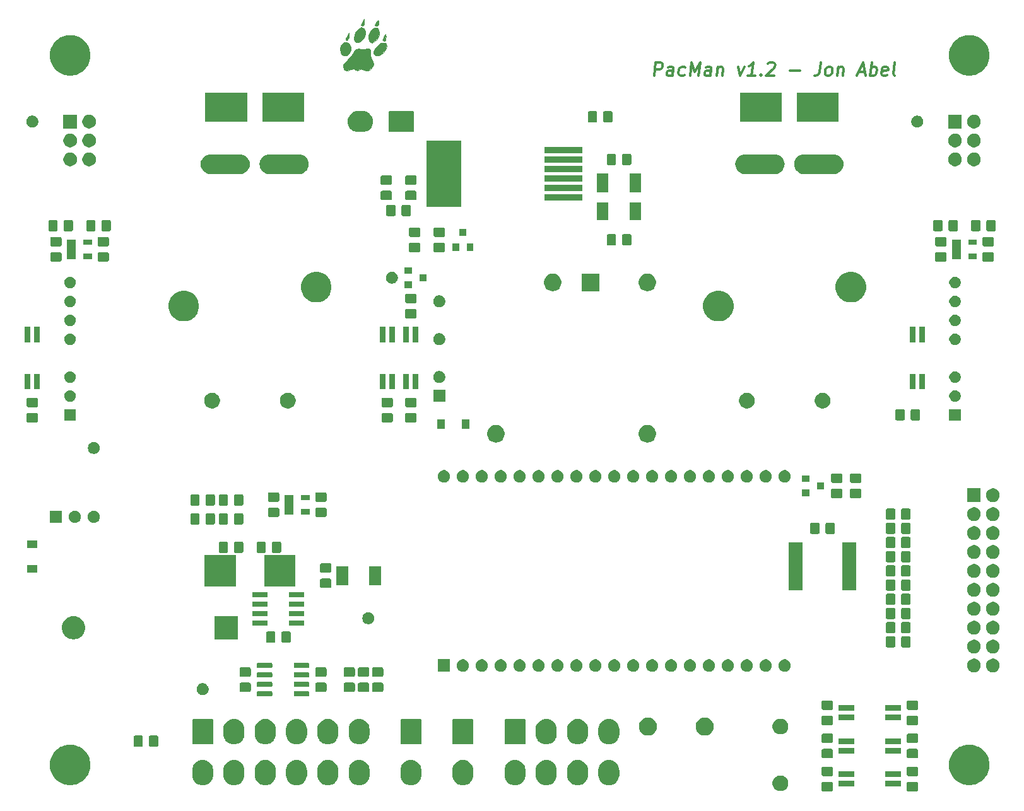
<source format=gbr>
G04 #@! TF.GenerationSoftware,KiCad,Pcbnew,(5.1.5)-3*
G04 #@! TF.CreationDate,2020-01-22T12:55:52-05:00*
G04 #@! TF.ProjectId,PacMan,5061634d-616e-42e6-9b69-6361645f7063,1.2*
G04 #@! TF.SameCoordinates,Original*
G04 #@! TF.FileFunction,Soldermask,Top*
G04 #@! TF.FilePolarity,Negative*
%FSLAX46Y46*%
G04 Gerber Fmt 4.6, Leading zero omitted, Abs format (unit mm)*
G04 Created by KiCad (PCBNEW (5.1.5)-3) date 2020-01-22 12:55:52*
%MOMM*%
%LPD*%
G04 APERTURE LIST*
%ADD10C,0.300000*%
%ADD11C,0.010000*%
%ADD12C,0.100000*%
G04 APERTURE END LIST*
D10*
X161538645Y-54131666D02*
X161757395Y-52381666D01*
X162424062Y-52381666D01*
X162580312Y-52465000D01*
X162653229Y-52548333D01*
X162715729Y-52715000D01*
X162684479Y-52965000D01*
X162580312Y-53131666D01*
X162486562Y-53215000D01*
X162309479Y-53298333D01*
X161642812Y-53298333D01*
X164038645Y-54131666D02*
X164153229Y-53215000D01*
X164090729Y-53048333D01*
X163934479Y-52965000D01*
X163601145Y-52965000D01*
X163424062Y-53048333D01*
X164049062Y-54048333D02*
X163871979Y-54131666D01*
X163455312Y-54131666D01*
X163299062Y-54048333D01*
X163236562Y-53881666D01*
X163257395Y-53715000D01*
X163361562Y-53548333D01*
X163538645Y-53465000D01*
X163955312Y-53465000D01*
X164132395Y-53381666D01*
X165632395Y-54048333D02*
X165455312Y-54131666D01*
X165121979Y-54131666D01*
X164965729Y-54048333D01*
X164892812Y-53965000D01*
X164830312Y-53798333D01*
X164892812Y-53298333D01*
X164996979Y-53131666D01*
X165090729Y-53048333D01*
X165267812Y-52965000D01*
X165601145Y-52965000D01*
X165757395Y-53048333D01*
X166371979Y-54131666D02*
X166590729Y-52381666D01*
X167017812Y-53631666D01*
X167757395Y-52381666D01*
X167538645Y-54131666D01*
X169121979Y-54131666D02*
X169236562Y-53215000D01*
X169174062Y-53048333D01*
X169017812Y-52965000D01*
X168684479Y-52965000D01*
X168507395Y-53048333D01*
X169132395Y-54048333D02*
X168955312Y-54131666D01*
X168538645Y-54131666D01*
X168382395Y-54048333D01*
X168319895Y-53881666D01*
X168340729Y-53715000D01*
X168444895Y-53548333D01*
X168621979Y-53465000D01*
X169038645Y-53465000D01*
X169215729Y-53381666D01*
X170101145Y-52965000D02*
X169955312Y-54131666D01*
X170080312Y-53131666D02*
X170174062Y-53048333D01*
X170351145Y-52965000D01*
X170601145Y-52965000D01*
X170757395Y-53048333D01*
X170819895Y-53215000D01*
X170705312Y-54131666D01*
X172851145Y-52965000D02*
X173121979Y-54131666D01*
X173684479Y-52965000D01*
X175121979Y-54131666D02*
X174121979Y-54131666D01*
X174621979Y-54131666D02*
X174840729Y-52381666D01*
X174642812Y-52631666D01*
X174455312Y-52798333D01*
X174278229Y-52881666D01*
X175892812Y-53965000D02*
X175965729Y-54048333D01*
X175871979Y-54131666D01*
X175799062Y-54048333D01*
X175892812Y-53965000D01*
X175871979Y-54131666D01*
X176819895Y-52548333D02*
X176913645Y-52465000D01*
X177090729Y-52381666D01*
X177507395Y-52381666D01*
X177663645Y-52465000D01*
X177736562Y-52548333D01*
X177799062Y-52715000D01*
X177778229Y-52881666D01*
X177663645Y-53131666D01*
X176538645Y-54131666D01*
X177621979Y-54131666D01*
X179788645Y-53465000D02*
X181121979Y-53465000D01*
X183924062Y-52381666D02*
X183767812Y-53631666D01*
X183653229Y-53881666D01*
X183465729Y-54048333D01*
X183205312Y-54131666D01*
X183038645Y-54131666D01*
X184788645Y-54131666D02*
X184632395Y-54048333D01*
X184559479Y-53965000D01*
X184496979Y-53798333D01*
X184559479Y-53298333D01*
X184663645Y-53131666D01*
X184757395Y-53048333D01*
X184934479Y-52965000D01*
X185184479Y-52965000D01*
X185340729Y-53048333D01*
X185413645Y-53131666D01*
X185476145Y-53298333D01*
X185413645Y-53798333D01*
X185309479Y-53965000D01*
X185215729Y-54048333D01*
X185038645Y-54131666D01*
X184788645Y-54131666D01*
X186267812Y-52965000D02*
X186121979Y-54131666D01*
X186246979Y-53131666D02*
X186340729Y-53048333D01*
X186517812Y-52965000D01*
X186767812Y-52965000D01*
X186924062Y-53048333D01*
X186986562Y-53215000D01*
X186871979Y-54131666D01*
X189017812Y-53631666D02*
X189851145Y-53631666D01*
X188788645Y-54131666D02*
X189590729Y-52381666D01*
X189955312Y-54131666D01*
X190538645Y-54131666D02*
X190757395Y-52381666D01*
X190674062Y-53048333D02*
X190851145Y-52965000D01*
X191184479Y-52965000D01*
X191340729Y-53048333D01*
X191413645Y-53131666D01*
X191476145Y-53298333D01*
X191413645Y-53798333D01*
X191309479Y-53965000D01*
X191215729Y-54048333D01*
X191038645Y-54131666D01*
X190705312Y-54131666D01*
X190549062Y-54048333D01*
X192799062Y-54048333D02*
X192621979Y-54131666D01*
X192288645Y-54131666D01*
X192132395Y-54048333D01*
X192069895Y-53881666D01*
X192153229Y-53215000D01*
X192257395Y-53048333D01*
X192434479Y-52965000D01*
X192767812Y-52965000D01*
X192924062Y-53048333D01*
X192986562Y-53215000D01*
X192965729Y-53381666D01*
X192111562Y-53548333D01*
X193871979Y-54131666D02*
X193715729Y-54048333D01*
X193653229Y-53881666D01*
X193840729Y-52381666D01*
D11*
G36*
X122619028Y-46990000D02*
G01*
X122595723Y-47246675D01*
X122545828Y-47379280D01*
X122448056Y-47432993D01*
X122406833Y-47440389D01*
X122253079Y-47421194D01*
X122216767Y-47355722D01*
X122259391Y-47221125D01*
X122366649Y-47009922D01*
X122428962Y-46905334D01*
X122640723Y-46566667D01*
X122619028Y-46990000D01*
G37*
X122619028Y-46990000D02*
X122595723Y-47246675D01*
X122545828Y-47379280D01*
X122448056Y-47432993D01*
X122406833Y-47440389D01*
X122253079Y-47421194D01*
X122216767Y-47355722D01*
X122259391Y-47221125D01*
X122366649Y-47009922D01*
X122428962Y-46905334D01*
X122640723Y-46566667D01*
X122619028Y-46990000D01*
G36*
X124567411Y-46762294D02*
G01*
X124578560Y-46926500D01*
X124542363Y-47251115D01*
X124457095Y-47426716D01*
X124313781Y-47468809D01*
X124269332Y-47460664D01*
X124078665Y-47413334D01*
X124257014Y-47053500D01*
X124400900Y-46804222D01*
X124506707Y-46706229D01*
X124567411Y-46762294D01*
G37*
X124567411Y-46762294D02*
X124578560Y-46926500D01*
X124542363Y-47251115D01*
X124457095Y-47426716D01*
X124313781Y-47468809D01*
X124269332Y-47460664D01*
X124078665Y-47413334D01*
X124257014Y-47053500D01*
X124400900Y-46804222D01*
X124506707Y-46706229D01*
X124567411Y-46762294D01*
G36*
X125521964Y-48690969D02*
G01*
X125528872Y-48709363D01*
X125560123Y-48912889D01*
X125547790Y-49168641D01*
X125545057Y-49186458D01*
X125491034Y-49392423D01*
X125394077Y-49476281D01*
X125289883Y-49487667D01*
X125142918Y-49463567D01*
X125124664Y-49359241D01*
X125141045Y-49297167D01*
X125216501Y-49088733D01*
X125322386Y-48839157D01*
X125331154Y-48820072D01*
X125420570Y-48642655D01*
X125474367Y-48605111D01*
X125521964Y-48690969D01*
G37*
X125521964Y-48690969D02*
X125528872Y-48709363D01*
X125560123Y-48912889D01*
X125547790Y-49168641D01*
X125545057Y-49186458D01*
X125491034Y-49392423D01*
X125394077Y-49476281D01*
X125289883Y-49487667D01*
X125142918Y-49463567D01*
X125124664Y-49359241D01*
X125141045Y-49297167D01*
X125216501Y-49088733D01*
X125322386Y-48839157D01*
X125331154Y-48820072D01*
X125420570Y-48642655D01*
X125474367Y-48605111D01*
X125521964Y-48690969D01*
G36*
X120603848Y-48727179D02*
G01*
X120564777Y-49045675D01*
X120468690Y-49286291D01*
X120333844Y-49413756D01*
X120244313Y-49421782D01*
X120143511Y-49340081D01*
X120165353Y-49160255D01*
X120311290Y-48876152D01*
X120407954Y-48727179D01*
X120607667Y-48432359D01*
X120603848Y-48727179D01*
G37*
X120603848Y-48727179D02*
X120564777Y-49045675D01*
X120468690Y-49286291D01*
X120333844Y-49413756D01*
X120244313Y-49421782D01*
X120143511Y-49340081D01*
X120165353Y-49160255D01*
X120311290Y-48876152D01*
X120407954Y-48727179D01*
X120607667Y-48432359D01*
X120603848Y-48727179D01*
G36*
X122414704Y-47700133D02*
G01*
X122594987Y-47838059D01*
X122734924Y-48055958D01*
X122770838Y-48161810D01*
X122778134Y-48473164D01*
X122681690Y-48833534D01*
X122503947Y-49179011D01*
X122344214Y-49376719D01*
X122079725Y-49571295D01*
X121803516Y-49662664D01*
X121558027Y-49645736D01*
X121385696Y-49515422D01*
X121372645Y-49493233D01*
X121283208Y-49159377D01*
X121322085Y-48782392D01*
X121470099Y-48402331D01*
X121708071Y-48059249D01*
X122016822Y-47793198D01*
X122239420Y-47683031D01*
X122414704Y-47700133D01*
G37*
X122414704Y-47700133D02*
X122594987Y-47838059D01*
X122734924Y-48055958D01*
X122770838Y-48161810D01*
X122778134Y-48473164D01*
X122681690Y-48833534D01*
X122503947Y-49179011D01*
X122344214Y-49376719D01*
X122079725Y-49571295D01*
X121803516Y-49662664D01*
X121558027Y-49645736D01*
X121385696Y-49515422D01*
X121372645Y-49493233D01*
X121283208Y-49159377D01*
X121322085Y-48782392D01*
X121470099Y-48402331D01*
X121708071Y-48059249D01*
X122016822Y-47793198D01*
X122239420Y-47683031D01*
X122414704Y-47700133D01*
G36*
X124482241Y-47828666D02*
G01*
X124612810Y-48035143D01*
X124664881Y-48325016D01*
X124624716Y-48677213D01*
X124490775Y-49045875D01*
X124317011Y-49311755D01*
X124088058Y-49543657D01*
X123851964Y-49699551D01*
X123695672Y-49741350D01*
X123566536Y-49696806D01*
X123420505Y-49609866D01*
X123270470Y-49409366D01*
X123219415Y-49118098D01*
X123259287Y-48776510D01*
X123382030Y-48425048D01*
X123579592Y-48104159D01*
X123756943Y-47920349D01*
X124040568Y-47750197D01*
X124286914Y-47726660D01*
X124482241Y-47828666D01*
G37*
X124482241Y-47828666D02*
X124612810Y-48035143D01*
X124664881Y-48325016D01*
X124624716Y-48677213D01*
X124490775Y-49045875D01*
X124317011Y-49311755D01*
X124088058Y-49543657D01*
X123851964Y-49699551D01*
X123695672Y-49741350D01*
X123566536Y-49696806D01*
X123420505Y-49609866D01*
X123270470Y-49409366D01*
X123219415Y-49118098D01*
X123259287Y-48776510D01*
X123382030Y-48425048D01*
X123579592Y-48104159D01*
X123756943Y-47920349D01*
X124040568Y-47750197D01*
X124286914Y-47726660D01*
X124482241Y-47828666D01*
G36*
X125483540Y-49798843D02*
G01*
X125625241Y-49953394D01*
X125663259Y-50179851D01*
X125604029Y-50452747D01*
X125453983Y-50746614D01*
X125219554Y-51035983D01*
X124907176Y-51295387D01*
X124826104Y-51347448D01*
X124485370Y-51496028D01*
X124206441Y-51490027D01*
X124042714Y-51386619D01*
X123937578Y-51234309D01*
X123924424Y-51050154D01*
X124005794Y-50792474D01*
X124090236Y-50607457D01*
X124315353Y-50269533D01*
X124616115Y-49989453D01*
X124946507Y-49802121D01*
X125231724Y-49741667D01*
X125483540Y-49798843D01*
G37*
X125483540Y-49798843D02*
X125625241Y-49953394D01*
X125663259Y-50179851D01*
X125604029Y-50452747D01*
X125453983Y-50746614D01*
X125219554Y-51035983D01*
X124907176Y-51295387D01*
X124826104Y-51347448D01*
X124485370Y-51496028D01*
X124206441Y-51490027D01*
X124042714Y-51386619D01*
X123937578Y-51234309D01*
X123924424Y-51050154D01*
X124005794Y-50792474D01*
X124090236Y-50607457D01*
X124315353Y-50269533D01*
X124616115Y-49989453D01*
X124946507Y-49802121D01*
X125231724Y-49741667D01*
X125483540Y-49798843D01*
G36*
X120353008Y-49707248D02*
G01*
X120589170Y-49850708D01*
X120755353Y-50088980D01*
X120839756Y-50388042D01*
X120830576Y-50713871D01*
X120716009Y-51032444D01*
X120585895Y-51212473D01*
X120308597Y-51427238D01*
X120020183Y-51473290D01*
X119875892Y-51434924D01*
X119619871Y-51245687D01*
X119465996Y-50932300D01*
X119422333Y-50574216D01*
X119487517Y-50182007D01*
X119673498Y-49889272D01*
X119965918Y-49715900D01*
X120058669Y-49692626D01*
X120353008Y-49707248D01*
G37*
X120353008Y-49707248D02*
X120589170Y-49850708D01*
X120755353Y-50088980D01*
X120839756Y-50388042D01*
X120830576Y-50713871D01*
X120716009Y-51032444D01*
X120585895Y-51212473D01*
X120308597Y-51427238D01*
X120020183Y-51473290D01*
X119875892Y-51434924D01*
X119619871Y-51245687D01*
X119465996Y-50932300D01*
X119422333Y-50574216D01*
X119487517Y-50182007D01*
X119673498Y-49889272D01*
X119965918Y-49715900D01*
X120058669Y-49692626D01*
X120353008Y-49707248D01*
G36*
X123212953Y-50521177D02*
G01*
X123386611Y-50612530D01*
X123387157Y-50613184D01*
X123435257Y-50755036D01*
X123460637Y-51000858D01*
X123461024Y-51184684D01*
X123469490Y-51510546D01*
X123536474Y-51748810D01*
X123639692Y-51921029D01*
X123836752Y-52308460D01*
X123876282Y-52681277D01*
X123760595Y-53018630D01*
X123492005Y-53299668D01*
X123486333Y-53303694D01*
X123192732Y-53468113D01*
X122933318Y-53497707D01*
X122647092Y-53397699D01*
X122610692Y-53378656D01*
X122395483Y-53274943D01*
X122245758Y-53253999D01*
X122082605Y-53310142D01*
X122028158Y-53336709D01*
X121746719Y-53447125D01*
X121538743Y-53443174D01*
X121356425Y-53328017D01*
X121247675Y-53247757D01*
X121131538Y-53234374D01*
X120946278Y-53287869D01*
X120838928Y-53328017D01*
X120442622Y-53446118D01*
X120152675Y-53450818D01*
X119948349Y-53340612D01*
X119882323Y-53258552D01*
X119797073Y-52995197D01*
X119866908Y-52696255D01*
X120094103Y-52356523D01*
X120422554Y-52022807D01*
X120709823Y-51727056D01*
X120980128Y-51388522D01*
X121158000Y-51110300D01*
X121378688Y-50764586D01*
X121605987Y-50571508D01*
X121869730Y-50515965D01*
X122199751Y-50582861D01*
X122200017Y-50582949D01*
X122469500Y-50645964D01*
X122662309Y-50618728D01*
X122706547Y-50597852D01*
X122962900Y-50515758D01*
X123212953Y-50521177D01*
G37*
X123212953Y-50521177D02*
X123386611Y-50612530D01*
X123387157Y-50613184D01*
X123435257Y-50755036D01*
X123460637Y-51000858D01*
X123461024Y-51184684D01*
X123469490Y-51510546D01*
X123536474Y-51748810D01*
X123639692Y-51921029D01*
X123836752Y-52308460D01*
X123876282Y-52681277D01*
X123760595Y-53018630D01*
X123492005Y-53299668D01*
X123486333Y-53303694D01*
X123192732Y-53468113D01*
X122933318Y-53497707D01*
X122647092Y-53397699D01*
X122610692Y-53378656D01*
X122395483Y-53274943D01*
X122245758Y-53253999D01*
X122082605Y-53310142D01*
X122028158Y-53336709D01*
X121746719Y-53447125D01*
X121538743Y-53443174D01*
X121356425Y-53328017D01*
X121247675Y-53247757D01*
X121131538Y-53234374D01*
X120946278Y-53287869D01*
X120838928Y-53328017D01*
X120442622Y-53446118D01*
X120152675Y-53450818D01*
X119948349Y-53340612D01*
X119882323Y-53258552D01*
X119797073Y-52995197D01*
X119866908Y-52696255D01*
X120094103Y-52356523D01*
X120422554Y-52022807D01*
X120709823Y-51727056D01*
X120980128Y-51388522D01*
X121158000Y-51110300D01*
X121378688Y-50764586D01*
X121605987Y-50571508D01*
X121869730Y-50515965D01*
X122199751Y-50582861D01*
X122200017Y-50582949D01*
X122469500Y-50645964D01*
X122662309Y-50618728D01*
X122706547Y-50597852D01*
X122962900Y-50515758D01*
X123212953Y-50521177D01*
D12*
G36*
X196803674Y-148993465D02*
G01*
X196841367Y-149004899D01*
X196876103Y-149023466D01*
X196906548Y-149048452D01*
X196931534Y-149078897D01*
X196950101Y-149113633D01*
X196961535Y-149151326D01*
X196966000Y-149196661D01*
X196966000Y-150033339D01*
X196961535Y-150078674D01*
X196950101Y-150116367D01*
X196931534Y-150151103D01*
X196906548Y-150181548D01*
X196876103Y-150206534D01*
X196841367Y-150225101D01*
X196803674Y-150236535D01*
X196758339Y-150241000D01*
X195671661Y-150241000D01*
X195626326Y-150236535D01*
X195588633Y-150225101D01*
X195553897Y-150206534D01*
X195523452Y-150181548D01*
X195498466Y-150151103D01*
X195479899Y-150116367D01*
X195468465Y-150078674D01*
X195464000Y-150033339D01*
X195464000Y-149196661D01*
X195468465Y-149151326D01*
X195479899Y-149113633D01*
X195498466Y-149078897D01*
X195523452Y-149048452D01*
X195553897Y-149023466D01*
X195588633Y-149004899D01*
X195626326Y-148993465D01*
X195671661Y-148989000D01*
X196758339Y-148989000D01*
X196803674Y-148993465D01*
G37*
G36*
X185373674Y-148993465D02*
G01*
X185411367Y-149004899D01*
X185446103Y-149023466D01*
X185476548Y-149048452D01*
X185501534Y-149078897D01*
X185520101Y-149113633D01*
X185531535Y-149151326D01*
X185536000Y-149196661D01*
X185536000Y-150033339D01*
X185531535Y-150078674D01*
X185520101Y-150116367D01*
X185501534Y-150151103D01*
X185476548Y-150181548D01*
X185446103Y-150206534D01*
X185411367Y-150225101D01*
X185373674Y-150236535D01*
X185328339Y-150241000D01*
X184241661Y-150241000D01*
X184196326Y-150236535D01*
X184158633Y-150225101D01*
X184123897Y-150206534D01*
X184093452Y-150181548D01*
X184068466Y-150151103D01*
X184049899Y-150116367D01*
X184038465Y-150078674D01*
X184034000Y-150033339D01*
X184034000Y-149196661D01*
X184038465Y-149151326D01*
X184049899Y-149113633D01*
X184068466Y-149078897D01*
X184093452Y-149048452D01*
X184123897Y-149023466D01*
X184158633Y-149004899D01*
X184196326Y-148993465D01*
X184241661Y-148989000D01*
X185328339Y-148989000D01*
X185373674Y-148993465D01*
G37*
G36*
X178805064Y-148150889D02*
G01*
X178996333Y-148230115D01*
X178996335Y-148230116D01*
X179122840Y-148314644D01*
X179168473Y-148345135D01*
X179314865Y-148491527D01*
X179429885Y-148663667D01*
X179509111Y-148854936D01*
X179549500Y-149057984D01*
X179549500Y-149265016D01*
X179509111Y-149468064D01*
X179456118Y-149596000D01*
X179429884Y-149659335D01*
X179314865Y-149831473D01*
X179168473Y-149977865D01*
X178996335Y-150092884D01*
X178996334Y-150092885D01*
X178996333Y-150092885D01*
X178805064Y-150172111D01*
X178602016Y-150212500D01*
X178394984Y-150212500D01*
X178191936Y-150172111D01*
X178000667Y-150092885D01*
X178000666Y-150092885D01*
X178000665Y-150092884D01*
X177828527Y-149977865D01*
X177682135Y-149831473D01*
X177567116Y-149659335D01*
X177540882Y-149596000D01*
X177487889Y-149468064D01*
X177447500Y-149265016D01*
X177447500Y-149057984D01*
X177487889Y-148854936D01*
X177567115Y-148663667D01*
X177682135Y-148491527D01*
X177828527Y-148345135D01*
X177874160Y-148314644D01*
X178000665Y-148230116D01*
X178000667Y-148230115D01*
X178191936Y-148150889D01*
X178394984Y-148110500D01*
X178602016Y-148110500D01*
X178805064Y-148150889D01*
G37*
G36*
X194701000Y-149596000D02*
G01*
X192599000Y-149596000D01*
X192599000Y-148854000D01*
X194701000Y-148854000D01*
X194701000Y-149596000D01*
G37*
G36*
X188401000Y-149596000D02*
G01*
X186299000Y-149596000D01*
X186299000Y-148854000D01*
X188401000Y-148854000D01*
X188401000Y-149596000D01*
G37*
G36*
X118039643Y-146059272D02*
G01*
X118235016Y-146118538D01*
X118303736Y-146139384D01*
X118533201Y-146262036D01*
X118547119Y-146269475D01*
X118588797Y-146303680D01*
X118760450Y-146444550D01*
X118903092Y-146618360D01*
X118935525Y-146657880D01*
X118935526Y-146657882D01*
X119065616Y-146901263D01*
X119077063Y-146939000D01*
X119145728Y-147165356D01*
X119155864Y-147268269D01*
X119166000Y-147371180D01*
X119166000Y-148108819D01*
X119157906Y-148191000D01*
X119145728Y-148314643D01*
X119136478Y-148345135D01*
X119065616Y-148578737D01*
X118949375Y-148796208D01*
X118935525Y-148822120D01*
X118908594Y-148854935D01*
X118760450Y-149035450D01*
X118619254Y-149151326D01*
X118547120Y-149210525D01*
X118547118Y-149210526D01*
X118303737Y-149340616D01*
X118235017Y-149361462D01*
X118039644Y-149420728D01*
X117765000Y-149447778D01*
X117490357Y-149420728D01*
X117294984Y-149361462D01*
X117226264Y-149340616D01*
X116982883Y-149210526D01*
X116982881Y-149210525D01*
X116941203Y-149176320D01*
X116769550Y-149035450D01*
X116620639Y-148854000D01*
X116594475Y-148822120D01*
X116580625Y-148796208D01*
X116464384Y-148578737D01*
X116415511Y-148417623D01*
X116384272Y-148314644D01*
X116370054Y-148170282D01*
X116364000Y-148108820D01*
X116364000Y-147371181D01*
X116384272Y-147165359D01*
X116384272Y-147165357D01*
X116448781Y-146952700D01*
X116464384Y-146901264D01*
X116594474Y-146657883D01*
X116594475Y-146657881D01*
X116628680Y-146616203D01*
X116769550Y-146444550D01*
X116943360Y-146301908D01*
X116982880Y-146269475D01*
X116996798Y-146262036D01*
X117226263Y-146139384D01*
X117294983Y-146118538D01*
X117490356Y-146059272D01*
X117765000Y-146032222D01*
X118039643Y-146059272D01*
G37*
G36*
X143149643Y-146059272D02*
G01*
X143345016Y-146118538D01*
X143413736Y-146139384D01*
X143643201Y-146262036D01*
X143657119Y-146269475D01*
X143698797Y-146303680D01*
X143870450Y-146444550D01*
X144013092Y-146618360D01*
X144045525Y-146657880D01*
X144045526Y-146657882D01*
X144175616Y-146901263D01*
X144187063Y-146939000D01*
X144255728Y-147165356D01*
X144265864Y-147268269D01*
X144276000Y-147371180D01*
X144276000Y-148108819D01*
X144267906Y-148191000D01*
X144255728Y-148314643D01*
X144246478Y-148345135D01*
X144175616Y-148578737D01*
X144059375Y-148796208D01*
X144045525Y-148822120D01*
X144018594Y-148854935D01*
X143870450Y-149035450D01*
X143729254Y-149151326D01*
X143657120Y-149210525D01*
X143657118Y-149210526D01*
X143413737Y-149340616D01*
X143345017Y-149361462D01*
X143149644Y-149420728D01*
X142875000Y-149447778D01*
X142600357Y-149420728D01*
X142404984Y-149361462D01*
X142336264Y-149340616D01*
X142092883Y-149210526D01*
X142092881Y-149210525D01*
X142051203Y-149176320D01*
X141879550Y-149035450D01*
X141730639Y-148854000D01*
X141704475Y-148822120D01*
X141690625Y-148796208D01*
X141574384Y-148578737D01*
X141525511Y-148417623D01*
X141494272Y-148314644D01*
X141480054Y-148170282D01*
X141474000Y-148108820D01*
X141474000Y-147371181D01*
X141494272Y-147165359D01*
X141494272Y-147165357D01*
X141558781Y-146952700D01*
X141574384Y-146901264D01*
X141704474Y-146657883D01*
X141704475Y-146657881D01*
X141738680Y-146616203D01*
X141879550Y-146444550D01*
X142053360Y-146301908D01*
X142092880Y-146269475D01*
X142106798Y-146262036D01*
X142336263Y-146139384D01*
X142404983Y-146118538D01*
X142600356Y-146059272D01*
X142875000Y-146032222D01*
X143149643Y-146059272D01*
G37*
G36*
X122239643Y-146059272D02*
G01*
X122435016Y-146118538D01*
X122503736Y-146139384D01*
X122733201Y-146262036D01*
X122747119Y-146269475D01*
X122788797Y-146303680D01*
X122960450Y-146444550D01*
X123103092Y-146618360D01*
X123135525Y-146657880D01*
X123135526Y-146657882D01*
X123265616Y-146901263D01*
X123277063Y-146939000D01*
X123345728Y-147165356D01*
X123355864Y-147268269D01*
X123366000Y-147371180D01*
X123366000Y-148108819D01*
X123357906Y-148191000D01*
X123345728Y-148314643D01*
X123336478Y-148345135D01*
X123265616Y-148578737D01*
X123149375Y-148796208D01*
X123135525Y-148822120D01*
X123108594Y-148854935D01*
X122960450Y-149035450D01*
X122819254Y-149151326D01*
X122747120Y-149210525D01*
X122747118Y-149210526D01*
X122503737Y-149340616D01*
X122435017Y-149361462D01*
X122239644Y-149420728D01*
X121965000Y-149447778D01*
X121690357Y-149420728D01*
X121494984Y-149361462D01*
X121426264Y-149340616D01*
X121182883Y-149210526D01*
X121182881Y-149210525D01*
X121141203Y-149176320D01*
X120969550Y-149035450D01*
X120820639Y-148854000D01*
X120794475Y-148822120D01*
X120780625Y-148796208D01*
X120664384Y-148578737D01*
X120615511Y-148417623D01*
X120584272Y-148314644D01*
X120570054Y-148170282D01*
X120564000Y-148108820D01*
X120564000Y-147371181D01*
X120584272Y-147165359D01*
X120584272Y-147165357D01*
X120648781Y-146952700D01*
X120664384Y-146901264D01*
X120794474Y-146657883D01*
X120794475Y-146657881D01*
X120828680Y-146616203D01*
X120969550Y-146444550D01*
X121143360Y-146301908D01*
X121182880Y-146269475D01*
X121196798Y-146262036D01*
X121426263Y-146139384D01*
X121494983Y-146118538D01*
X121690356Y-146059272D01*
X121965000Y-146032222D01*
X122239643Y-146059272D01*
G37*
G36*
X113839643Y-146059272D02*
G01*
X114035016Y-146118538D01*
X114103736Y-146139384D01*
X114333201Y-146262036D01*
X114347119Y-146269475D01*
X114388797Y-146303680D01*
X114560450Y-146444550D01*
X114703092Y-146618360D01*
X114735525Y-146657880D01*
X114735526Y-146657882D01*
X114865616Y-146901263D01*
X114877063Y-146939000D01*
X114945728Y-147165356D01*
X114955864Y-147268269D01*
X114966000Y-147371180D01*
X114966000Y-148108819D01*
X114957906Y-148191000D01*
X114945728Y-148314643D01*
X114936478Y-148345135D01*
X114865616Y-148578737D01*
X114749375Y-148796208D01*
X114735525Y-148822120D01*
X114708594Y-148854935D01*
X114560450Y-149035450D01*
X114419254Y-149151326D01*
X114347120Y-149210525D01*
X114347118Y-149210526D01*
X114103737Y-149340616D01*
X114035017Y-149361462D01*
X113839644Y-149420728D01*
X113565000Y-149447778D01*
X113290357Y-149420728D01*
X113094984Y-149361462D01*
X113026264Y-149340616D01*
X112782883Y-149210526D01*
X112782881Y-149210525D01*
X112741203Y-149176320D01*
X112569550Y-149035450D01*
X112420639Y-148854000D01*
X112394475Y-148822120D01*
X112380625Y-148796208D01*
X112264384Y-148578737D01*
X112215511Y-148417623D01*
X112184272Y-148314644D01*
X112170054Y-148170282D01*
X112164000Y-148108820D01*
X112164000Y-147371181D01*
X112184272Y-147165359D01*
X112184272Y-147165357D01*
X112248781Y-146952700D01*
X112264384Y-146901264D01*
X112394474Y-146657883D01*
X112394475Y-146657881D01*
X112428680Y-146616203D01*
X112569550Y-146444550D01*
X112743360Y-146301908D01*
X112782880Y-146269475D01*
X112796798Y-146262036D01*
X113026263Y-146139384D01*
X113094983Y-146118538D01*
X113290356Y-146059272D01*
X113565000Y-146032222D01*
X113839643Y-146059272D01*
G37*
G36*
X109639643Y-146059272D02*
G01*
X109835016Y-146118538D01*
X109903736Y-146139384D01*
X110133201Y-146262036D01*
X110147119Y-146269475D01*
X110188797Y-146303680D01*
X110360450Y-146444550D01*
X110503092Y-146618360D01*
X110535525Y-146657880D01*
X110535526Y-146657882D01*
X110665616Y-146901263D01*
X110677063Y-146939000D01*
X110745728Y-147165356D01*
X110755864Y-147268269D01*
X110766000Y-147371180D01*
X110766000Y-148108819D01*
X110757906Y-148191000D01*
X110745728Y-148314643D01*
X110736478Y-148345135D01*
X110665616Y-148578737D01*
X110549375Y-148796208D01*
X110535525Y-148822120D01*
X110508594Y-148854935D01*
X110360450Y-149035450D01*
X110219254Y-149151326D01*
X110147120Y-149210525D01*
X110147118Y-149210526D01*
X109903737Y-149340616D01*
X109835017Y-149361462D01*
X109639644Y-149420728D01*
X109365000Y-149447778D01*
X109090357Y-149420728D01*
X108894984Y-149361462D01*
X108826264Y-149340616D01*
X108582883Y-149210526D01*
X108582881Y-149210525D01*
X108541203Y-149176320D01*
X108369550Y-149035450D01*
X108220639Y-148854000D01*
X108194475Y-148822120D01*
X108180625Y-148796208D01*
X108064384Y-148578737D01*
X108015511Y-148417623D01*
X107984272Y-148314644D01*
X107970054Y-148170282D01*
X107964000Y-148108820D01*
X107964000Y-147371181D01*
X107984272Y-147165359D01*
X107984272Y-147165357D01*
X108048781Y-146952700D01*
X108064384Y-146901264D01*
X108194474Y-146657883D01*
X108194475Y-146657881D01*
X108228680Y-146616203D01*
X108369550Y-146444550D01*
X108543360Y-146301908D01*
X108582880Y-146269475D01*
X108596798Y-146262036D01*
X108826263Y-146139384D01*
X108894983Y-146118538D01*
X109090356Y-146059272D01*
X109365000Y-146032222D01*
X109639643Y-146059272D01*
G37*
G36*
X105439643Y-146059272D02*
G01*
X105635016Y-146118538D01*
X105703736Y-146139384D01*
X105933201Y-146262036D01*
X105947119Y-146269475D01*
X105988797Y-146303680D01*
X106160450Y-146444550D01*
X106303092Y-146618360D01*
X106335525Y-146657880D01*
X106335526Y-146657882D01*
X106465616Y-146901263D01*
X106477063Y-146939000D01*
X106545728Y-147165356D01*
X106555864Y-147268269D01*
X106566000Y-147371180D01*
X106566000Y-148108819D01*
X106557906Y-148191000D01*
X106545728Y-148314643D01*
X106536478Y-148345135D01*
X106465616Y-148578737D01*
X106349375Y-148796208D01*
X106335525Y-148822120D01*
X106308594Y-148854935D01*
X106160450Y-149035450D01*
X106019254Y-149151326D01*
X105947120Y-149210525D01*
X105947118Y-149210526D01*
X105703737Y-149340616D01*
X105635017Y-149361462D01*
X105439644Y-149420728D01*
X105165000Y-149447778D01*
X104890357Y-149420728D01*
X104694984Y-149361462D01*
X104626264Y-149340616D01*
X104382883Y-149210526D01*
X104382881Y-149210525D01*
X104341203Y-149176320D01*
X104169550Y-149035450D01*
X104020639Y-148854000D01*
X103994475Y-148822120D01*
X103980625Y-148796208D01*
X103864384Y-148578737D01*
X103815511Y-148417623D01*
X103784272Y-148314644D01*
X103770054Y-148170282D01*
X103764000Y-148108820D01*
X103764000Y-147371181D01*
X103784272Y-147165359D01*
X103784272Y-147165357D01*
X103848781Y-146952700D01*
X103864384Y-146901264D01*
X103994474Y-146657883D01*
X103994475Y-146657881D01*
X104028680Y-146616203D01*
X104169550Y-146444550D01*
X104343360Y-146301908D01*
X104382880Y-146269475D01*
X104396798Y-146262036D01*
X104626263Y-146139384D01*
X104694983Y-146118538D01*
X104890356Y-146059272D01*
X105165000Y-146032222D01*
X105439643Y-146059272D01*
G37*
G36*
X101239643Y-146059272D02*
G01*
X101435016Y-146118538D01*
X101503736Y-146139384D01*
X101733201Y-146262036D01*
X101747119Y-146269475D01*
X101788797Y-146303680D01*
X101960450Y-146444550D01*
X102103092Y-146618360D01*
X102135525Y-146657880D01*
X102135526Y-146657882D01*
X102265616Y-146901263D01*
X102277063Y-146939000D01*
X102345728Y-147165356D01*
X102355864Y-147268269D01*
X102366000Y-147371180D01*
X102366000Y-148108819D01*
X102357906Y-148191000D01*
X102345728Y-148314643D01*
X102336478Y-148345135D01*
X102265616Y-148578737D01*
X102149375Y-148796208D01*
X102135525Y-148822120D01*
X102108594Y-148854935D01*
X101960450Y-149035450D01*
X101819254Y-149151326D01*
X101747120Y-149210525D01*
X101747118Y-149210526D01*
X101503737Y-149340616D01*
X101435017Y-149361462D01*
X101239644Y-149420728D01*
X100965000Y-149447778D01*
X100690357Y-149420728D01*
X100494984Y-149361462D01*
X100426264Y-149340616D01*
X100182883Y-149210526D01*
X100182881Y-149210525D01*
X100141203Y-149176320D01*
X99969550Y-149035450D01*
X99820639Y-148854000D01*
X99794475Y-148822120D01*
X99780625Y-148796208D01*
X99664384Y-148578737D01*
X99615511Y-148417623D01*
X99584272Y-148314644D01*
X99570054Y-148170282D01*
X99564000Y-148108820D01*
X99564000Y-147371181D01*
X99584272Y-147165359D01*
X99584272Y-147165357D01*
X99648781Y-146952700D01*
X99664384Y-146901264D01*
X99794474Y-146657883D01*
X99794475Y-146657881D01*
X99828680Y-146616203D01*
X99969550Y-146444550D01*
X100143360Y-146301908D01*
X100182880Y-146269475D01*
X100196798Y-146262036D01*
X100426263Y-146139384D01*
X100494983Y-146118538D01*
X100690356Y-146059272D01*
X100965000Y-146032222D01*
X101239643Y-146059272D01*
G37*
G36*
X151549643Y-146059272D02*
G01*
X151745016Y-146118538D01*
X151813736Y-146139384D01*
X152043201Y-146262036D01*
X152057119Y-146269475D01*
X152098797Y-146303680D01*
X152270450Y-146444550D01*
X152413092Y-146618360D01*
X152445525Y-146657880D01*
X152445526Y-146657882D01*
X152575616Y-146901263D01*
X152587063Y-146939000D01*
X152655728Y-147165356D01*
X152665864Y-147268269D01*
X152676000Y-147371180D01*
X152676000Y-148108819D01*
X152667906Y-148191000D01*
X152655728Y-148314643D01*
X152646478Y-148345135D01*
X152575616Y-148578737D01*
X152459375Y-148796208D01*
X152445525Y-148822120D01*
X152418594Y-148854935D01*
X152270450Y-149035450D01*
X152129254Y-149151326D01*
X152057120Y-149210525D01*
X152057118Y-149210526D01*
X151813737Y-149340616D01*
X151745017Y-149361462D01*
X151549644Y-149420728D01*
X151275000Y-149447778D01*
X151000357Y-149420728D01*
X150804984Y-149361462D01*
X150736264Y-149340616D01*
X150492883Y-149210526D01*
X150492881Y-149210525D01*
X150451203Y-149176320D01*
X150279550Y-149035450D01*
X150130639Y-148854000D01*
X150104475Y-148822120D01*
X150090625Y-148796208D01*
X149974384Y-148578737D01*
X149925511Y-148417623D01*
X149894272Y-148314644D01*
X149880054Y-148170282D01*
X149874000Y-148108820D01*
X149874000Y-147371181D01*
X149894272Y-147165359D01*
X149894272Y-147165357D01*
X149958781Y-146952700D01*
X149974384Y-146901264D01*
X150104474Y-146657883D01*
X150104475Y-146657881D01*
X150138680Y-146616203D01*
X150279550Y-146444550D01*
X150453360Y-146301908D01*
X150492880Y-146269475D01*
X150506798Y-146262036D01*
X150736263Y-146139384D01*
X150804983Y-146118538D01*
X151000356Y-146059272D01*
X151275000Y-146032222D01*
X151549643Y-146059272D01*
G37*
G36*
X129179643Y-146059272D02*
G01*
X129375016Y-146118538D01*
X129443736Y-146139384D01*
X129673201Y-146262036D01*
X129687119Y-146269475D01*
X129728797Y-146303680D01*
X129900450Y-146444550D01*
X130043092Y-146618360D01*
X130075525Y-146657880D01*
X130075526Y-146657882D01*
X130205616Y-146901263D01*
X130217063Y-146939000D01*
X130285728Y-147165356D01*
X130295864Y-147268269D01*
X130306000Y-147371180D01*
X130306000Y-148108819D01*
X130297906Y-148191000D01*
X130285728Y-148314643D01*
X130276478Y-148345135D01*
X130205616Y-148578737D01*
X130089375Y-148796208D01*
X130075525Y-148822120D01*
X130048594Y-148854935D01*
X129900450Y-149035450D01*
X129759254Y-149151326D01*
X129687120Y-149210525D01*
X129687118Y-149210526D01*
X129443737Y-149340616D01*
X129375017Y-149361462D01*
X129179644Y-149420728D01*
X128905000Y-149447778D01*
X128630357Y-149420728D01*
X128434984Y-149361462D01*
X128366264Y-149340616D01*
X128122883Y-149210526D01*
X128122881Y-149210525D01*
X128081203Y-149176320D01*
X127909550Y-149035450D01*
X127760639Y-148854000D01*
X127734475Y-148822120D01*
X127720625Y-148796208D01*
X127604384Y-148578737D01*
X127555511Y-148417623D01*
X127524272Y-148314644D01*
X127510054Y-148170282D01*
X127504000Y-148108820D01*
X127504000Y-147371181D01*
X127524272Y-147165359D01*
X127524272Y-147165357D01*
X127588781Y-146952700D01*
X127604384Y-146901264D01*
X127734474Y-146657883D01*
X127734475Y-146657881D01*
X127768680Y-146616203D01*
X127909550Y-146444550D01*
X128083360Y-146301908D01*
X128122880Y-146269475D01*
X128136798Y-146262036D01*
X128366263Y-146139384D01*
X128434983Y-146118538D01*
X128630356Y-146059272D01*
X128905000Y-146032222D01*
X129179643Y-146059272D01*
G37*
G36*
X136164643Y-146059272D02*
G01*
X136360016Y-146118538D01*
X136428736Y-146139384D01*
X136658201Y-146262036D01*
X136672119Y-146269475D01*
X136713797Y-146303680D01*
X136885450Y-146444550D01*
X137028092Y-146618360D01*
X137060525Y-146657880D01*
X137060526Y-146657882D01*
X137190616Y-146901263D01*
X137202063Y-146939000D01*
X137270728Y-147165356D01*
X137280864Y-147268269D01*
X137291000Y-147371180D01*
X137291000Y-148108819D01*
X137282906Y-148191000D01*
X137270728Y-148314643D01*
X137261478Y-148345135D01*
X137190616Y-148578737D01*
X137074375Y-148796208D01*
X137060525Y-148822120D01*
X137033594Y-148854935D01*
X136885450Y-149035450D01*
X136744254Y-149151326D01*
X136672120Y-149210525D01*
X136672118Y-149210526D01*
X136428737Y-149340616D01*
X136360017Y-149361462D01*
X136164644Y-149420728D01*
X135890000Y-149447778D01*
X135615357Y-149420728D01*
X135419984Y-149361462D01*
X135351264Y-149340616D01*
X135107883Y-149210526D01*
X135107881Y-149210525D01*
X135066203Y-149176320D01*
X134894550Y-149035450D01*
X134745639Y-148854000D01*
X134719475Y-148822120D01*
X134705625Y-148796208D01*
X134589384Y-148578737D01*
X134540511Y-148417623D01*
X134509272Y-148314644D01*
X134495054Y-148170282D01*
X134489000Y-148108820D01*
X134489000Y-147371181D01*
X134509272Y-147165359D01*
X134509272Y-147165357D01*
X134573781Y-146952700D01*
X134589384Y-146901264D01*
X134719474Y-146657883D01*
X134719475Y-146657881D01*
X134753680Y-146616203D01*
X134894550Y-146444550D01*
X135068360Y-146301908D01*
X135107880Y-146269475D01*
X135121798Y-146262036D01*
X135351263Y-146139384D01*
X135419983Y-146118538D01*
X135615356Y-146059272D01*
X135890000Y-146032222D01*
X136164643Y-146059272D01*
G37*
G36*
X147349643Y-146059272D02*
G01*
X147545016Y-146118538D01*
X147613736Y-146139384D01*
X147843201Y-146262036D01*
X147857119Y-146269475D01*
X147898797Y-146303680D01*
X148070450Y-146444550D01*
X148213092Y-146618360D01*
X148245525Y-146657880D01*
X148245526Y-146657882D01*
X148375616Y-146901263D01*
X148387063Y-146939000D01*
X148455728Y-147165356D01*
X148465864Y-147268269D01*
X148476000Y-147371180D01*
X148476000Y-148108819D01*
X148467906Y-148191000D01*
X148455728Y-148314643D01*
X148446478Y-148345135D01*
X148375616Y-148578737D01*
X148259375Y-148796208D01*
X148245525Y-148822120D01*
X148218594Y-148854935D01*
X148070450Y-149035450D01*
X147929254Y-149151326D01*
X147857120Y-149210525D01*
X147857118Y-149210526D01*
X147613737Y-149340616D01*
X147545017Y-149361462D01*
X147349644Y-149420728D01*
X147075000Y-149447778D01*
X146800357Y-149420728D01*
X146604984Y-149361462D01*
X146536264Y-149340616D01*
X146292883Y-149210526D01*
X146292881Y-149210525D01*
X146251203Y-149176320D01*
X146079550Y-149035450D01*
X145930639Y-148854000D01*
X145904475Y-148822120D01*
X145890625Y-148796208D01*
X145774384Y-148578737D01*
X145725511Y-148417623D01*
X145694272Y-148314644D01*
X145680054Y-148170282D01*
X145674000Y-148108820D01*
X145674000Y-147371181D01*
X145694272Y-147165359D01*
X145694272Y-147165357D01*
X145758781Y-146952700D01*
X145774384Y-146901264D01*
X145904474Y-146657883D01*
X145904475Y-146657881D01*
X145938680Y-146616203D01*
X146079550Y-146444550D01*
X146253360Y-146301908D01*
X146292880Y-146269475D01*
X146306798Y-146262036D01*
X146536263Y-146139384D01*
X146604983Y-146118538D01*
X146800356Y-146059272D01*
X147075000Y-146032222D01*
X147349643Y-146059272D01*
G37*
G36*
X155749643Y-146059272D02*
G01*
X155945016Y-146118538D01*
X156013736Y-146139384D01*
X156243201Y-146262036D01*
X156257119Y-146269475D01*
X156298797Y-146303680D01*
X156470450Y-146444550D01*
X156613092Y-146618360D01*
X156645525Y-146657880D01*
X156645526Y-146657882D01*
X156775616Y-146901263D01*
X156787063Y-146939000D01*
X156855728Y-147165356D01*
X156865864Y-147268269D01*
X156876000Y-147371180D01*
X156876000Y-148108819D01*
X156867906Y-148191000D01*
X156855728Y-148314643D01*
X156846478Y-148345135D01*
X156775616Y-148578737D01*
X156659375Y-148796208D01*
X156645525Y-148822120D01*
X156618594Y-148854935D01*
X156470450Y-149035450D01*
X156329254Y-149151326D01*
X156257120Y-149210525D01*
X156257118Y-149210526D01*
X156013737Y-149340616D01*
X155945017Y-149361462D01*
X155749644Y-149420728D01*
X155475000Y-149447778D01*
X155200357Y-149420728D01*
X155004984Y-149361462D01*
X154936264Y-149340616D01*
X154692883Y-149210526D01*
X154692881Y-149210525D01*
X154651203Y-149176320D01*
X154479550Y-149035450D01*
X154330639Y-148854000D01*
X154304475Y-148822120D01*
X154290625Y-148796208D01*
X154174384Y-148578737D01*
X154125511Y-148417623D01*
X154094272Y-148314644D01*
X154080054Y-148170282D01*
X154074000Y-148108820D01*
X154074000Y-147371181D01*
X154094272Y-147165359D01*
X154094272Y-147165357D01*
X154158781Y-146952700D01*
X154174384Y-146901264D01*
X154304474Y-146657883D01*
X154304475Y-146657881D01*
X154338680Y-146616203D01*
X154479550Y-146444550D01*
X154653360Y-146301908D01*
X154692880Y-146269475D01*
X154706798Y-146262036D01*
X154936263Y-146139384D01*
X155004983Y-146118538D01*
X155200356Y-146059272D01*
X155475000Y-146032222D01*
X155749643Y-146059272D01*
G37*
G36*
X204212432Y-143988827D02*
G01*
X204627811Y-144071451D01*
X204793394Y-144140038D01*
X205035405Y-144240282D01*
X205122456Y-144276340D01*
X205567624Y-144573792D01*
X205946208Y-144952376D01*
X206243660Y-145397544D01*
X206406857Y-145791535D01*
X206448549Y-145892190D01*
X206553000Y-146417299D01*
X206553000Y-146952701D01*
X206514419Y-147146661D01*
X206448549Y-147477811D01*
X206243660Y-147972456D01*
X205946208Y-148417624D01*
X205567624Y-148796208D01*
X205122456Y-149093660D01*
X204627811Y-149298549D01*
X204416326Y-149340616D01*
X204102701Y-149403000D01*
X203567299Y-149403000D01*
X203253674Y-149340616D01*
X203042189Y-149298549D01*
X202547544Y-149093660D01*
X202102376Y-148796208D01*
X201723792Y-148417624D01*
X201426340Y-147972456D01*
X201221451Y-147477811D01*
X201155581Y-147146661D01*
X201117000Y-146952701D01*
X201117000Y-146417299D01*
X201221451Y-145892190D01*
X201263144Y-145791535D01*
X201426340Y-145397544D01*
X201723792Y-144952376D01*
X202102376Y-144573792D01*
X202547544Y-144276340D01*
X202634596Y-144240282D01*
X202876606Y-144140038D01*
X203042189Y-144071451D01*
X203457568Y-143988827D01*
X203567299Y-143967000D01*
X204102701Y-143967000D01*
X204212432Y-143988827D01*
G37*
G36*
X83562432Y-143988827D02*
G01*
X83977811Y-144071451D01*
X84143394Y-144140038D01*
X84385405Y-144240282D01*
X84472456Y-144276340D01*
X84917624Y-144573792D01*
X85296208Y-144952376D01*
X85593660Y-145397544D01*
X85756857Y-145791535D01*
X85798549Y-145892190D01*
X85903000Y-146417299D01*
X85903000Y-146952701D01*
X85864419Y-147146661D01*
X85798549Y-147477811D01*
X85593660Y-147972456D01*
X85296208Y-148417624D01*
X84917624Y-148796208D01*
X84472456Y-149093660D01*
X83977811Y-149298549D01*
X83766326Y-149340616D01*
X83452701Y-149403000D01*
X82917299Y-149403000D01*
X82603674Y-149340616D01*
X82392189Y-149298549D01*
X81897544Y-149093660D01*
X81452376Y-148796208D01*
X81073792Y-148417624D01*
X80776340Y-147972456D01*
X80571451Y-147477811D01*
X80505581Y-147146661D01*
X80467000Y-146952701D01*
X80467000Y-146417299D01*
X80571451Y-145892190D01*
X80613144Y-145791535D01*
X80776340Y-145397544D01*
X81073792Y-144952376D01*
X81452376Y-144573792D01*
X81897544Y-144276340D01*
X81984596Y-144240282D01*
X82226606Y-144140038D01*
X82392189Y-144071451D01*
X82807568Y-143988827D01*
X82917299Y-143967000D01*
X83452701Y-143967000D01*
X83562432Y-143988827D01*
G37*
G36*
X188401000Y-148326000D02*
G01*
X186299000Y-148326000D01*
X186299000Y-147584000D01*
X188401000Y-147584000D01*
X188401000Y-148326000D01*
G37*
G36*
X194701000Y-148326000D02*
G01*
X192599000Y-148326000D01*
X192599000Y-147584000D01*
X194701000Y-147584000D01*
X194701000Y-148326000D01*
G37*
G36*
X185373674Y-146943465D02*
G01*
X185411367Y-146954899D01*
X185446103Y-146973466D01*
X185476548Y-146998452D01*
X185501534Y-147028897D01*
X185520101Y-147063633D01*
X185531535Y-147101326D01*
X185536000Y-147146661D01*
X185536000Y-147983339D01*
X185531535Y-148028674D01*
X185520101Y-148066367D01*
X185501534Y-148101103D01*
X185476548Y-148131548D01*
X185446103Y-148156534D01*
X185411367Y-148175101D01*
X185373674Y-148186535D01*
X185328339Y-148191000D01*
X184241661Y-148191000D01*
X184196326Y-148186535D01*
X184158633Y-148175101D01*
X184123897Y-148156534D01*
X184093452Y-148131548D01*
X184068466Y-148101103D01*
X184049899Y-148066367D01*
X184038465Y-148028674D01*
X184034000Y-147983339D01*
X184034000Y-147146661D01*
X184038465Y-147101326D01*
X184049899Y-147063633D01*
X184068466Y-147028897D01*
X184093452Y-146998452D01*
X184123897Y-146973466D01*
X184158633Y-146954899D01*
X184196326Y-146943465D01*
X184241661Y-146939000D01*
X185328339Y-146939000D01*
X185373674Y-146943465D01*
G37*
G36*
X196803674Y-146943465D02*
G01*
X196841367Y-146954899D01*
X196876103Y-146973466D01*
X196906548Y-146998452D01*
X196931534Y-147028897D01*
X196950101Y-147063633D01*
X196961535Y-147101326D01*
X196966000Y-147146661D01*
X196966000Y-147983339D01*
X196961535Y-148028674D01*
X196950101Y-148066367D01*
X196931534Y-148101103D01*
X196906548Y-148131548D01*
X196876103Y-148156534D01*
X196841367Y-148175101D01*
X196803674Y-148186535D01*
X196758339Y-148191000D01*
X195671661Y-148191000D01*
X195626326Y-148186535D01*
X195588633Y-148175101D01*
X195553897Y-148156534D01*
X195523452Y-148131548D01*
X195498466Y-148101103D01*
X195479899Y-148066367D01*
X195468465Y-148028674D01*
X195464000Y-147983339D01*
X195464000Y-147146661D01*
X195468465Y-147101326D01*
X195479899Y-147063633D01*
X195498466Y-147028897D01*
X195523452Y-146998452D01*
X195553897Y-146973466D01*
X195588633Y-146954899D01*
X195626326Y-146943465D01*
X195671661Y-146939000D01*
X196758339Y-146939000D01*
X196803674Y-146943465D01*
G37*
G36*
X196803674Y-144548465D02*
G01*
X196841367Y-144559899D01*
X196876103Y-144578466D01*
X196906548Y-144603452D01*
X196931534Y-144633897D01*
X196950101Y-144668633D01*
X196961535Y-144706326D01*
X196966000Y-144751661D01*
X196966000Y-145588339D01*
X196961535Y-145633674D01*
X196950101Y-145671367D01*
X196931534Y-145706103D01*
X196906548Y-145736548D01*
X196876103Y-145761534D01*
X196841367Y-145780101D01*
X196803674Y-145791535D01*
X196758339Y-145796000D01*
X195671661Y-145796000D01*
X195626326Y-145791535D01*
X195588633Y-145780101D01*
X195553897Y-145761534D01*
X195523452Y-145736548D01*
X195498466Y-145706103D01*
X195479899Y-145671367D01*
X195468465Y-145633674D01*
X195464000Y-145588339D01*
X195464000Y-144751661D01*
X195468465Y-144706326D01*
X195479899Y-144668633D01*
X195498466Y-144633897D01*
X195523452Y-144603452D01*
X195553897Y-144578466D01*
X195588633Y-144559899D01*
X195626326Y-144548465D01*
X195671661Y-144544000D01*
X196758339Y-144544000D01*
X196803674Y-144548465D01*
G37*
G36*
X185373674Y-144548465D02*
G01*
X185411367Y-144559899D01*
X185446103Y-144578466D01*
X185476548Y-144603452D01*
X185501534Y-144633897D01*
X185520101Y-144668633D01*
X185531535Y-144706326D01*
X185536000Y-144751661D01*
X185536000Y-145588339D01*
X185531535Y-145633674D01*
X185520101Y-145671367D01*
X185501534Y-145706103D01*
X185476548Y-145736548D01*
X185446103Y-145761534D01*
X185411367Y-145780101D01*
X185373674Y-145791535D01*
X185328339Y-145796000D01*
X184241661Y-145796000D01*
X184196326Y-145791535D01*
X184158633Y-145780101D01*
X184123897Y-145761534D01*
X184093452Y-145736548D01*
X184068466Y-145706103D01*
X184049899Y-145671367D01*
X184038465Y-145633674D01*
X184034000Y-145588339D01*
X184034000Y-144751661D01*
X184038465Y-144706326D01*
X184049899Y-144668633D01*
X184068466Y-144633897D01*
X184093452Y-144603452D01*
X184123897Y-144578466D01*
X184158633Y-144559899D01*
X184196326Y-144548465D01*
X184241661Y-144544000D01*
X185328339Y-144544000D01*
X185373674Y-144548465D01*
G37*
G36*
X188401000Y-145151000D02*
G01*
X186299000Y-145151000D01*
X186299000Y-144409000D01*
X188401000Y-144409000D01*
X188401000Y-145151000D01*
G37*
G36*
X194701000Y-145151000D02*
G01*
X192599000Y-145151000D01*
X192599000Y-144409000D01*
X194701000Y-144409000D01*
X194701000Y-145151000D01*
G37*
G36*
X94833674Y-142763465D02*
G01*
X94871367Y-142774899D01*
X94906103Y-142793466D01*
X94936548Y-142818452D01*
X94961534Y-142848897D01*
X94980101Y-142883633D01*
X94991535Y-142921326D01*
X94996000Y-142966661D01*
X94996000Y-144053339D01*
X94991535Y-144098674D01*
X94980101Y-144136367D01*
X94961534Y-144171103D01*
X94936548Y-144201548D01*
X94906103Y-144226534D01*
X94871367Y-144245101D01*
X94833674Y-144256535D01*
X94788339Y-144261000D01*
X93951661Y-144261000D01*
X93906326Y-144256535D01*
X93868633Y-144245101D01*
X93833897Y-144226534D01*
X93803452Y-144201548D01*
X93778466Y-144171103D01*
X93759899Y-144136367D01*
X93748465Y-144098674D01*
X93744000Y-144053339D01*
X93744000Y-142966661D01*
X93748465Y-142921326D01*
X93759899Y-142883633D01*
X93778466Y-142848897D01*
X93803452Y-142818452D01*
X93833897Y-142793466D01*
X93868633Y-142774899D01*
X93906326Y-142763465D01*
X93951661Y-142759000D01*
X94788339Y-142759000D01*
X94833674Y-142763465D01*
G37*
G36*
X92783674Y-142763465D02*
G01*
X92821367Y-142774899D01*
X92856103Y-142793466D01*
X92886548Y-142818452D01*
X92911534Y-142848897D01*
X92930101Y-142883633D01*
X92941535Y-142921326D01*
X92946000Y-142966661D01*
X92946000Y-144053339D01*
X92941535Y-144098674D01*
X92930101Y-144136367D01*
X92911534Y-144171103D01*
X92886548Y-144201548D01*
X92856103Y-144226534D01*
X92821367Y-144245101D01*
X92783674Y-144256535D01*
X92738339Y-144261000D01*
X91901661Y-144261000D01*
X91856326Y-144256535D01*
X91818633Y-144245101D01*
X91783897Y-144226534D01*
X91753452Y-144201548D01*
X91728466Y-144171103D01*
X91709899Y-144136367D01*
X91698465Y-144098674D01*
X91694000Y-144053339D01*
X91694000Y-142966661D01*
X91698465Y-142921326D01*
X91709899Y-142883633D01*
X91728466Y-142848897D01*
X91753452Y-142818452D01*
X91783897Y-142793466D01*
X91818633Y-142774899D01*
X91856326Y-142763465D01*
X91901661Y-142759000D01*
X92738339Y-142759000D01*
X92783674Y-142763465D01*
G37*
G36*
X147349643Y-140559272D02*
G01*
X147545016Y-140618538D01*
X147613736Y-140639384D01*
X147816624Y-140747830D01*
X147857119Y-140769475D01*
X147892419Y-140798445D01*
X148070450Y-140944550D01*
X148213092Y-141118360D01*
X148245525Y-141157880D01*
X148245526Y-141157882D01*
X148375616Y-141401263D01*
X148382274Y-141423212D01*
X148455728Y-141665356D01*
X148476000Y-141871182D01*
X148476000Y-142608817D01*
X148455728Y-142814643D01*
X148409614Y-142966661D01*
X148375616Y-143078737D01*
X148252964Y-143308202D01*
X148245525Y-143322120D01*
X148199918Y-143377691D01*
X148070450Y-143535450D01*
X147923433Y-143656103D01*
X147857120Y-143710525D01*
X147857118Y-143710526D01*
X147613737Y-143840616D01*
X147545017Y-143861462D01*
X147349644Y-143920728D01*
X147075000Y-143947778D01*
X146800357Y-143920728D01*
X146604984Y-143861462D01*
X146536264Y-143840616D01*
X146292883Y-143710526D01*
X146292881Y-143710525D01*
X146226568Y-143656103D01*
X146079550Y-143535450D01*
X145936908Y-143361640D01*
X145904475Y-143322120D01*
X145897036Y-143308202D01*
X145774384Y-143078737D01*
X145715200Y-142883633D01*
X145694272Y-142814644D01*
X145674000Y-142608818D01*
X145674000Y-141871183D01*
X145694272Y-141665357D01*
X145774383Y-141401268D01*
X145774384Y-141401264D01*
X145904474Y-141157883D01*
X145904475Y-141157881D01*
X145969353Y-141078827D01*
X146079550Y-140944550D01*
X146253360Y-140801908D01*
X146292880Y-140769475D01*
X146333375Y-140747830D01*
X146536263Y-140639384D01*
X146604983Y-140618538D01*
X146800356Y-140559272D01*
X147075000Y-140532222D01*
X147349643Y-140559272D01*
G37*
G36*
X155749643Y-140559272D02*
G01*
X155945016Y-140618538D01*
X156013736Y-140639384D01*
X156216624Y-140747830D01*
X156257119Y-140769475D01*
X156292419Y-140798445D01*
X156470450Y-140944550D01*
X156613092Y-141118360D01*
X156645525Y-141157880D01*
X156645526Y-141157882D01*
X156775616Y-141401263D01*
X156782274Y-141423212D01*
X156855728Y-141665356D01*
X156876000Y-141871182D01*
X156876000Y-142608817D01*
X156855728Y-142814643D01*
X156809614Y-142966661D01*
X156775616Y-143078737D01*
X156652964Y-143308202D01*
X156645525Y-143322120D01*
X156599918Y-143377691D01*
X156470450Y-143535450D01*
X156323433Y-143656103D01*
X156257120Y-143710525D01*
X156257118Y-143710526D01*
X156013737Y-143840616D01*
X155945017Y-143861462D01*
X155749644Y-143920728D01*
X155475000Y-143947778D01*
X155200357Y-143920728D01*
X155004984Y-143861462D01*
X154936264Y-143840616D01*
X154692883Y-143710526D01*
X154692881Y-143710525D01*
X154626568Y-143656103D01*
X154479550Y-143535450D01*
X154336908Y-143361640D01*
X154304475Y-143322120D01*
X154297036Y-143308202D01*
X154174384Y-143078737D01*
X154115200Y-142883633D01*
X154094272Y-142814644D01*
X154074000Y-142608818D01*
X154074000Y-141871183D01*
X154094272Y-141665357D01*
X154174383Y-141401268D01*
X154174384Y-141401264D01*
X154304474Y-141157883D01*
X154304475Y-141157881D01*
X154369353Y-141078827D01*
X154479550Y-140944550D01*
X154653360Y-140801908D01*
X154692880Y-140769475D01*
X154733375Y-140747830D01*
X154936263Y-140639384D01*
X155004983Y-140618538D01*
X155200356Y-140559272D01*
X155475000Y-140532222D01*
X155749643Y-140559272D01*
G37*
G36*
X151549643Y-140559272D02*
G01*
X151745016Y-140618538D01*
X151813736Y-140639384D01*
X152016624Y-140747830D01*
X152057119Y-140769475D01*
X152092419Y-140798445D01*
X152270450Y-140944550D01*
X152413092Y-141118360D01*
X152445525Y-141157880D01*
X152445526Y-141157882D01*
X152575616Y-141401263D01*
X152582274Y-141423212D01*
X152655728Y-141665356D01*
X152676000Y-141871182D01*
X152676000Y-142608817D01*
X152655728Y-142814643D01*
X152609614Y-142966661D01*
X152575616Y-143078737D01*
X152452964Y-143308202D01*
X152445525Y-143322120D01*
X152399918Y-143377691D01*
X152270450Y-143535450D01*
X152123433Y-143656103D01*
X152057120Y-143710525D01*
X152057118Y-143710526D01*
X151813737Y-143840616D01*
X151745017Y-143861462D01*
X151549644Y-143920728D01*
X151275000Y-143947778D01*
X151000357Y-143920728D01*
X150804984Y-143861462D01*
X150736264Y-143840616D01*
X150492883Y-143710526D01*
X150492881Y-143710525D01*
X150426568Y-143656103D01*
X150279550Y-143535450D01*
X150136908Y-143361640D01*
X150104475Y-143322120D01*
X150097036Y-143308202D01*
X149974384Y-143078737D01*
X149915200Y-142883633D01*
X149894272Y-142814644D01*
X149874000Y-142608818D01*
X149874000Y-141871183D01*
X149894272Y-141665357D01*
X149974383Y-141401268D01*
X149974384Y-141401264D01*
X150104474Y-141157883D01*
X150104475Y-141157881D01*
X150169353Y-141078827D01*
X150279550Y-140944550D01*
X150453360Y-140801908D01*
X150492880Y-140769475D01*
X150533375Y-140747830D01*
X150736263Y-140639384D01*
X150804983Y-140618538D01*
X151000356Y-140559272D01*
X151275000Y-140532222D01*
X151549643Y-140559272D01*
G37*
G36*
X105439643Y-140559272D02*
G01*
X105635016Y-140618538D01*
X105703736Y-140639384D01*
X105906624Y-140747830D01*
X105947119Y-140769475D01*
X105982419Y-140798445D01*
X106160450Y-140944550D01*
X106303092Y-141118360D01*
X106335525Y-141157880D01*
X106335526Y-141157882D01*
X106465616Y-141401263D01*
X106472274Y-141423212D01*
X106545728Y-141665356D01*
X106566000Y-141871182D01*
X106566000Y-142608817D01*
X106545728Y-142814643D01*
X106499614Y-142966661D01*
X106465616Y-143078737D01*
X106342964Y-143308202D01*
X106335525Y-143322120D01*
X106289918Y-143377691D01*
X106160450Y-143535450D01*
X106013433Y-143656103D01*
X105947120Y-143710525D01*
X105947118Y-143710526D01*
X105703737Y-143840616D01*
X105635017Y-143861462D01*
X105439644Y-143920728D01*
X105165000Y-143947778D01*
X104890357Y-143920728D01*
X104694984Y-143861462D01*
X104626264Y-143840616D01*
X104382883Y-143710526D01*
X104382881Y-143710525D01*
X104316568Y-143656103D01*
X104169550Y-143535450D01*
X104026908Y-143361640D01*
X103994475Y-143322120D01*
X103987036Y-143308202D01*
X103864384Y-143078737D01*
X103805200Y-142883633D01*
X103784272Y-142814644D01*
X103764000Y-142608818D01*
X103764000Y-141871183D01*
X103784272Y-141665357D01*
X103864383Y-141401268D01*
X103864384Y-141401264D01*
X103994474Y-141157883D01*
X103994475Y-141157881D01*
X104059353Y-141078827D01*
X104169550Y-140944550D01*
X104343360Y-140801908D01*
X104382880Y-140769475D01*
X104423375Y-140747830D01*
X104626263Y-140639384D01*
X104694983Y-140618538D01*
X104890356Y-140559272D01*
X105165000Y-140532222D01*
X105439643Y-140559272D01*
G37*
G36*
X109639643Y-140559272D02*
G01*
X109835016Y-140618538D01*
X109903736Y-140639384D01*
X110106624Y-140747830D01*
X110147119Y-140769475D01*
X110182419Y-140798445D01*
X110360450Y-140944550D01*
X110503092Y-141118360D01*
X110535525Y-141157880D01*
X110535526Y-141157882D01*
X110665616Y-141401263D01*
X110672274Y-141423212D01*
X110745728Y-141665356D01*
X110766000Y-141871182D01*
X110766000Y-142608817D01*
X110745728Y-142814643D01*
X110699614Y-142966661D01*
X110665616Y-143078737D01*
X110542964Y-143308202D01*
X110535525Y-143322120D01*
X110489918Y-143377691D01*
X110360450Y-143535450D01*
X110213433Y-143656103D01*
X110147120Y-143710525D01*
X110147118Y-143710526D01*
X109903737Y-143840616D01*
X109835017Y-143861462D01*
X109639644Y-143920728D01*
X109365000Y-143947778D01*
X109090357Y-143920728D01*
X108894984Y-143861462D01*
X108826264Y-143840616D01*
X108582883Y-143710526D01*
X108582881Y-143710525D01*
X108516568Y-143656103D01*
X108369550Y-143535450D01*
X108226908Y-143361640D01*
X108194475Y-143322120D01*
X108187036Y-143308202D01*
X108064384Y-143078737D01*
X108005200Y-142883633D01*
X107984272Y-142814644D01*
X107964000Y-142608818D01*
X107964000Y-141871183D01*
X107984272Y-141665357D01*
X108064383Y-141401268D01*
X108064384Y-141401264D01*
X108194474Y-141157883D01*
X108194475Y-141157881D01*
X108259353Y-141078827D01*
X108369550Y-140944550D01*
X108543360Y-140801908D01*
X108582880Y-140769475D01*
X108623375Y-140747830D01*
X108826263Y-140639384D01*
X108894983Y-140618538D01*
X109090356Y-140559272D01*
X109365000Y-140532222D01*
X109639643Y-140559272D01*
G37*
G36*
X113839643Y-140559272D02*
G01*
X114035016Y-140618538D01*
X114103736Y-140639384D01*
X114306624Y-140747830D01*
X114347119Y-140769475D01*
X114382419Y-140798445D01*
X114560450Y-140944550D01*
X114703092Y-141118360D01*
X114735525Y-141157880D01*
X114735526Y-141157882D01*
X114865616Y-141401263D01*
X114872274Y-141423212D01*
X114945728Y-141665356D01*
X114966000Y-141871182D01*
X114966000Y-142608817D01*
X114945728Y-142814643D01*
X114899614Y-142966661D01*
X114865616Y-143078737D01*
X114742964Y-143308202D01*
X114735525Y-143322120D01*
X114689918Y-143377691D01*
X114560450Y-143535450D01*
X114413433Y-143656103D01*
X114347120Y-143710525D01*
X114347118Y-143710526D01*
X114103737Y-143840616D01*
X114035017Y-143861462D01*
X113839644Y-143920728D01*
X113565000Y-143947778D01*
X113290357Y-143920728D01*
X113094984Y-143861462D01*
X113026264Y-143840616D01*
X112782883Y-143710526D01*
X112782881Y-143710525D01*
X112716568Y-143656103D01*
X112569550Y-143535450D01*
X112426908Y-143361640D01*
X112394475Y-143322120D01*
X112387036Y-143308202D01*
X112264384Y-143078737D01*
X112205200Y-142883633D01*
X112184272Y-142814644D01*
X112164000Y-142608818D01*
X112164000Y-141871183D01*
X112184272Y-141665357D01*
X112264383Y-141401268D01*
X112264384Y-141401264D01*
X112394474Y-141157883D01*
X112394475Y-141157881D01*
X112459353Y-141078827D01*
X112569550Y-140944550D01*
X112743360Y-140801908D01*
X112782880Y-140769475D01*
X112823375Y-140747830D01*
X113026263Y-140639384D01*
X113094983Y-140618538D01*
X113290356Y-140559272D01*
X113565000Y-140532222D01*
X113839643Y-140559272D01*
G37*
G36*
X118039643Y-140559272D02*
G01*
X118235016Y-140618538D01*
X118303736Y-140639384D01*
X118506624Y-140747830D01*
X118547119Y-140769475D01*
X118582419Y-140798445D01*
X118760450Y-140944550D01*
X118903092Y-141118360D01*
X118935525Y-141157880D01*
X118935526Y-141157882D01*
X119065616Y-141401263D01*
X119072274Y-141423212D01*
X119145728Y-141665356D01*
X119166000Y-141871182D01*
X119166000Y-142608817D01*
X119145728Y-142814643D01*
X119099614Y-142966661D01*
X119065616Y-143078737D01*
X118942964Y-143308202D01*
X118935525Y-143322120D01*
X118889918Y-143377691D01*
X118760450Y-143535450D01*
X118613433Y-143656103D01*
X118547120Y-143710525D01*
X118547118Y-143710526D01*
X118303737Y-143840616D01*
X118235017Y-143861462D01*
X118039644Y-143920728D01*
X117765000Y-143947778D01*
X117490357Y-143920728D01*
X117294984Y-143861462D01*
X117226264Y-143840616D01*
X116982883Y-143710526D01*
X116982881Y-143710525D01*
X116916568Y-143656103D01*
X116769550Y-143535450D01*
X116626908Y-143361640D01*
X116594475Y-143322120D01*
X116587036Y-143308202D01*
X116464384Y-143078737D01*
X116405200Y-142883633D01*
X116384272Y-142814644D01*
X116364000Y-142608818D01*
X116364000Y-141871183D01*
X116384272Y-141665357D01*
X116464383Y-141401268D01*
X116464384Y-141401264D01*
X116594474Y-141157883D01*
X116594475Y-141157881D01*
X116659353Y-141078827D01*
X116769550Y-140944550D01*
X116943360Y-140801908D01*
X116982880Y-140769475D01*
X117023375Y-140747830D01*
X117226263Y-140639384D01*
X117294983Y-140618538D01*
X117490356Y-140559272D01*
X117765000Y-140532222D01*
X118039643Y-140559272D01*
G37*
G36*
X122239643Y-140559272D02*
G01*
X122435016Y-140618538D01*
X122503736Y-140639384D01*
X122706624Y-140747830D01*
X122747119Y-140769475D01*
X122782419Y-140798445D01*
X122960450Y-140944550D01*
X123103092Y-141118360D01*
X123135525Y-141157880D01*
X123135526Y-141157882D01*
X123265616Y-141401263D01*
X123272274Y-141423212D01*
X123345728Y-141665356D01*
X123366000Y-141871182D01*
X123366000Y-142608817D01*
X123345728Y-142814643D01*
X123299614Y-142966661D01*
X123265616Y-143078737D01*
X123142964Y-143308202D01*
X123135525Y-143322120D01*
X123089918Y-143377691D01*
X122960450Y-143535450D01*
X122813433Y-143656103D01*
X122747120Y-143710525D01*
X122747118Y-143710526D01*
X122503737Y-143840616D01*
X122435017Y-143861462D01*
X122239644Y-143920728D01*
X121965000Y-143947778D01*
X121690357Y-143920728D01*
X121494984Y-143861462D01*
X121426264Y-143840616D01*
X121182883Y-143710526D01*
X121182881Y-143710525D01*
X121116568Y-143656103D01*
X120969550Y-143535450D01*
X120826908Y-143361640D01*
X120794475Y-143322120D01*
X120787036Y-143308202D01*
X120664384Y-143078737D01*
X120605200Y-142883633D01*
X120584272Y-142814644D01*
X120564000Y-142608818D01*
X120564000Y-141871183D01*
X120584272Y-141665357D01*
X120664383Y-141401268D01*
X120664384Y-141401264D01*
X120794474Y-141157883D01*
X120794475Y-141157881D01*
X120859353Y-141078827D01*
X120969550Y-140944550D01*
X121143360Y-140801908D01*
X121182880Y-140769475D01*
X121223375Y-140747830D01*
X121426263Y-140639384D01*
X121494983Y-140618538D01*
X121690356Y-140559272D01*
X121965000Y-140532222D01*
X122239643Y-140559272D01*
G37*
G36*
X144149031Y-140542621D02*
G01*
X144178486Y-140551556D01*
X144205623Y-140566062D01*
X144229414Y-140585586D01*
X144248938Y-140609377D01*
X144263444Y-140636514D01*
X144272379Y-140665969D01*
X144276000Y-140702734D01*
X144276000Y-143777266D01*
X144272379Y-143814031D01*
X144263444Y-143843486D01*
X144248938Y-143870623D01*
X144229414Y-143894414D01*
X144205623Y-143913938D01*
X144178486Y-143928444D01*
X144149031Y-143937379D01*
X144112266Y-143941000D01*
X141637734Y-143941000D01*
X141600969Y-143937379D01*
X141571514Y-143928444D01*
X141544377Y-143913938D01*
X141520586Y-143894414D01*
X141501062Y-143870623D01*
X141486556Y-143843486D01*
X141477621Y-143814031D01*
X141474000Y-143777266D01*
X141474000Y-140702734D01*
X141477621Y-140665969D01*
X141486556Y-140636514D01*
X141501062Y-140609377D01*
X141520586Y-140585586D01*
X141544377Y-140566062D01*
X141571514Y-140551556D01*
X141600969Y-140542621D01*
X141637734Y-140539000D01*
X144112266Y-140539000D01*
X144149031Y-140542621D01*
G37*
G36*
X137164031Y-140542621D02*
G01*
X137193486Y-140551556D01*
X137220623Y-140566062D01*
X137244414Y-140585586D01*
X137263938Y-140609377D01*
X137278444Y-140636514D01*
X137287379Y-140665969D01*
X137291000Y-140702734D01*
X137291000Y-143777266D01*
X137287379Y-143814031D01*
X137278444Y-143843486D01*
X137263938Y-143870623D01*
X137244414Y-143894414D01*
X137220623Y-143913938D01*
X137193486Y-143928444D01*
X137164031Y-143937379D01*
X137127266Y-143941000D01*
X134652734Y-143941000D01*
X134615969Y-143937379D01*
X134586514Y-143928444D01*
X134559377Y-143913938D01*
X134535586Y-143894414D01*
X134516062Y-143870623D01*
X134501556Y-143843486D01*
X134492621Y-143814031D01*
X134489000Y-143777266D01*
X134489000Y-140702734D01*
X134492621Y-140665969D01*
X134501556Y-140636514D01*
X134516062Y-140609377D01*
X134535586Y-140585586D01*
X134559377Y-140566062D01*
X134586514Y-140551556D01*
X134615969Y-140542621D01*
X134652734Y-140539000D01*
X137127266Y-140539000D01*
X137164031Y-140542621D01*
G37*
G36*
X130179031Y-140542621D02*
G01*
X130208486Y-140551556D01*
X130235623Y-140566062D01*
X130259414Y-140585586D01*
X130278938Y-140609377D01*
X130293444Y-140636514D01*
X130302379Y-140665969D01*
X130306000Y-140702734D01*
X130306000Y-143777266D01*
X130302379Y-143814031D01*
X130293444Y-143843486D01*
X130278938Y-143870623D01*
X130259414Y-143894414D01*
X130235623Y-143913938D01*
X130208486Y-143928444D01*
X130179031Y-143937379D01*
X130142266Y-143941000D01*
X127667734Y-143941000D01*
X127630969Y-143937379D01*
X127601514Y-143928444D01*
X127574377Y-143913938D01*
X127550586Y-143894414D01*
X127531062Y-143870623D01*
X127516556Y-143843486D01*
X127507621Y-143814031D01*
X127504000Y-143777266D01*
X127504000Y-140702734D01*
X127507621Y-140665969D01*
X127516556Y-140636514D01*
X127531062Y-140609377D01*
X127550586Y-140585586D01*
X127574377Y-140566062D01*
X127601514Y-140551556D01*
X127630969Y-140542621D01*
X127667734Y-140539000D01*
X130142266Y-140539000D01*
X130179031Y-140542621D01*
G37*
G36*
X102239031Y-140542621D02*
G01*
X102268486Y-140551556D01*
X102295623Y-140566062D01*
X102319414Y-140585586D01*
X102338938Y-140609377D01*
X102353444Y-140636514D01*
X102362379Y-140665969D01*
X102366000Y-140702734D01*
X102366000Y-143777266D01*
X102362379Y-143814031D01*
X102353444Y-143843486D01*
X102338938Y-143870623D01*
X102319414Y-143894414D01*
X102295623Y-143913938D01*
X102268486Y-143928444D01*
X102239031Y-143937379D01*
X102202266Y-143941000D01*
X99727734Y-143941000D01*
X99690969Y-143937379D01*
X99661514Y-143928444D01*
X99634377Y-143913938D01*
X99610586Y-143894414D01*
X99591062Y-143870623D01*
X99576556Y-143843486D01*
X99567621Y-143814031D01*
X99564000Y-143777266D01*
X99564000Y-140702734D01*
X99567621Y-140665969D01*
X99576556Y-140636514D01*
X99591062Y-140609377D01*
X99610586Y-140585586D01*
X99634377Y-140566062D01*
X99661514Y-140551556D01*
X99690969Y-140542621D01*
X99727734Y-140539000D01*
X102202266Y-140539000D01*
X102239031Y-140542621D01*
G37*
G36*
X188401000Y-143881000D02*
G01*
X186299000Y-143881000D01*
X186299000Y-143139000D01*
X188401000Y-143139000D01*
X188401000Y-143881000D01*
G37*
G36*
X194701000Y-143881000D02*
G01*
X192599000Y-143881000D01*
X192599000Y-143139000D01*
X194701000Y-143139000D01*
X194701000Y-143881000D01*
G37*
G36*
X196803674Y-142498465D02*
G01*
X196841367Y-142509899D01*
X196876103Y-142528466D01*
X196906548Y-142553452D01*
X196931534Y-142583897D01*
X196950101Y-142618633D01*
X196961535Y-142656326D01*
X196966000Y-142701661D01*
X196966000Y-143538339D01*
X196961535Y-143583674D01*
X196950101Y-143621367D01*
X196931534Y-143656103D01*
X196906548Y-143686548D01*
X196876103Y-143711534D01*
X196841367Y-143730101D01*
X196803674Y-143741535D01*
X196758339Y-143746000D01*
X195671661Y-143746000D01*
X195626326Y-143741535D01*
X195588633Y-143730101D01*
X195553897Y-143711534D01*
X195523452Y-143686548D01*
X195498466Y-143656103D01*
X195479899Y-143621367D01*
X195468465Y-143583674D01*
X195464000Y-143538339D01*
X195464000Y-142701661D01*
X195468465Y-142656326D01*
X195479899Y-142618633D01*
X195498466Y-142583897D01*
X195523452Y-142553452D01*
X195553897Y-142528466D01*
X195588633Y-142509899D01*
X195626326Y-142498465D01*
X195671661Y-142494000D01*
X196758339Y-142494000D01*
X196803674Y-142498465D01*
G37*
G36*
X185373674Y-142498465D02*
G01*
X185411367Y-142509899D01*
X185446103Y-142528466D01*
X185476548Y-142553452D01*
X185501534Y-142583897D01*
X185520101Y-142618633D01*
X185531535Y-142656326D01*
X185536000Y-142701661D01*
X185536000Y-143538339D01*
X185531535Y-143583674D01*
X185520101Y-143621367D01*
X185501534Y-143656103D01*
X185476548Y-143686548D01*
X185446103Y-143711534D01*
X185411367Y-143730101D01*
X185373674Y-143741535D01*
X185328339Y-143746000D01*
X184241661Y-143746000D01*
X184196326Y-143741535D01*
X184158633Y-143730101D01*
X184123897Y-143711534D01*
X184093452Y-143686548D01*
X184068466Y-143656103D01*
X184049899Y-143621367D01*
X184038465Y-143583674D01*
X184034000Y-143538339D01*
X184034000Y-142701661D01*
X184038465Y-142656326D01*
X184049899Y-142618633D01*
X184068466Y-142583897D01*
X184093452Y-142553452D01*
X184123897Y-142528466D01*
X184158633Y-142509899D01*
X184196326Y-142498465D01*
X184241661Y-142494000D01*
X185328339Y-142494000D01*
X185373674Y-142498465D01*
G37*
G36*
X168688818Y-140386653D02*
G01*
X168907385Y-140477187D01*
X168907387Y-140477188D01*
X169104093Y-140608622D01*
X169271378Y-140775907D01*
X169384062Y-140944552D01*
X169402813Y-140972615D01*
X169493347Y-141191182D01*
X169539500Y-141423210D01*
X169539500Y-141659790D01*
X169493347Y-141891818D01*
X169432244Y-142039333D01*
X169402812Y-142110387D01*
X169271378Y-142307093D01*
X169104093Y-142474378D01*
X168907387Y-142605812D01*
X168907386Y-142605813D01*
X168907385Y-142605813D01*
X168688818Y-142696347D01*
X168456790Y-142742500D01*
X168220210Y-142742500D01*
X167988182Y-142696347D01*
X167769615Y-142605813D01*
X167769614Y-142605813D01*
X167769613Y-142605812D01*
X167572907Y-142474378D01*
X167405622Y-142307093D01*
X167274188Y-142110387D01*
X167244756Y-142039333D01*
X167183653Y-141891818D01*
X167137500Y-141659790D01*
X167137500Y-141423210D01*
X167183653Y-141191182D01*
X167274187Y-140972615D01*
X167292938Y-140944552D01*
X167405622Y-140775907D01*
X167572907Y-140608622D01*
X167769613Y-140477188D01*
X167769615Y-140477187D01*
X167988182Y-140386653D01*
X168220210Y-140340500D01*
X168456790Y-140340500D01*
X168688818Y-140386653D01*
G37*
G36*
X161068818Y-140386653D02*
G01*
X161287385Y-140477187D01*
X161287387Y-140477188D01*
X161484093Y-140608622D01*
X161651378Y-140775907D01*
X161764062Y-140944552D01*
X161782813Y-140972615D01*
X161873347Y-141191182D01*
X161919500Y-141423210D01*
X161919500Y-141659790D01*
X161873347Y-141891818D01*
X161812244Y-142039333D01*
X161782812Y-142110387D01*
X161651378Y-142307093D01*
X161484093Y-142474378D01*
X161287387Y-142605812D01*
X161287386Y-142605813D01*
X161287385Y-142605813D01*
X161068818Y-142696347D01*
X160836790Y-142742500D01*
X160600210Y-142742500D01*
X160368182Y-142696347D01*
X160149615Y-142605813D01*
X160149614Y-142605813D01*
X160149613Y-142605812D01*
X159952907Y-142474378D01*
X159785622Y-142307093D01*
X159654188Y-142110387D01*
X159624756Y-142039333D01*
X159563653Y-141891818D01*
X159517500Y-141659790D01*
X159517500Y-141423210D01*
X159563653Y-141191182D01*
X159654187Y-140972615D01*
X159672938Y-140944552D01*
X159785622Y-140775907D01*
X159952907Y-140608622D01*
X160149613Y-140477188D01*
X160149615Y-140477187D01*
X160368182Y-140386653D01*
X160600210Y-140340500D01*
X160836790Y-140340500D01*
X161068818Y-140386653D01*
G37*
G36*
X178805064Y-140530889D02*
G01*
X178994551Y-140609377D01*
X178996335Y-140610116D01*
X179168473Y-140725135D01*
X179314865Y-140871527D01*
X179382409Y-140972613D01*
X179429885Y-141043667D01*
X179509111Y-141234936D01*
X179549500Y-141437984D01*
X179549500Y-141645016D01*
X179509111Y-141848064D01*
X179490987Y-141891819D01*
X179429884Y-142039335D01*
X179314865Y-142211473D01*
X179168473Y-142357865D01*
X178996335Y-142472884D01*
X178996334Y-142472885D01*
X178996333Y-142472885D01*
X178805064Y-142552111D01*
X178602016Y-142592500D01*
X178394984Y-142592500D01*
X178191936Y-142552111D01*
X178000667Y-142472885D01*
X178000666Y-142472885D01*
X178000665Y-142472884D01*
X177828527Y-142357865D01*
X177682135Y-142211473D01*
X177567116Y-142039335D01*
X177506013Y-141891819D01*
X177487889Y-141848064D01*
X177447500Y-141645016D01*
X177447500Y-141437984D01*
X177487889Y-141234936D01*
X177567115Y-141043667D01*
X177614592Y-140972613D01*
X177682135Y-140871527D01*
X177828527Y-140725135D01*
X178000665Y-140610116D01*
X178002449Y-140609377D01*
X178191936Y-140530889D01*
X178394984Y-140490500D01*
X178602016Y-140490500D01*
X178805064Y-140530889D01*
G37*
G36*
X196803674Y-140103465D02*
G01*
X196841367Y-140114899D01*
X196876103Y-140133466D01*
X196906548Y-140158452D01*
X196931534Y-140188897D01*
X196950101Y-140223633D01*
X196961535Y-140261326D01*
X196966000Y-140306661D01*
X196966000Y-141143339D01*
X196961535Y-141188674D01*
X196950101Y-141226367D01*
X196931534Y-141261103D01*
X196906548Y-141291548D01*
X196876103Y-141316534D01*
X196841367Y-141335101D01*
X196803674Y-141346535D01*
X196758339Y-141351000D01*
X195671661Y-141351000D01*
X195626326Y-141346535D01*
X195588633Y-141335101D01*
X195553897Y-141316534D01*
X195523452Y-141291548D01*
X195498466Y-141261103D01*
X195479899Y-141226367D01*
X195468465Y-141188674D01*
X195464000Y-141143339D01*
X195464000Y-140306661D01*
X195468465Y-140261326D01*
X195479899Y-140223633D01*
X195498466Y-140188897D01*
X195523452Y-140158452D01*
X195553897Y-140133466D01*
X195588633Y-140114899D01*
X195626326Y-140103465D01*
X195671661Y-140099000D01*
X196758339Y-140099000D01*
X196803674Y-140103465D01*
G37*
G36*
X185373674Y-140103465D02*
G01*
X185411367Y-140114899D01*
X185446103Y-140133466D01*
X185476548Y-140158452D01*
X185501534Y-140188897D01*
X185520101Y-140223633D01*
X185531535Y-140261326D01*
X185536000Y-140306661D01*
X185536000Y-141143339D01*
X185531535Y-141188674D01*
X185520101Y-141226367D01*
X185501534Y-141261103D01*
X185476548Y-141291548D01*
X185446103Y-141316534D01*
X185411367Y-141335101D01*
X185373674Y-141346535D01*
X185328339Y-141351000D01*
X184241661Y-141351000D01*
X184196326Y-141346535D01*
X184158633Y-141335101D01*
X184123897Y-141316534D01*
X184093452Y-141291548D01*
X184068466Y-141261103D01*
X184049899Y-141226367D01*
X184038465Y-141188674D01*
X184034000Y-141143339D01*
X184034000Y-140306661D01*
X184038465Y-140261326D01*
X184049899Y-140223633D01*
X184068466Y-140188897D01*
X184093452Y-140158452D01*
X184123897Y-140133466D01*
X184158633Y-140114899D01*
X184196326Y-140103465D01*
X184241661Y-140099000D01*
X185328339Y-140099000D01*
X185373674Y-140103465D01*
G37*
G36*
X188401000Y-140706000D02*
G01*
X186299000Y-140706000D01*
X186299000Y-139964000D01*
X188401000Y-139964000D01*
X188401000Y-140706000D01*
G37*
G36*
X194701000Y-140706000D02*
G01*
X192599000Y-140706000D01*
X192599000Y-139964000D01*
X194701000Y-139964000D01*
X194701000Y-140706000D01*
G37*
G36*
X188401000Y-139436000D02*
G01*
X186299000Y-139436000D01*
X186299000Y-138694000D01*
X188401000Y-138694000D01*
X188401000Y-139436000D01*
G37*
G36*
X194701000Y-139436000D02*
G01*
X192599000Y-139436000D01*
X192599000Y-138694000D01*
X194701000Y-138694000D01*
X194701000Y-139436000D01*
G37*
G36*
X196803674Y-138053465D02*
G01*
X196841367Y-138064899D01*
X196876103Y-138083466D01*
X196906548Y-138108452D01*
X196931534Y-138138897D01*
X196950101Y-138173633D01*
X196961535Y-138211326D01*
X196966000Y-138256661D01*
X196966000Y-139093339D01*
X196961535Y-139138674D01*
X196950101Y-139176367D01*
X196931534Y-139211103D01*
X196906548Y-139241548D01*
X196876103Y-139266534D01*
X196841367Y-139285101D01*
X196803674Y-139296535D01*
X196758339Y-139301000D01*
X195671661Y-139301000D01*
X195626326Y-139296535D01*
X195588633Y-139285101D01*
X195553897Y-139266534D01*
X195523452Y-139241548D01*
X195498466Y-139211103D01*
X195479899Y-139176367D01*
X195468465Y-139138674D01*
X195464000Y-139093339D01*
X195464000Y-138256661D01*
X195468465Y-138211326D01*
X195479899Y-138173633D01*
X195498466Y-138138897D01*
X195523452Y-138108452D01*
X195553897Y-138083466D01*
X195588633Y-138064899D01*
X195626326Y-138053465D01*
X195671661Y-138049000D01*
X196758339Y-138049000D01*
X196803674Y-138053465D01*
G37*
G36*
X185373674Y-138053465D02*
G01*
X185411367Y-138064899D01*
X185446103Y-138083466D01*
X185476548Y-138108452D01*
X185501534Y-138138897D01*
X185520101Y-138173633D01*
X185531535Y-138211326D01*
X185536000Y-138256661D01*
X185536000Y-139093339D01*
X185531535Y-139138674D01*
X185520101Y-139176367D01*
X185501534Y-139211103D01*
X185476548Y-139241548D01*
X185446103Y-139266534D01*
X185411367Y-139285101D01*
X185373674Y-139296535D01*
X185328339Y-139301000D01*
X184241661Y-139301000D01*
X184196326Y-139296535D01*
X184158633Y-139285101D01*
X184123897Y-139266534D01*
X184093452Y-139241548D01*
X184068466Y-139211103D01*
X184049899Y-139176367D01*
X184038465Y-139138674D01*
X184034000Y-139093339D01*
X184034000Y-138256661D01*
X184038465Y-138211326D01*
X184049899Y-138173633D01*
X184068466Y-138138897D01*
X184093452Y-138108452D01*
X184123897Y-138083466D01*
X184158633Y-138064899D01*
X184196326Y-138053465D01*
X184241661Y-138049000D01*
X185328339Y-138049000D01*
X185373674Y-138053465D01*
G37*
G36*
X110219928Y-136811764D02*
G01*
X110241009Y-136818160D01*
X110260445Y-136828548D01*
X110277476Y-136842524D01*
X110291452Y-136859555D01*
X110301840Y-136878991D01*
X110308236Y-136900072D01*
X110311000Y-136928140D01*
X110311000Y-137391860D01*
X110308236Y-137419928D01*
X110301840Y-137441009D01*
X110291452Y-137460445D01*
X110277476Y-137477476D01*
X110260445Y-137491452D01*
X110241009Y-137501840D01*
X110219928Y-137508236D01*
X110191860Y-137511000D01*
X108378140Y-137511000D01*
X108350072Y-137508236D01*
X108328991Y-137501840D01*
X108309555Y-137491452D01*
X108292524Y-137477476D01*
X108278548Y-137460445D01*
X108268160Y-137441009D01*
X108261764Y-137419928D01*
X108259000Y-137391860D01*
X108259000Y-136928140D01*
X108261764Y-136900072D01*
X108268160Y-136878991D01*
X108278548Y-136859555D01*
X108292524Y-136842524D01*
X108309555Y-136828548D01*
X108328991Y-136818160D01*
X108350072Y-136811764D01*
X108378140Y-136809000D01*
X110191860Y-136809000D01*
X110219928Y-136811764D01*
G37*
G36*
X115169928Y-136811764D02*
G01*
X115191009Y-136818160D01*
X115210445Y-136828548D01*
X115227476Y-136842524D01*
X115241452Y-136859555D01*
X115251840Y-136878991D01*
X115258236Y-136900072D01*
X115261000Y-136928140D01*
X115261000Y-137391860D01*
X115258236Y-137419928D01*
X115251840Y-137441009D01*
X115241452Y-137460445D01*
X115227476Y-137477476D01*
X115210445Y-137491452D01*
X115191009Y-137501840D01*
X115169928Y-137508236D01*
X115141860Y-137511000D01*
X113328140Y-137511000D01*
X113300072Y-137508236D01*
X113278991Y-137501840D01*
X113259555Y-137491452D01*
X113242524Y-137477476D01*
X113228548Y-137460445D01*
X113218160Y-137441009D01*
X113211764Y-137419928D01*
X113209000Y-137391860D01*
X113209000Y-136928140D01*
X113211764Y-136900072D01*
X113218160Y-136878991D01*
X113228548Y-136859555D01*
X113242524Y-136842524D01*
X113259555Y-136828548D01*
X113278991Y-136818160D01*
X113300072Y-136811764D01*
X113328140Y-136809000D01*
X115141860Y-136809000D01*
X115169928Y-136811764D01*
G37*
G36*
X101198642Y-135754781D02*
G01*
X101344414Y-135815162D01*
X101344416Y-135815163D01*
X101475608Y-135902822D01*
X101587178Y-136014392D01*
X101658985Y-136121860D01*
X101674838Y-136145586D01*
X101735219Y-136291358D01*
X101766000Y-136446107D01*
X101766000Y-136603893D01*
X101735219Y-136758642D01*
X101674838Y-136904414D01*
X101674837Y-136904416D01*
X101587178Y-137035608D01*
X101475608Y-137147178D01*
X101344416Y-137234837D01*
X101344415Y-137234838D01*
X101344414Y-137234838D01*
X101198642Y-137295219D01*
X101043893Y-137326000D01*
X100886107Y-137326000D01*
X100731358Y-137295219D01*
X100585586Y-137234838D01*
X100585585Y-137234838D01*
X100585584Y-137234837D01*
X100454392Y-137147178D01*
X100342822Y-137035608D01*
X100255163Y-136904416D01*
X100255162Y-136904414D01*
X100194781Y-136758642D01*
X100164000Y-136603893D01*
X100164000Y-136446107D01*
X100194781Y-136291358D01*
X100255162Y-136145586D01*
X100271015Y-136121860D01*
X100342822Y-136014392D01*
X100454392Y-135902822D01*
X100585584Y-135815163D01*
X100585586Y-135815162D01*
X100731358Y-135754781D01*
X100886107Y-135724000D01*
X101043893Y-135724000D01*
X101198642Y-135754781D01*
G37*
G36*
X107268674Y-135658465D02*
G01*
X107306367Y-135669899D01*
X107341103Y-135688466D01*
X107371548Y-135713452D01*
X107396534Y-135743897D01*
X107415101Y-135778633D01*
X107426535Y-135816326D01*
X107431000Y-135861661D01*
X107431000Y-136698339D01*
X107426535Y-136743674D01*
X107415101Y-136781367D01*
X107396534Y-136816103D01*
X107371548Y-136846548D01*
X107341103Y-136871534D01*
X107306367Y-136890101D01*
X107268674Y-136901535D01*
X107223339Y-136906000D01*
X106136661Y-136906000D01*
X106091326Y-136901535D01*
X106053633Y-136890101D01*
X106018897Y-136871534D01*
X105988452Y-136846548D01*
X105963466Y-136816103D01*
X105944899Y-136781367D01*
X105933465Y-136743674D01*
X105929000Y-136698339D01*
X105929000Y-135861661D01*
X105933465Y-135816326D01*
X105944899Y-135778633D01*
X105963466Y-135743897D01*
X105988452Y-135713452D01*
X106018897Y-135688466D01*
X106053633Y-135669899D01*
X106091326Y-135658465D01*
X106136661Y-135654000D01*
X107223339Y-135654000D01*
X107268674Y-135658465D01*
G37*
G36*
X123143674Y-135658465D02*
G01*
X123181367Y-135669899D01*
X123216103Y-135688466D01*
X123246548Y-135713452D01*
X123271534Y-135743897D01*
X123290101Y-135778633D01*
X123301535Y-135816326D01*
X123306000Y-135861661D01*
X123306000Y-136698339D01*
X123301535Y-136743674D01*
X123290101Y-136781367D01*
X123271534Y-136816103D01*
X123246548Y-136846548D01*
X123216103Y-136871534D01*
X123181367Y-136890101D01*
X123143674Y-136901535D01*
X123098339Y-136906000D01*
X122011661Y-136906000D01*
X121966326Y-136901535D01*
X121928633Y-136890101D01*
X121893897Y-136871534D01*
X121863452Y-136846548D01*
X121838466Y-136816103D01*
X121819899Y-136781367D01*
X121808465Y-136743674D01*
X121804000Y-136698339D01*
X121804000Y-135861661D01*
X121808465Y-135816326D01*
X121819899Y-135778633D01*
X121838466Y-135743897D01*
X121863452Y-135713452D01*
X121893897Y-135688466D01*
X121928633Y-135669899D01*
X121966326Y-135658465D01*
X122011661Y-135654000D01*
X123098339Y-135654000D01*
X123143674Y-135658465D01*
G37*
G36*
X121238674Y-135658465D02*
G01*
X121276367Y-135669899D01*
X121311103Y-135688466D01*
X121341548Y-135713452D01*
X121366534Y-135743897D01*
X121385101Y-135778633D01*
X121396535Y-135816326D01*
X121401000Y-135861661D01*
X121401000Y-136698339D01*
X121396535Y-136743674D01*
X121385101Y-136781367D01*
X121366534Y-136816103D01*
X121341548Y-136846548D01*
X121311103Y-136871534D01*
X121276367Y-136890101D01*
X121238674Y-136901535D01*
X121193339Y-136906000D01*
X120106661Y-136906000D01*
X120061326Y-136901535D01*
X120023633Y-136890101D01*
X119988897Y-136871534D01*
X119958452Y-136846548D01*
X119933466Y-136816103D01*
X119914899Y-136781367D01*
X119903465Y-136743674D01*
X119899000Y-136698339D01*
X119899000Y-135861661D01*
X119903465Y-135816326D01*
X119914899Y-135778633D01*
X119933466Y-135743897D01*
X119958452Y-135713452D01*
X119988897Y-135688466D01*
X120023633Y-135669899D01*
X120061326Y-135658465D01*
X120106661Y-135654000D01*
X121193339Y-135654000D01*
X121238674Y-135658465D01*
G37*
G36*
X117428674Y-135658465D02*
G01*
X117466367Y-135669899D01*
X117501103Y-135688466D01*
X117531548Y-135713452D01*
X117556534Y-135743897D01*
X117575101Y-135778633D01*
X117586535Y-135816326D01*
X117591000Y-135861661D01*
X117591000Y-136698339D01*
X117586535Y-136743674D01*
X117575101Y-136781367D01*
X117556534Y-136816103D01*
X117531548Y-136846548D01*
X117501103Y-136871534D01*
X117466367Y-136890101D01*
X117428674Y-136901535D01*
X117383339Y-136906000D01*
X116296661Y-136906000D01*
X116251326Y-136901535D01*
X116213633Y-136890101D01*
X116178897Y-136871534D01*
X116148452Y-136846548D01*
X116123466Y-136816103D01*
X116104899Y-136781367D01*
X116093465Y-136743674D01*
X116089000Y-136698339D01*
X116089000Y-135861661D01*
X116093465Y-135816326D01*
X116104899Y-135778633D01*
X116123466Y-135743897D01*
X116148452Y-135713452D01*
X116178897Y-135688466D01*
X116213633Y-135669899D01*
X116251326Y-135658465D01*
X116296661Y-135654000D01*
X117383339Y-135654000D01*
X117428674Y-135658465D01*
G37*
G36*
X125048674Y-135658465D02*
G01*
X125086367Y-135669899D01*
X125121103Y-135688466D01*
X125151548Y-135713452D01*
X125176534Y-135743897D01*
X125195101Y-135778633D01*
X125206535Y-135816326D01*
X125211000Y-135861661D01*
X125211000Y-136698339D01*
X125206535Y-136743674D01*
X125195101Y-136781367D01*
X125176534Y-136816103D01*
X125151548Y-136846548D01*
X125121103Y-136871534D01*
X125086367Y-136890101D01*
X125048674Y-136901535D01*
X125003339Y-136906000D01*
X123916661Y-136906000D01*
X123871326Y-136901535D01*
X123833633Y-136890101D01*
X123798897Y-136871534D01*
X123768452Y-136846548D01*
X123743466Y-136816103D01*
X123724899Y-136781367D01*
X123713465Y-136743674D01*
X123709000Y-136698339D01*
X123709000Y-135861661D01*
X123713465Y-135816326D01*
X123724899Y-135778633D01*
X123743466Y-135743897D01*
X123768452Y-135713452D01*
X123798897Y-135688466D01*
X123833633Y-135669899D01*
X123871326Y-135658465D01*
X123916661Y-135654000D01*
X125003339Y-135654000D01*
X125048674Y-135658465D01*
G37*
G36*
X110219928Y-135541764D02*
G01*
X110241009Y-135548160D01*
X110260445Y-135558548D01*
X110277476Y-135572524D01*
X110291452Y-135589555D01*
X110301840Y-135608991D01*
X110308236Y-135630072D01*
X110311000Y-135658140D01*
X110311000Y-136121860D01*
X110308236Y-136149928D01*
X110301840Y-136171009D01*
X110291452Y-136190445D01*
X110277476Y-136207476D01*
X110260445Y-136221452D01*
X110241009Y-136231840D01*
X110219928Y-136238236D01*
X110191860Y-136241000D01*
X108378140Y-136241000D01*
X108350072Y-136238236D01*
X108328991Y-136231840D01*
X108309555Y-136221452D01*
X108292524Y-136207476D01*
X108278548Y-136190445D01*
X108268160Y-136171009D01*
X108261764Y-136149928D01*
X108259000Y-136121860D01*
X108259000Y-135658140D01*
X108261764Y-135630072D01*
X108268160Y-135608991D01*
X108278548Y-135589555D01*
X108292524Y-135572524D01*
X108309555Y-135558548D01*
X108328991Y-135548160D01*
X108350072Y-135541764D01*
X108378140Y-135539000D01*
X110191860Y-135539000D01*
X110219928Y-135541764D01*
G37*
G36*
X115169928Y-135541764D02*
G01*
X115191009Y-135548160D01*
X115210445Y-135558548D01*
X115227476Y-135572524D01*
X115241452Y-135589555D01*
X115251840Y-135608991D01*
X115258236Y-135630072D01*
X115261000Y-135658140D01*
X115261000Y-136121860D01*
X115258236Y-136149928D01*
X115251840Y-136171009D01*
X115241452Y-136190445D01*
X115227476Y-136207476D01*
X115210445Y-136221452D01*
X115191009Y-136231840D01*
X115169928Y-136238236D01*
X115141860Y-136241000D01*
X113328140Y-136241000D01*
X113300072Y-136238236D01*
X113278991Y-136231840D01*
X113259555Y-136221452D01*
X113242524Y-136207476D01*
X113228548Y-136190445D01*
X113218160Y-136171009D01*
X113211764Y-136149928D01*
X113209000Y-136121860D01*
X113209000Y-135658140D01*
X113211764Y-135630072D01*
X113218160Y-135608991D01*
X113228548Y-135589555D01*
X113242524Y-135572524D01*
X113259555Y-135558548D01*
X113278991Y-135548160D01*
X113300072Y-135541764D01*
X113328140Y-135539000D01*
X115141860Y-135539000D01*
X115169928Y-135541764D01*
G37*
G36*
X110219928Y-134271764D02*
G01*
X110241009Y-134278160D01*
X110260445Y-134288548D01*
X110277476Y-134302524D01*
X110291452Y-134319555D01*
X110301840Y-134338991D01*
X110308236Y-134360072D01*
X110311000Y-134388140D01*
X110311000Y-134851860D01*
X110308236Y-134879928D01*
X110301840Y-134901009D01*
X110291452Y-134920445D01*
X110277476Y-134937476D01*
X110260445Y-134951452D01*
X110241009Y-134961840D01*
X110219928Y-134968236D01*
X110191860Y-134971000D01*
X108378140Y-134971000D01*
X108350072Y-134968236D01*
X108328991Y-134961840D01*
X108309555Y-134951452D01*
X108292524Y-134937476D01*
X108278548Y-134920445D01*
X108268160Y-134901009D01*
X108261764Y-134879928D01*
X108259000Y-134851860D01*
X108259000Y-134388140D01*
X108261764Y-134360072D01*
X108268160Y-134338991D01*
X108278548Y-134319555D01*
X108292524Y-134302524D01*
X108309555Y-134288548D01*
X108328991Y-134278160D01*
X108350072Y-134271764D01*
X108378140Y-134269000D01*
X110191860Y-134269000D01*
X110219928Y-134271764D01*
G37*
G36*
X115169928Y-134271764D02*
G01*
X115191009Y-134278160D01*
X115210445Y-134288548D01*
X115227476Y-134302524D01*
X115241452Y-134319555D01*
X115251840Y-134338991D01*
X115258236Y-134360072D01*
X115261000Y-134388140D01*
X115261000Y-134851860D01*
X115258236Y-134879928D01*
X115251840Y-134901009D01*
X115241452Y-134920445D01*
X115227476Y-134937476D01*
X115210445Y-134951452D01*
X115191009Y-134961840D01*
X115169928Y-134968236D01*
X115141860Y-134971000D01*
X113328140Y-134971000D01*
X113300072Y-134968236D01*
X113278991Y-134961840D01*
X113259555Y-134951452D01*
X113242524Y-134937476D01*
X113228548Y-134920445D01*
X113218160Y-134901009D01*
X113211764Y-134879928D01*
X113209000Y-134851860D01*
X113209000Y-134388140D01*
X113211764Y-134360072D01*
X113218160Y-134338991D01*
X113228548Y-134319555D01*
X113242524Y-134302524D01*
X113259555Y-134288548D01*
X113278991Y-134278160D01*
X113300072Y-134271764D01*
X113328140Y-134269000D01*
X115141860Y-134269000D01*
X115169928Y-134271764D01*
G37*
G36*
X121238674Y-133608465D02*
G01*
X121276367Y-133619899D01*
X121311103Y-133638466D01*
X121341548Y-133663452D01*
X121366534Y-133693897D01*
X121385101Y-133728633D01*
X121396535Y-133766326D01*
X121401000Y-133811661D01*
X121401000Y-134648339D01*
X121396535Y-134693674D01*
X121385101Y-134731367D01*
X121366534Y-134766103D01*
X121341548Y-134796548D01*
X121311103Y-134821534D01*
X121276367Y-134840101D01*
X121238674Y-134851535D01*
X121193339Y-134856000D01*
X120106661Y-134856000D01*
X120061326Y-134851535D01*
X120023633Y-134840101D01*
X119988897Y-134821534D01*
X119958452Y-134796548D01*
X119933466Y-134766103D01*
X119914899Y-134731367D01*
X119903465Y-134693674D01*
X119899000Y-134648339D01*
X119899000Y-133811661D01*
X119903465Y-133766326D01*
X119914899Y-133728633D01*
X119933466Y-133693897D01*
X119958452Y-133663452D01*
X119988897Y-133638466D01*
X120023633Y-133619899D01*
X120061326Y-133608465D01*
X120106661Y-133604000D01*
X121193339Y-133604000D01*
X121238674Y-133608465D01*
G37*
G36*
X125048674Y-133608465D02*
G01*
X125086367Y-133619899D01*
X125121103Y-133638466D01*
X125151548Y-133663452D01*
X125176534Y-133693897D01*
X125195101Y-133728633D01*
X125206535Y-133766326D01*
X125211000Y-133811661D01*
X125211000Y-134648339D01*
X125206535Y-134693674D01*
X125195101Y-134731367D01*
X125176534Y-134766103D01*
X125151548Y-134796548D01*
X125121103Y-134821534D01*
X125086367Y-134840101D01*
X125048674Y-134851535D01*
X125003339Y-134856000D01*
X123916661Y-134856000D01*
X123871326Y-134851535D01*
X123833633Y-134840101D01*
X123798897Y-134821534D01*
X123768452Y-134796548D01*
X123743466Y-134766103D01*
X123724899Y-134731367D01*
X123713465Y-134693674D01*
X123709000Y-134648339D01*
X123709000Y-133811661D01*
X123713465Y-133766326D01*
X123724899Y-133728633D01*
X123743466Y-133693897D01*
X123768452Y-133663452D01*
X123798897Y-133638466D01*
X123833633Y-133619899D01*
X123871326Y-133608465D01*
X123916661Y-133604000D01*
X125003339Y-133604000D01*
X125048674Y-133608465D01*
G37*
G36*
X107268674Y-133608465D02*
G01*
X107306367Y-133619899D01*
X107341103Y-133638466D01*
X107371548Y-133663452D01*
X107396534Y-133693897D01*
X107415101Y-133728633D01*
X107426535Y-133766326D01*
X107431000Y-133811661D01*
X107431000Y-134648339D01*
X107426535Y-134693674D01*
X107415101Y-134731367D01*
X107396534Y-134766103D01*
X107371548Y-134796548D01*
X107341103Y-134821534D01*
X107306367Y-134840101D01*
X107268674Y-134851535D01*
X107223339Y-134856000D01*
X106136661Y-134856000D01*
X106091326Y-134851535D01*
X106053633Y-134840101D01*
X106018897Y-134821534D01*
X105988452Y-134796548D01*
X105963466Y-134766103D01*
X105944899Y-134731367D01*
X105933465Y-134693674D01*
X105929000Y-134648339D01*
X105929000Y-133811661D01*
X105933465Y-133766326D01*
X105944899Y-133728633D01*
X105963466Y-133693897D01*
X105988452Y-133663452D01*
X106018897Y-133638466D01*
X106053633Y-133619899D01*
X106091326Y-133608465D01*
X106136661Y-133604000D01*
X107223339Y-133604000D01*
X107268674Y-133608465D01*
G37*
G36*
X117428674Y-133608465D02*
G01*
X117466367Y-133619899D01*
X117501103Y-133638466D01*
X117531548Y-133663452D01*
X117556534Y-133693897D01*
X117575101Y-133728633D01*
X117586535Y-133766326D01*
X117591000Y-133811661D01*
X117591000Y-134648339D01*
X117586535Y-134693674D01*
X117575101Y-134731367D01*
X117556534Y-134766103D01*
X117531548Y-134796548D01*
X117501103Y-134821534D01*
X117466367Y-134840101D01*
X117428674Y-134851535D01*
X117383339Y-134856000D01*
X116296661Y-134856000D01*
X116251326Y-134851535D01*
X116213633Y-134840101D01*
X116178897Y-134821534D01*
X116148452Y-134796548D01*
X116123466Y-134766103D01*
X116104899Y-134731367D01*
X116093465Y-134693674D01*
X116089000Y-134648339D01*
X116089000Y-133811661D01*
X116093465Y-133766326D01*
X116104899Y-133728633D01*
X116123466Y-133693897D01*
X116148452Y-133663452D01*
X116178897Y-133638466D01*
X116213633Y-133619899D01*
X116251326Y-133608465D01*
X116296661Y-133604000D01*
X117383339Y-133604000D01*
X117428674Y-133608465D01*
G37*
G36*
X123143674Y-133608465D02*
G01*
X123181367Y-133619899D01*
X123216103Y-133638466D01*
X123246548Y-133663452D01*
X123271534Y-133693897D01*
X123290101Y-133728633D01*
X123301535Y-133766326D01*
X123306000Y-133811661D01*
X123306000Y-134648339D01*
X123301535Y-134693674D01*
X123290101Y-134731367D01*
X123271534Y-134766103D01*
X123246548Y-134796548D01*
X123216103Y-134821534D01*
X123181367Y-134840101D01*
X123143674Y-134851535D01*
X123098339Y-134856000D01*
X122011661Y-134856000D01*
X121966326Y-134851535D01*
X121928633Y-134840101D01*
X121893897Y-134821534D01*
X121863452Y-134796548D01*
X121838466Y-134766103D01*
X121819899Y-134731367D01*
X121808465Y-134693674D01*
X121804000Y-134648339D01*
X121804000Y-133811661D01*
X121808465Y-133766326D01*
X121819899Y-133728633D01*
X121838466Y-133693897D01*
X121863452Y-133663452D01*
X121893897Y-133638466D01*
X121928633Y-133619899D01*
X121966326Y-133608465D01*
X122011661Y-133604000D01*
X123098339Y-133604000D01*
X123143674Y-133608465D01*
G37*
G36*
X207276778Y-132470547D02*
G01*
X207443224Y-132539491D01*
X207593022Y-132639583D01*
X207720417Y-132766978D01*
X207820509Y-132916776D01*
X207889453Y-133083222D01*
X207924600Y-133259918D01*
X207924600Y-133440082D01*
X207889453Y-133616778D01*
X207820509Y-133783224D01*
X207720417Y-133933022D01*
X207593022Y-134060417D01*
X207443224Y-134160509D01*
X207276778Y-134229453D01*
X207100082Y-134264600D01*
X206919918Y-134264600D01*
X206743222Y-134229453D01*
X206576776Y-134160509D01*
X206426978Y-134060417D01*
X206299583Y-133933022D01*
X206199491Y-133783224D01*
X206130547Y-133616778D01*
X206095400Y-133440082D01*
X206095400Y-133259918D01*
X206130547Y-133083222D01*
X206199491Y-132916776D01*
X206299583Y-132766978D01*
X206426978Y-132639583D01*
X206576776Y-132539491D01*
X206743222Y-132470547D01*
X206919918Y-132435400D01*
X207100082Y-132435400D01*
X207276778Y-132470547D01*
G37*
G36*
X204736778Y-132470547D02*
G01*
X204903224Y-132539491D01*
X205053022Y-132639583D01*
X205180417Y-132766978D01*
X205280509Y-132916776D01*
X205349453Y-133083222D01*
X205384600Y-133259918D01*
X205384600Y-133440082D01*
X205349453Y-133616778D01*
X205280509Y-133783224D01*
X205180417Y-133933022D01*
X205053022Y-134060417D01*
X204903224Y-134160509D01*
X204736778Y-134229453D01*
X204560082Y-134264600D01*
X204379918Y-134264600D01*
X204203222Y-134229453D01*
X204036776Y-134160509D01*
X203886978Y-134060417D01*
X203759583Y-133933022D01*
X203659491Y-133783224D01*
X203590547Y-133616778D01*
X203555400Y-133440082D01*
X203555400Y-133259918D01*
X203590547Y-133083222D01*
X203659491Y-132916776D01*
X203759583Y-132766978D01*
X203886978Y-132639583D01*
X204036776Y-132539491D01*
X204203222Y-132470547D01*
X204379918Y-132435400D01*
X204560082Y-132435400D01*
X204736778Y-132470547D01*
G37*
G36*
X179312394Y-132550934D02*
G01*
X179463624Y-132613576D01*
X179463626Y-132613577D01*
X179599732Y-132704520D01*
X179715480Y-132820268D01*
X179779964Y-132916776D01*
X179806424Y-132956376D01*
X179869066Y-133107606D01*
X179901000Y-133268152D01*
X179901000Y-133431848D01*
X179869066Y-133592394D01*
X179806424Y-133743624D01*
X179806423Y-133743626D01*
X179715480Y-133879732D01*
X179599732Y-133995480D01*
X179463626Y-134086423D01*
X179463625Y-134086424D01*
X179463624Y-134086424D01*
X179312394Y-134149066D01*
X179151848Y-134181000D01*
X178988152Y-134181000D01*
X178827606Y-134149066D01*
X178676376Y-134086424D01*
X178676375Y-134086424D01*
X178676374Y-134086423D01*
X178540268Y-133995480D01*
X178424520Y-133879732D01*
X178333577Y-133743626D01*
X178333576Y-133743624D01*
X178270934Y-133592394D01*
X178239000Y-133431848D01*
X178239000Y-133268152D01*
X178270934Y-133107606D01*
X178333576Y-132956376D01*
X178360036Y-132916776D01*
X178424520Y-132820268D01*
X178540268Y-132704520D01*
X178676374Y-132613577D01*
X178676376Y-132613576D01*
X178827606Y-132550934D01*
X178988152Y-132519000D01*
X179151848Y-132519000D01*
X179312394Y-132550934D01*
G37*
G36*
X138672394Y-132550934D02*
G01*
X138823624Y-132613576D01*
X138823626Y-132613577D01*
X138959732Y-132704520D01*
X139075480Y-132820268D01*
X139139964Y-132916776D01*
X139166424Y-132956376D01*
X139229066Y-133107606D01*
X139261000Y-133268152D01*
X139261000Y-133431848D01*
X139229066Y-133592394D01*
X139166424Y-133743624D01*
X139166423Y-133743626D01*
X139075480Y-133879732D01*
X138959732Y-133995480D01*
X138823626Y-134086423D01*
X138823625Y-134086424D01*
X138823624Y-134086424D01*
X138672394Y-134149066D01*
X138511848Y-134181000D01*
X138348152Y-134181000D01*
X138187606Y-134149066D01*
X138036376Y-134086424D01*
X138036375Y-134086424D01*
X138036374Y-134086423D01*
X137900268Y-133995480D01*
X137784520Y-133879732D01*
X137693577Y-133743626D01*
X137693576Y-133743624D01*
X137630934Y-133592394D01*
X137599000Y-133431848D01*
X137599000Y-133268152D01*
X137630934Y-133107606D01*
X137693576Y-132956376D01*
X137720036Y-132916776D01*
X137784520Y-132820268D01*
X137900268Y-132704520D01*
X138036374Y-132613577D01*
X138036376Y-132613576D01*
X138187606Y-132550934D01*
X138348152Y-132519000D01*
X138511848Y-132519000D01*
X138672394Y-132550934D01*
G37*
G36*
X141212394Y-132550934D02*
G01*
X141363624Y-132613576D01*
X141363626Y-132613577D01*
X141499732Y-132704520D01*
X141615480Y-132820268D01*
X141679964Y-132916776D01*
X141706424Y-132956376D01*
X141769066Y-133107606D01*
X141801000Y-133268152D01*
X141801000Y-133431848D01*
X141769066Y-133592394D01*
X141706424Y-133743624D01*
X141706423Y-133743626D01*
X141615480Y-133879732D01*
X141499732Y-133995480D01*
X141363626Y-134086423D01*
X141363625Y-134086424D01*
X141363624Y-134086424D01*
X141212394Y-134149066D01*
X141051848Y-134181000D01*
X140888152Y-134181000D01*
X140727606Y-134149066D01*
X140576376Y-134086424D01*
X140576375Y-134086424D01*
X140576374Y-134086423D01*
X140440268Y-133995480D01*
X140324520Y-133879732D01*
X140233577Y-133743626D01*
X140233576Y-133743624D01*
X140170934Y-133592394D01*
X140139000Y-133431848D01*
X140139000Y-133268152D01*
X140170934Y-133107606D01*
X140233576Y-132956376D01*
X140260036Y-132916776D01*
X140324520Y-132820268D01*
X140440268Y-132704520D01*
X140576374Y-132613577D01*
X140576376Y-132613576D01*
X140727606Y-132550934D01*
X140888152Y-132519000D01*
X141051848Y-132519000D01*
X141212394Y-132550934D01*
G37*
G36*
X143752394Y-132550934D02*
G01*
X143903624Y-132613576D01*
X143903626Y-132613577D01*
X144039732Y-132704520D01*
X144155480Y-132820268D01*
X144219964Y-132916776D01*
X144246424Y-132956376D01*
X144309066Y-133107606D01*
X144341000Y-133268152D01*
X144341000Y-133431848D01*
X144309066Y-133592394D01*
X144246424Y-133743624D01*
X144246423Y-133743626D01*
X144155480Y-133879732D01*
X144039732Y-133995480D01*
X143903626Y-134086423D01*
X143903625Y-134086424D01*
X143903624Y-134086424D01*
X143752394Y-134149066D01*
X143591848Y-134181000D01*
X143428152Y-134181000D01*
X143267606Y-134149066D01*
X143116376Y-134086424D01*
X143116375Y-134086424D01*
X143116374Y-134086423D01*
X142980268Y-133995480D01*
X142864520Y-133879732D01*
X142773577Y-133743626D01*
X142773576Y-133743624D01*
X142710934Y-133592394D01*
X142679000Y-133431848D01*
X142679000Y-133268152D01*
X142710934Y-133107606D01*
X142773576Y-132956376D01*
X142800036Y-132916776D01*
X142864520Y-132820268D01*
X142980268Y-132704520D01*
X143116374Y-132613577D01*
X143116376Y-132613576D01*
X143267606Y-132550934D01*
X143428152Y-132519000D01*
X143591848Y-132519000D01*
X143752394Y-132550934D01*
G37*
G36*
X146292394Y-132550934D02*
G01*
X146443624Y-132613576D01*
X146443626Y-132613577D01*
X146579732Y-132704520D01*
X146695480Y-132820268D01*
X146759964Y-132916776D01*
X146786424Y-132956376D01*
X146849066Y-133107606D01*
X146881000Y-133268152D01*
X146881000Y-133431848D01*
X146849066Y-133592394D01*
X146786424Y-133743624D01*
X146786423Y-133743626D01*
X146695480Y-133879732D01*
X146579732Y-133995480D01*
X146443626Y-134086423D01*
X146443625Y-134086424D01*
X146443624Y-134086424D01*
X146292394Y-134149066D01*
X146131848Y-134181000D01*
X145968152Y-134181000D01*
X145807606Y-134149066D01*
X145656376Y-134086424D01*
X145656375Y-134086424D01*
X145656374Y-134086423D01*
X145520268Y-133995480D01*
X145404520Y-133879732D01*
X145313577Y-133743626D01*
X145313576Y-133743624D01*
X145250934Y-133592394D01*
X145219000Y-133431848D01*
X145219000Y-133268152D01*
X145250934Y-133107606D01*
X145313576Y-132956376D01*
X145340036Y-132916776D01*
X145404520Y-132820268D01*
X145520268Y-132704520D01*
X145656374Y-132613577D01*
X145656376Y-132613576D01*
X145807606Y-132550934D01*
X145968152Y-132519000D01*
X146131848Y-132519000D01*
X146292394Y-132550934D01*
G37*
G36*
X148832394Y-132550934D02*
G01*
X148983624Y-132613576D01*
X148983626Y-132613577D01*
X149119732Y-132704520D01*
X149235480Y-132820268D01*
X149299964Y-132916776D01*
X149326424Y-132956376D01*
X149389066Y-133107606D01*
X149421000Y-133268152D01*
X149421000Y-133431848D01*
X149389066Y-133592394D01*
X149326424Y-133743624D01*
X149326423Y-133743626D01*
X149235480Y-133879732D01*
X149119732Y-133995480D01*
X148983626Y-134086423D01*
X148983625Y-134086424D01*
X148983624Y-134086424D01*
X148832394Y-134149066D01*
X148671848Y-134181000D01*
X148508152Y-134181000D01*
X148347606Y-134149066D01*
X148196376Y-134086424D01*
X148196375Y-134086424D01*
X148196374Y-134086423D01*
X148060268Y-133995480D01*
X147944520Y-133879732D01*
X147853577Y-133743626D01*
X147853576Y-133743624D01*
X147790934Y-133592394D01*
X147759000Y-133431848D01*
X147759000Y-133268152D01*
X147790934Y-133107606D01*
X147853576Y-132956376D01*
X147880036Y-132916776D01*
X147944520Y-132820268D01*
X148060268Y-132704520D01*
X148196374Y-132613577D01*
X148196376Y-132613576D01*
X148347606Y-132550934D01*
X148508152Y-132519000D01*
X148671848Y-132519000D01*
X148832394Y-132550934D01*
G37*
G36*
X151372394Y-132550934D02*
G01*
X151523624Y-132613576D01*
X151523626Y-132613577D01*
X151659732Y-132704520D01*
X151775480Y-132820268D01*
X151839964Y-132916776D01*
X151866424Y-132956376D01*
X151929066Y-133107606D01*
X151961000Y-133268152D01*
X151961000Y-133431848D01*
X151929066Y-133592394D01*
X151866424Y-133743624D01*
X151866423Y-133743626D01*
X151775480Y-133879732D01*
X151659732Y-133995480D01*
X151523626Y-134086423D01*
X151523625Y-134086424D01*
X151523624Y-134086424D01*
X151372394Y-134149066D01*
X151211848Y-134181000D01*
X151048152Y-134181000D01*
X150887606Y-134149066D01*
X150736376Y-134086424D01*
X150736375Y-134086424D01*
X150736374Y-134086423D01*
X150600268Y-133995480D01*
X150484520Y-133879732D01*
X150393577Y-133743626D01*
X150393576Y-133743624D01*
X150330934Y-133592394D01*
X150299000Y-133431848D01*
X150299000Y-133268152D01*
X150330934Y-133107606D01*
X150393576Y-132956376D01*
X150420036Y-132916776D01*
X150484520Y-132820268D01*
X150600268Y-132704520D01*
X150736374Y-132613577D01*
X150736376Y-132613576D01*
X150887606Y-132550934D01*
X151048152Y-132519000D01*
X151211848Y-132519000D01*
X151372394Y-132550934D01*
G37*
G36*
X153912394Y-132550934D02*
G01*
X154063624Y-132613576D01*
X154063626Y-132613577D01*
X154199732Y-132704520D01*
X154315480Y-132820268D01*
X154379964Y-132916776D01*
X154406424Y-132956376D01*
X154469066Y-133107606D01*
X154501000Y-133268152D01*
X154501000Y-133431848D01*
X154469066Y-133592394D01*
X154406424Y-133743624D01*
X154406423Y-133743626D01*
X154315480Y-133879732D01*
X154199732Y-133995480D01*
X154063626Y-134086423D01*
X154063625Y-134086424D01*
X154063624Y-134086424D01*
X153912394Y-134149066D01*
X153751848Y-134181000D01*
X153588152Y-134181000D01*
X153427606Y-134149066D01*
X153276376Y-134086424D01*
X153276375Y-134086424D01*
X153276374Y-134086423D01*
X153140268Y-133995480D01*
X153024520Y-133879732D01*
X152933577Y-133743626D01*
X152933576Y-133743624D01*
X152870934Y-133592394D01*
X152839000Y-133431848D01*
X152839000Y-133268152D01*
X152870934Y-133107606D01*
X152933576Y-132956376D01*
X152960036Y-132916776D01*
X153024520Y-132820268D01*
X153140268Y-132704520D01*
X153276374Y-132613577D01*
X153276376Y-132613576D01*
X153427606Y-132550934D01*
X153588152Y-132519000D01*
X153751848Y-132519000D01*
X153912394Y-132550934D01*
G37*
G36*
X136132394Y-132550934D02*
G01*
X136283624Y-132613576D01*
X136283626Y-132613577D01*
X136419732Y-132704520D01*
X136535480Y-132820268D01*
X136599964Y-132916776D01*
X136626424Y-132956376D01*
X136689066Y-133107606D01*
X136721000Y-133268152D01*
X136721000Y-133431848D01*
X136689066Y-133592394D01*
X136626424Y-133743624D01*
X136626423Y-133743626D01*
X136535480Y-133879732D01*
X136419732Y-133995480D01*
X136283626Y-134086423D01*
X136283625Y-134086424D01*
X136283624Y-134086424D01*
X136132394Y-134149066D01*
X135971848Y-134181000D01*
X135808152Y-134181000D01*
X135647606Y-134149066D01*
X135496376Y-134086424D01*
X135496375Y-134086424D01*
X135496374Y-134086423D01*
X135360268Y-133995480D01*
X135244520Y-133879732D01*
X135153577Y-133743626D01*
X135153576Y-133743624D01*
X135090934Y-133592394D01*
X135059000Y-133431848D01*
X135059000Y-133268152D01*
X135090934Y-133107606D01*
X135153576Y-132956376D01*
X135180036Y-132916776D01*
X135244520Y-132820268D01*
X135360268Y-132704520D01*
X135496374Y-132613577D01*
X135496376Y-132613576D01*
X135647606Y-132550934D01*
X135808152Y-132519000D01*
X135971848Y-132519000D01*
X136132394Y-132550934D01*
G37*
G36*
X161532394Y-132550934D02*
G01*
X161683624Y-132613576D01*
X161683626Y-132613577D01*
X161819732Y-132704520D01*
X161935480Y-132820268D01*
X161999964Y-132916776D01*
X162026424Y-132956376D01*
X162089066Y-133107606D01*
X162121000Y-133268152D01*
X162121000Y-133431848D01*
X162089066Y-133592394D01*
X162026424Y-133743624D01*
X162026423Y-133743626D01*
X161935480Y-133879732D01*
X161819732Y-133995480D01*
X161683626Y-134086423D01*
X161683625Y-134086424D01*
X161683624Y-134086424D01*
X161532394Y-134149066D01*
X161371848Y-134181000D01*
X161208152Y-134181000D01*
X161047606Y-134149066D01*
X160896376Y-134086424D01*
X160896375Y-134086424D01*
X160896374Y-134086423D01*
X160760268Y-133995480D01*
X160644520Y-133879732D01*
X160553577Y-133743626D01*
X160553576Y-133743624D01*
X160490934Y-133592394D01*
X160459000Y-133431848D01*
X160459000Y-133268152D01*
X160490934Y-133107606D01*
X160553576Y-132956376D01*
X160580036Y-132916776D01*
X160644520Y-132820268D01*
X160760268Y-132704520D01*
X160896374Y-132613577D01*
X160896376Y-132613576D01*
X161047606Y-132550934D01*
X161208152Y-132519000D01*
X161371848Y-132519000D01*
X161532394Y-132550934D01*
G37*
G36*
X158992394Y-132550934D02*
G01*
X159143624Y-132613576D01*
X159143626Y-132613577D01*
X159279732Y-132704520D01*
X159395480Y-132820268D01*
X159459964Y-132916776D01*
X159486424Y-132956376D01*
X159549066Y-133107606D01*
X159581000Y-133268152D01*
X159581000Y-133431848D01*
X159549066Y-133592394D01*
X159486424Y-133743624D01*
X159486423Y-133743626D01*
X159395480Y-133879732D01*
X159279732Y-133995480D01*
X159143626Y-134086423D01*
X159143625Y-134086424D01*
X159143624Y-134086424D01*
X158992394Y-134149066D01*
X158831848Y-134181000D01*
X158668152Y-134181000D01*
X158507606Y-134149066D01*
X158356376Y-134086424D01*
X158356375Y-134086424D01*
X158356374Y-134086423D01*
X158220268Y-133995480D01*
X158104520Y-133879732D01*
X158013577Y-133743626D01*
X158013576Y-133743624D01*
X157950934Y-133592394D01*
X157919000Y-133431848D01*
X157919000Y-133268152D01*
X157950934Y-133107606D01*
X158013576Y-132956376D01*
X158040036Y-132916776D01*
X158104520Y-132820268D01*
X158220268Y-132704520D01*
X158356374Y-132613577D01*
X158356376Y-132613576D01*
X158507606Y-132550934D01*
X158668152Y-132519000D01*
X158831848Y-132519000D01*
X158992394Y-132550934D01*
G37*
G36*
X134181000Y-134181000D02*
G01*
X132519000Y-134181000D01*
X132519000Y-132519000D01*
X134181000Y-132519000D01*
X134181000Y-134181000D01*
G37*
G36*
X156452394Y-132550934D02*
G01*
X156603624Y-132613576D01*
X156603626Y-132613577D01*
X156739732Y-132704520D01*
X156855480Y-132820268D01*
X156919964Y-132916776D01*
X156946424Y-132956376D01*
X157009066Y-133107606D01*
X157041000Y-133268152D01*
X157041000Y-133431848D01*
X157009066Y-133592394D01*
X156946424Y-133743624D01*
X156946423Y-133743626D01*
X156855480Y-133879732D01*
X156739732Y-133995480D01*
X156603626Y-134086423D01*
X156603625Y-134086424D01*
X156603624Y-134086424D01*
X156452394Y-134149066D01*
X156291848Y-134181000D01*
X156128152Y-134181000D01*
X155967606Y-134149066D01*
X155816376Y-134086424D01*
X155816375Y-134086424D01*
X155816374Y-134086423D01*
X155680268Y-133995480D01*
X155564520Y-133879732D01*
X155473577Y-133743626D01*
X155473576Y-133743624D01*
X155410934Y-133592394D01*
X155379000Y-133431848D01*
X155379000Y-133268152D01*
X155410934Y-133107606D01*
X155473576Y-132956376D01*
X155500036Y-132916776D01*
X155564520Y-132820268D01*
X155680268Y-132704520D01*
X155816374Y-132613577D01*
X155816376Y-132613576D01*
X155967606Y-132550934D01*
X156128152Y-132519000D01*
X156291848Y-132519000D01*
X156452394Y-132550934D01*
G37*
G36*
X176772394Y-132550934D02*
G01*
X176923624Y-132613576D01*
X176923626Y-132613577D01*
X177059732Y-132704520D01*
X177175480Y-132820268D01*
X177239964Y-132916776D01*
X177266424Y-132956376D01*
X177329066Y-133107606D01*
X177361000Y-133268152D01*
X177361000Y-133431848D01*
X177329066Y-133592394D01*
X177266424Y-133743624D01*
X177266423Y-133743626D01*
X177175480Y-133879732D01*
X177059732Y-133995480D01*
X176923626Y-134086423D01*
X176923625Y-134086424D01*
X176923624Y-134086424D01*
X176772394Y-134149066D01*
X176611848Y-134181000D01*
X176448152Y-134181000D01*
X176287606Y-134149066D01*
X176136376Y-134086424D01*
X176136375Y-134086424D01*
X176136374Y-134086423D01*
X176000268Y-133995480D01*
X175884520Y-133879732D01*
X175793577Y-133743626D01*
X175793576Y-133743624D01*
X175730934Y-133592394D01*
X175699000Y-133431848D01*
X175699000Y-133268152D01*
X175730934Y-133107606D01*
X175793576Y-132956376D01*
X175820036Y-132916776D01*
X175884520Y-132820268D01*
X176000268Y-132704520D01*
X176136374Y-132613577D01*
X176136376Y-132613576D01*
X176287606Y-132550934D01*
X176448152Y-132519000D01*
X176611848Y-132519000D01*
X176772394Y-132550934D01*
G37*
G36*
X174232394Y-132550934D02*
G01*
X174383624Y-132613576D01*
X174383626Y-132613577D01*
X174519732Y-132704520D01*
X174635480Y-132820268D01*
X174699964Y-132916776D01*
X174726424Y-132956376D01*
X174789066Y-133107606D01*
X174821000Y-133268152D01*
X174821000Y-133431848D01*
X174789066Y-133592394D01*
X174726424Y-133743624D01*
X174726423Y-133743626D01*
X174635480Y-133879732D01*
X174519732Y-133995480D01*
X174383626Y-134086423D01*
X174383625Y-134086424D01*
X174383624Y-134086424D01*
X174232394Y-134149066D01*
X174071848Y-134181000D01*
X173908152Y-134181000D01*
X173747606Y-134149066D01*
X173596376Y-134086424D01*
X173596375Y-134086424D01*
X173596374Y-134086423D01*
X173460268Y-133995480D01*
X173344520Y-133879732D01*
X173253577Y-133743626D01*
X173253576Y-133743624D01*
X173190934Y-133592394D01*
X173159000Y-133431848D01*
X173159000Y-133268152D01*
X173190934Y-133107606D01*
X173253576Y-132956376D01*
X173280036Y-132916776D01*
X173344520Y-132820268D01*
X173460268Y-132704520D01*
X173596374Y-132613577D01*
X173596376Y-132613576D01*
X173747606Y-132550934D01*
X173908152Y-132519000D01*
X174071848Y-132519000D01*
X174232394Y-132550934D01*
G37*
G36*
X169152394Y-132550934D02*
G01*
X169303624Y-132613576D01*
X169303626Y-132613577D01*
X169439732Y-132704520D01*
X169555480Y-132820268D01*
X169619964Y-132916776D01*
X169646424Y-132956376D01*
X169709066Y-133107606D01*
X169741000Y-133268152D01*
X169741000Y-133431848D01*
X169709066Y-133592394D01*
X169646424Y-133743624D01*
X169646423Y-133743626D01*
X169555480Y-133879732D01*
X169439732Y-133995480D01*
X169303626Y-134086423D01*
X169303625Y-134086424D01*
X169303624Y-134086424D01*
X169152394Y-134149066D01*
X168991848Y-134181000D01*
X168828152Y-134181000D01*
X168667606Y-134149066D01*
X168516376Y-134086424D01*
X168516375Y-134086424D01*
X168516374Y-134086423D01*
X168380268Y-133995480D01*
X168264520Y-133879732D01*
X168173577Y-133743626D01*
X168173576Y-133743624D01*
X168110934Y-133592394D01*
X168079000Y-133431848D01*
X168079000Y-133268152D01*
X168110934Y-133107606D01*
X168173576Y-132956376D01*
X168200036Y-132916776D01*
X168264520Y-132820268D01*
X168380268Y-132704520D01*
X168516374Y-132613577D01*
X168516376Y-132613576D01*
X168667606Y-132550934D01*
X168828152Y-132519000D01*
X168991848Y-132519000D01*
X169152394Y-132550934D01*
G37*
G36*
X171692394Y-132550934D02*
G01*
X171843624Y-132613576D01*
X171843626Y-132613577D01*
X171979732Y-132704520D01*
X172095480Y-132820268D01*
X172159964Y-132916776D01*
X172186424Y-132956376D01*
X172249066Y-133107606D01*
X172281000Y-133268152D01*
X172281000Y-133431848D01*
X172249066Y-133592394D01*
X172186424Y-133743624D01*
X172186423Y-133743626D01*
X172095480Y-133879732D01*
X171979732Y-133995480D01*
X171843626Y-134086423D01*
X171843625Y-134086424D01*
X171843624Y-134086424D01*
X171692394Y-134149066D01*
X171531848Y-134181000D01*
X171368152Y-134181000D01*
X171207606Y-134149066D01*
X171056376Y-134086424D01*
X171056375Y-134086424D01*
X171056374Y-134086423D01*
X170920268Y-133995480D01*
X170804520Y-133879732D01*
X170713577Y-133743626D01*
X170713576Y-133743624D01*
X170650934Y-133592394D01*
X170619000Y-133431848D01*
X170619000Y-133268152D01*
X170650934Y-133107606D01*
X170713576Y-132956376D01*
X170740036Y-132916776D01*
X170804520Y-132820268D01*
X170920268Y-132704520D01*
X171056374Y-132613577D01*
X171056376Y-132613576D01*
X171207606Y-132550934D01*
X171368152Y-132519000D01*
X171531848Y-132519000D01*
X171692394Y-132550934D01*
G37*
G36*
X164072394Y-132550934D02*
G01*
X164223624Y-132613576D01*
X164223626Y-132613577D01*
X164359732Y-132704520D01*
X164475480Y-132820268D01*
X164539964Y-132916776D01*
X164566424Y-132956376D01*
X164629066Y-133107606D01*
X164661000Y-133268152D01*
X164661000Y-133431848D01*
X164629066Y-133592394D01*
X164566424Y-133743624D01*
X164566423Y-133743626D01*
X164475480Y-133879732D01*
X164359732Y-133995480D01*
X164223626Y-134086423D01*
X164223625Y-134086424D01*
X164223624Y-134086424D01*
X164072394Y-134149066D01*
X163911848Y-134181000D01*
X163748152Y-134181000D01*
X163587606Y-134149066D01*
X163436376Y-134086424D01*
X163436375Y-134086424D01*
X163436374Y-134086423D01*
X163300268Y-133995480D01*
X163184520Y-133879732D01*
X163093577Y-133743626D01*
X163093576Y-133743624D01*
X163030934Y-133592394D01*
X162999000Y-133431848D01*
X162999000Y-133268152D01*
X163030934Y-133107606D01*
X163093576Y-132956376D01*
X163120036Y-132916776D01*
X163184520Y-132820268D01*
X163300268Y-132704520D01*
X163436374Y-132613577D01*
X163436376Y-132613576D01*
X163587606Y-132550934D01*
X163748152Y-132519000D01*
X163911848Y-132519000D01*
X164072394Y-132550934D01*
G37*
G36*
X166612394Y-132550934D02*
G01*
X166763624Y-132613576D01*
X166763626Y-132613577D01*
X166899732Y-132704520D01*
X167015480Y-132820268D01*
X167079964Y-132916776D01*
X167106424Y-132956376D01*
X167169066Y-133107606D01*
X167201000Y-133268152D01*
X167201000Y-133431848D01*
X167169066Y-133592394D01*
X167106424Y-133743624D01*
X167106423Y-133743626D01*
X167015480Y-133879732D01*
X166899732Y-133995480D01*
X166763626Y-134086423D01*
X166763625Y-134086424D01*
X166763624Y-134086424D01*
X166612394Y-134149066D01*
X166451848Y-134181000D01*
X166288152Y-134181000D01*
X166127606Y-134149066D01*
X165976376Y-134086424D01*
X165976375Y-134086424D01*
X165976374Y-134086423D01*
X165840268Y-133995480D01*
X165724520Y-133879732D01*
X165633577Y-133743626D01*
X165633576Y-133743624D01*
X165570934Y-133592394D01*
X165539000Y-133431848D01*
X165539000Y-133268152D01*
X165570934Y-133107606D01*
X165633576Y-132956376D01*
X165660036Y-132916776D01*
X165724520Y-132820268D01*
X165840268Y-132704520D01*
X165976374Y-132613577D01*
X165976376Y-132613576D01*
X166127606Y-132550934D01*
X166288152Y-132519000D01*
X166451848Y-132519000D01*
X166612394Y-132550934D01*
G37*
G36*
X115169928Y-133001764D02*
G01*
X115191009Y-133008160D01*
X115210445Y-133018548D01*
X115227476Y-133032524D01*
X115241452Y-133049555D01*
X115251840Y-133068991D01*
X115258236Y-133090072D01*
X115261000Y-133118140D01*
X115261000Y-133581860D01*
X115258236Y-133609928D01*
X115251840Y-133631009D01*
X115241452Y-133650445D01*
X115227476Y-133667476D01*
X115210445Y-133681452D01*
X115191009Y-133691840D01*
X115169928Y-133698236D01*
X115141860Y-133701000D01*
X113328140Y-133701000D01*
X113300072Y-133698236D01*
X113278991Y-133691840D01*
X113259555Y-133681452D01*
X113242524Y-133667476D01*
X113228548Y-133650445D01*
X113218160Y-133631009D01*
X113211764Y-133609928D01*
X113209000Y-133581860D01*
X113209000Y-133118140D01*
X113211764Y-133090072D01*
X113218160Y-133068991D01*
X113228548Y-133049555D01*
X113242524Y-133032524D01*
X113259555Y-133018548D01*
X113278991Y-133008160D01*
X113300072Y-133001764D01*
X113328140Y-132999000D01*
X115141860Y-132999000D01*
X115169928Y-133001764D01*
G37*
G36*
X110219928Y-133001764D02*
G01*
X110241009Y-133008160D01*
X110260445Y-133018548D01*
X110277476Y-133032524D01*
X110291452Y-133049555D01*
X110301840Y-133068991D01*
X110308236Y-133090072D01*
X110311000Y-133118140D01*
X110311000Y-133581860D01*
X110308236Y-133609928D01*
X110301840Y-133631009D01*
X110291452Y-133650445D01*
X110277476Y-133667476D01*
X110260445Y-133681452D01*
X110241009Y-133691840D01*
X110219928Y-133698236D01*
X110191860Y-133701000D01*
X108378140Y-133701000D01*
X108350072Y-133698236D01*
X108328991Y-133691840D01*
X108309555Y-133681452D01*
X108292524Y-133667476D01*
X108278548Y-133650445D01*
X108268160Y-133631009D01*
X108261764Y-133609928D01*
X108259000Y-133581860D01*
X108259000Y-133118140D01*
X108261764Y-133090072D01*
X108268160Y-133068991D01*
X108278548Y-133049555D01*
X108292524Y-133032524D01*
X108309555Y-133018548D01*
X108328991Y-133008160D01*
X108350072Y-133001764D01*
X108378140Y-132999000D01*
X110191860Y-132999000D01*
X110219928Y-133001764D01*
G37*
G36*
X204736778Y-129930547D02*
G01*
X204903224Y-129999491D01*
X205053022Y-130099583D01*
X205180417Y-130226978D01*
X205280509Y-130376776D01*
X205349453Y-130543222D01*
X205384600Y-130719918D01*
X205384600Y-130900082D01*
X205349453Y-131076778D01*
X205280509Y-131243224D01*
X205180417Y-131393022D01*
X205053022Y-131520417D01*
X204903224Y-131620509D01*
X204736778Y-131689453D01*
X204560082Y-131724600D01*
X204379918Y-131724600D01*
X204203222Y-131689453D01*
X204036776Y-131620509D01*
X203886978Y-131520417D01*
X203759583Y-131393022D01*
X203659491Y-131243224D01*
X203590547Y-131076778D01*
X203555400Y-130900082D01*
X203555400Y-130719918D01*
X203590547Y-130543222D01*
X203659491Y-130376776D01*
X203759583Y-130226978D01*
X203886978Y-130099583D01*
X204036776Y-129999491D01*
X204203222Y-129930547D01*
X204379918Y-129895400D01*
X204560082Y-129895400D01*
X204736778Y-129930547D01*
G37*
G36*
X207276778Y-129930547D02*
G01*
X207443224Y-129999491D01*
X207593022Y-130099583D01*
X207720417Y-130226978D01*
X207820509Y-130376776D01*
X207889453Y-130543222D01*
X207924600Y-130719918D01*
X207924600Y-130900082D01*
X207889453Y-131076778D01*
X207820509Y-131243224D01*
X207720417Y-131393022D01*
X207593022Y-131520417D01*
X207443224Y-131620509D01*
X207276778Y-131689453D01*
X207100082Y-131724600D01*
X206919918Y-131724600D01*
X206743222Y-131689453D01*
X206576776Y-131620509D01*
X206426978Y-131520417D01*
X206299583Y-131393022D01*
X206199491Y-131243224D01*
X206130547Y-131076778D01*
X206095400Y-130900082D01*
X206095400Y-130719918D01*
X206130547Y-130543222D01*
X206199491Y-130376776D01*
X206299583Y-130226978D01*
X206426978Y-130099583D01*
X206576776Y-129999491D01*
X206743222Y-129930547D01*
X206919918Y-129895400D01*
X207100082Y-129895400D01*
X207276778Y-129930547D01*
G37*
G36*
X195798674Y-129428465D02*
G01*
X195836367Y-129439899D01*
X195871103Y-129458466D01*
X195901548Y-129483452D01*
X195926534Y-129513897D01*
X195945101Y-129548633D01*
X195956535Y-129586326D01*
X195961000Y-129631661D01*
X195961000Y-130718339D01*
X195956535Y-130763674D01*
X195945101Y-130801367D01*
X195926534Y-130836103D01*
X195901548Y-130866548D01*
X195871103Y-130891534D01*
X195836367Y-130910101D01*
X195798674Y-130921535D01*
X195753339Y-130926000D01*
X194916661Y-130926000D01*
X194871326Y-130921535D01*
X194833633Y-130910101D01*
X194798897Y-130891534D01*
X194768452Y-130866548D01*
X194743466Y-130836103D01*
X194724899Y-130801367D01*
X194713465Y-130763674D01*
X194709000Y-130718339D01*
X194709000Y-129631661D01*
X194713465Y-129586326D01*
X194724899Y-129548633D01*
X194743466Y-129513897D01*
X194768452Y-129483452D01*
X194798897Y-129458466D01*
X194833633Y-129439899D01*
X194871326Y-129428465D01*
X194916661Y-129424000D01*
X195753339Y-129424000D01*
X195798674Y-129428465D01*
G37*
G36*
X193748674Y-129428465D02*
G01*
X193786367Y-129439899D01*
X193821103Y-129458466D01*
X193851548Y-129483452D01*
X193876534Y-129513897D01*
X193895101Y-129548633D01*
X193906535Y-129586326D01*
X193911000Y-129631661D01*
X193911000Y-130718339D01*
X193906535Y-130763674D01*
X193895101Y-130801367D01*
X193876534Y-130836103D01*
X193851548Y-130866548D01*
X193821103Y-130891534D01*
X193786367Y-130910101D01*
X193748674Y-130921535D01*
X193703339Y-130926000D01*
X192866661Y-130926000D01*
X192821326Y-130921535D01*
X192783633Y-130910101D01*
X192748897Y-130891534D01*
X192718452Y-130866548D01*
X192693466Y-130836103D01*
X192674899Y-130801367D01*
X192663465Y-130763674D01*
X192659000Y-130718339D01*
X192659000Y-129631661D01*
X192663465Y-129586326D01*
X192674899Y-129548633D01*
X192693466Y-129513897D01*
X192718452Y-129483452D01*
X192748897Y-129458466D01*
X192783633Y-129439899D01*
X192821326Y-129428465D01*
X192866661Y-129424000D01*
X193703339Y-129424000D01*
X193748674Y-129428465D01*
G37*
G36*
X110563674Y-128793465D02*
G01*
X110601367Y-128804899D01*
X110636103Y-128823466D01*
X110666548Y-128848452D01*
X110691534Y-128878897D01*
X110710101Y-128913633D01*
X110721535Y-128951326D01*
X110726000Y-128996661D01*
X110726000Y-130083339D01*
X110721535Y-130128674D01*
X110710101Y-130166367D01*
X110691534Y-130201103D01*
X110666548Y-130231548D01*
X110636103Y-130256534D01*
X110601367Y-130275101D01*
X110563674Y-130286535D01*
X110518339Y-130291000D01*
X109681661Y-130291000D01*
X109636326Y-130286535D01*
X109598633Y-130275101D01*
X109563897Y-130256534D01*
X109533452Y-130231548D01*
X109508466Y-130201103D01*
X109489899Y-130166367D01*
X109478465Y-130128674D01*
X109474000Y-130083339D01*
X109474000Y-128996661D01*
X109478465Y-128951326D01*
X109489899Y-128913633D01*
X109508466Y-128878897D01*
X109533452Y-128848452D01*
X109563897Y-128823466D01*
X109598633Y-128804899D01*
X109636326Y-128793465D01*
X109681661Y-128789000D01*
X110518339Y-128789000D01*
X110563674Y-128793465D01*
G37*
G36*
X112613674Y-128793465D02*
G01*
X112651367Y-128804899D01*
X112686103Y-128823466D01*
X112716548Y-128848452D01*
X112741534Y-128878897D01*
X112760101Y-128913633D01*
X112771535Y-128951326D01*
X112776000Y-128996661D01*
X112776000Y-130083339D01*
X112771535Y-130128674D01*
X112760101Y-130166367D01*
X112741534Y-130201103D01*
X112716548Y-130231548D01*
X112686103Y-130256534D01*
X112651367Y-130275101D01*
X112613674Y-130286535D01*
X112568339Y-130291000D01*
X111731661Y-130291000D01*
X111686326Y-130286535D01*
X111648633Y-130275101D01*
X111613897Y-130256534D01*
X111583452Y-130231548D01*
X111558466Y-130201103D01*
X111539899Y-130166367D01*
X111528465Y-130128674D01*
X111524000Y-130083339D01*
X111524000Y-128996661D01*
X111528465Y-128951326D01*
X111539899Y-128913633D01*
X111558466Y-128878897D01*
X111583452Y-128848452D01*
X111613897Y-128823466D01*
X111648633Y-128804899D01*
X111686326Y-128793465D01*
X111731661Y-128789000D01*
X112568339Y-128789000D01*
X112613674Y-128793465D01*
G37*
G36*
X83952585Y-126748802D02*
G01*
X84102410Y-126778604D01*
X84384674Y-126895521D01*
X84638705Y-127065259D01*
X84854741Y-127281295D01*
X85024479Y-127535326D01*
X85141396Y-127817590D01*
X85201000Y-128117240D01*
X85201000Y-128422760D01*
X85141396Y-128722410D01*
X85024479Y-129004674D01*
X84854741Y-129258705D01*
X84638705Y-129474741D01*
X84384674Y-129644479D01*
X84102410Y-129761396D01*
X83952585Y-129791198D01*
X83802761Y-129821000D01*
X83497239Y-129821000D01*
X83347415Y-129791198D01*
X83197590Y-129761396D01*
X82915326Y-129644479D01*
X82661295Y-129474741D01*
X82445259Y-129258705D01*
X82275521Y-129004674D01*
X82158604Y-128722410D01*
X82099000Y-128422760D01*
X82099000Y-128117240D01*
X82158604Y-127817590D01*
X82275521Y-127535326D01*
X82445259Y-127281295D01*
X82661295Y-127065259D01*
X82915326Y-126895521D01*
X83197590Y-126778604D01*
X83347415Y-126748802D01*
X83497239Y-126719000D01*
X83802761Y-126719000D01*
X83952585Y-126748802D01*
G37*
G36*
X105691000Y-129821000D02*
G01*
X102589000Y-129821000D01*
X102589000Y-126719000D01*
X105691000Y-126719000D01*
X105691000Y-129821000D01*
G37*
G36*
X207276778Y-127390547D02*
G01*
X207443224Y-127459491D01*
X207593022Y-127559583D01*
X207720417Y-127686978D01*
X207820509Y-127836776D01*
X207889453Y-128003222D01*
X207924600Y-128179918D01*
X207924600Y-128360082D01*
X207889453Y-128536778D01*
X207820509Y-128703224D01*
X207720417Y-128853022D01*
X207593022Y-128980417D01*
X207443224Y-129080509D01*
X207276778Y-129149453D01*
X207100082Y-129184600D01*
X206919918Y-129184600D01*
X206743222Y-129149453D01*
X206576776Y-129080509D01*
X206426978Y-128980417D01*
X206299583Y-128853022D01*
X206199491Y-128703224D01*
X206130547Y-128536778D01*
X206095400Y-128360082D01*
X206095400Y-128179918D01*
X206130547Y-128003222D01*
X206199491Y-127836776D01*
X206299583Y-127686978D01*
X206426978Y-127559583D01*
X206576776Y-127459491D01*
X206743222Y-127390547D01*
X206919918Y-127355400D01*
X207100082Y-127355400D01*
X207276778Y-127390547D01*
G37*
G36*
X204736778Y-127390547D02*
G01*
X204903224Y-127459491D01*
X205053022Y-127559583D01*
X205180417Y-127686978D01*
X205280509Y-127836776D01*
X205349453Y-128003222D01*
X205384600Y-128179918D01*
X205384600Y-128360082D01*
X205349453Y-128536778D01*
X205280509Y-128703224D01*
X205180417Y-128853022D01*
X205053022Y-128980417D01*
X204903224Y-129080509D01*
X204736778Y-129149453D01*
X204560082Y-129184600D01*
X204379918Y-129184600D01*
X204203222Y-129149453D01*
X204036776Y-129080509D01*
X203886978Y-128980417D01*
X203759583Y-128853022D01*
X203659491Y-128703224D01*
X203590547Y-128536778D01*
X203555400Y-128360082D01*
X203555400Y-128179918D01*
X203590547Y-128003222D01*
X203659491Y-127836776D01*
X203759583Y-127686978D01*
X203886978Y-127559583D01*
X204036776Y-127459491D01*
X204203222Y-127390547D01*
X204379918Y-127355400D01*
X204560082Y-127355400D01*
X204736778Y-127390547D01*
G37*
G36*
X195798674Y-127523465D02*
G01*
X195836367Y-127534899D01*
X195871103Y-127553466D01*
X195901548Y-127578452D01*
X195926534Y-127608897D01*
X195945101Y-127643633D01*
X195956535Y-127681326D01*
X195961000Y-127726661D01*
X195961000Y-128813339D01*
X195956535Y-128858674D01*
X195945101Y-128896367D01*
X195926534Y-128931103D01*
X195901548Y-128961548D01*
X195871103Y-128986534D01*
X195836367Y-129005101D01*
X195798674Y-129016535D01*
X195753339Y-129021000D01*
X194916661Y-129021000D01*
X194871326Y-129016535D01*
X194833633Y-129005101D01*
X194798897Y-128986534D01*
X194768452Y-128961548D01*
X194743466Y-128931103D01*
X194724899Y-128896367D01*
X194713465Y-128858674D01*
X194709000Y-128813339D01*
X194709000Y-127726661D01*
X194713465Y-127681326D01*
X194724899Y-127643633D01*
X194743466Y-127608897D01*
X194768452Y-127578452D01*
X194798897Y-127553466D01*
X194833633Y-127534899D01*
X194871326Y-127523465D01*
X194916661Y-127519000D01*
X195753339Y-127519000D01*
X195798674Y-127523465D01*
G37*
G36*
X193748674Y-127523465D02*
G01*
X193786367Y-127534899D01*
X193821103Y-127553466D01*
X193851548Y-127578452D01*
X193876534Y-127608897D01*
X193895101Y-127643633D01*
X193906535Y-127681326D01*
X193911000Y-127726661D01*
X193911000Y-128813339D01*
X193906535Y-128858674D01*
X193895101Y-128896367D01*
X193876534Y-128931103D01*
X193851548Y-128961548D01*
X193821103Y-128986534D01*
X193786367Y-129005101D01*
X193748674Y-129016535D01*
X193703339Y-129021000D01*
X192866661Y-129021000D01*
X192821326Y-129016535D01*
X192783633Y-129005101D01*
X192748897Y-128986534D01*
X192718452Y-128961548D01*
X192693466Y-128931103D01*
X192674899Y-128896367D01*
X192663465Y-128858674D01*
X192659000Y-128813339D01*
X192659000Y-127726661D01*
X192663465Y-127681326D01*
X192674899Y-127643633D01*
X192693466Y-127608897D01*
X192718452Y-127578452D01*
X192748897Y-127553466D01*
X192783633Y-127534899D01*
X192821326Y-127523465D01*
X192866661Y-127519000D01*
X193703339Y-127519000D01*
X193748674Y-127523465D01*
G37*
G36*
X114534928Y-127286764D02*
G01*
X114556009Y-127293160D01*
X114575445Y-127303548D01*
X114592476Y-127317524D01*
X114606452Y-127334555D01*
X114616840Y-127353991D01*
X114623236Y-127375072D01*
X114626000Y-127403140D01*
X114626000Y-127866860D01*
X114623236Y-127894928D01*
X114616840Y-127916009D01*
X114606452Y-127935445D01*
X114592476Y-127952476D01*
X114575445Y-127966452D01*
X114556009Y-127976840D01*
X114534928Y-127983236D01*
X114506860Y-127986000D01*
X112693140Y-127986000D01*
X112665072Y-127983236D01*
X112643991Y-127976840D01*
X112624555Y-127966452D01*
X112607524Y-127952476D01*
X112593548Y-127935445D01*
X112583160Y-127916009D01*
X112576764Y-127894928D01*
X112574000Y-127866860D01*
X112574000Y-127403140D01*
X112576764Y-127375072D01*
X112583160Y-127353991D01*
X112593548Y-127334555D01*
X112607524Y-127317524D01*
X112624555Y-127303548D01*
X112643991Y-127293160D01*
X112665072Y-127286764D01*
X112693140Y-127284000D01*
X114506860Y-127284000D01*
X114534928Y-127286764D01*
G37*
G36*
X109584928Y-127286764D02*
G01*
X109606009Y-127293160D01*
X109625445Y-127303548D01*
X109642476Y-127317524D01*
X109656452Y-127334555D01*
X109666840Y-127353991D01*
X109673236Y-127375072D01*
X109676000Y-127403140D01*
X109676000Y-127866860D01*
X109673236Y-127894928D01*
X109666840Y-127916009D01*
X109656452Y-127935445D01*
X109642476Y-127952476D01*
X109625445Y-127966452D01*
X109606009Y-127976840D01*
X109584928Y-127983236D01*
X109556860Y-127986000D01*
X107743140Y-127986000D01*
X107715072Y-127983236D01*
X107693991Y-127976840D01*
X107674555Y-127966452D01*
X107657524Y-127952476D01*
X107643548Y-127935445D01*
X107633160Y-127916009D01*
X107626764Y-127894928D01*
X107624000Y-127866860D01*
X107624000Y-127403140D01*
X107626764Y-127375072D01*
X107633160Y-127353991D01*
X107643548Y-127334555D01*
X107657524Y-127317524D01*
X107674555Y-127303548D01*
X107693991Y-127293160D01*
X107715072Y-127286764D01*
X107743140Y-127284000D01*
X109556860Y-127284000D01*
X109584928Y-127286764D01*
G37*
G36*
X123423642Y-126229781D02*
G01*
X123569414Y-126290162D01*
X123569416Y-126290163D01*
X123700608Y-126377822D01*
X123812178Y-126489392D01*
X123899837Y-126620584D01*
X123899838Y-126620586D01*
X123960219Y-126766358D01*
X123991000Y-126921107D01*
X123991000Y-127078893D01*
X123960219Y-127233642D01*
X123899838Y-127379414D01*
X123899837Y-127379416D01*
X123812178Y-127510608D01*
X123700608Y-127622178D01*
X123569416Y-127709837D01*
X123569415Y-127709838D01*
X123569414Y-127709838D01*
X123423642Y-127770219D01*
X123268893Y-127801000D01*
X123111107Y-127801000D01*
X122956358Y-127770219D01*
X122810586Y-127709838D01*
X122810585Y-127709838D01*
X122810584Y-127709837D01*
X122679392Y-127622178D01*
X122567822Y-127510608D01*
X122480163Y-127379416D01*
X122480162Y-127379414D01*
X122419781Y-127233642D01*
X122389000Y-127078893D01*
X122389000Y-126921107D01*
X122419781Y-126766358D01*
X122480162Y-126620586D01*
X122480163Y-126620584D01*
X122567822Y-126489392D01*
X122679392Y-126377822D01*
X122810584Y-126290163D01*
X122810586Y-126290162D01*
X122956358Y-126229781D01*
X123111107Y-126199000D01*
X123268893Y-126199000D01*
X123423642Y-126229781D01*
G37*
G36*
X195798674Y-125618465D02*
G01*
X195836367Y-125629899D01*
X195871103Y-125648466D01*
X195901548Y-125673452D01*
X195926534Y-125703897D01*
X195945101Y-125738633D01*
X195956535Y-125776326D01*
X195961000Y-125821661D01*
X195961000Y-126908339D01*
X195956535Y-126953674D01*
X195945101Y-126991367D01*
X195926534Y-127026103D01*
X195901548Y-127056548D01*
X195871103Y-127081534D01*
X195836367Y-127100101D01*
X195798674Y-127111535D01*
X195753339Y-127116000D01*
X194916661Y-127116000D01*
X194871326Y-127111535D01*
X194833633Y-127100101D01*
X194798897Y-127081534D01*
X194768452Y-127056548D01*
X194743466Y-127026103D01*
X194724899Y-126991367D01*
X194713465Y-126953674D01*
X194709000Y-126908339D01*
X194709000Y-125821661D01*
X194713465Y-125776326D01*
X194724899Y-125738633D01*
X194743466Y-125703897D01*
X194768452Y-125673452D01*
X194798897Y-125648466D01*
X194833633Y-125629899D01*
X194871326Y-125618465D01*
X194916661Y-125614000D01*
X195753339Y-125614000D01*
X195798674Y-125618465D01*
G37*
G36*
X193748674Y-125618465D02*
G01*
X193786367Y-125629899D01*
X193821103Y-125648466D01*
X193851548Y-125673452D01*
X193876534Y-125703897D01*
X193895101Y-125738633D01*
X193906535Y-125776326D01*
X193911000Y-125821661D01*
X193911000Y-126908339D01*
X193906535Y-126953674D01*
X193895101Y-126991367D01*
X193876534Y-127026103D01*
X193851548Y-127056548D01*
X193821103Y-127081534D01*
X193786367Y-127100101D01*
X193748674Y-127111535D01*
X193703339Y-127116000D01*
X192866661Y-127116000D01*
X192821326Y-127111535D01*
X192783633Y-127100101D01*
X192748897Y-127081534D01*
X192718452Y-127056548D01*
X192693466Y-127026103D01*
X192674899Y-126991367D01*
X192663465Y-126953674D01*
X192659000Y-126908339D01*
X192659000Y-125821661D01*
X192663465Y-125776326D01*
X192674899Y-125738633D01*
X192693466Y-125703897D01*
X192718452Y-125673452D01*
X192748897Y-125648466D01*
X192783633Y-125629899D01*
X192821326Y-125618465D01*
X192866661Y-125614000D01*
X193703339Y-125614000D01*
X193748674Y-125618465D01*
G37*
G36*
X114534928Y-126016764D02*
G01*
X114556009Y-126023160D01*
X114575445Y-126033548D01*
X114592476Y-126047524D01*
X114606452Y-126064555D01*
X114616840Y-126083991D01*
X114623236Y-126105072D01*
X114626000Y-126133140D01*
X114626000Y-126596860D01*
X114623236Y-126624928D01*
X114616840Y-126646009D01*
X114606452Y-126665445D01*
X114592476Y-126682476D01*
X114575445Y-126696452D01*
X114556009Y-126706840D01*
X114534928Y-126713236D01*
X114506860Y-126716000D01*
X112693140Y-126716000D01*
X112665072Y-126713236D01*
X112643991Y-126706840D01*
X112624555Y-126696452D01*
X112607524Y-126682476D01*
X112593548Y-126665445D01*
X112583160Y-126646009D01*
X112576764Y-126624928D01*
X112574000Y-126596860D01*
X112574000Y-126133140D01*
X112576764Y-126105072D01*
X112583160Y-126083991D01*
X112593548Y-126064555D01*
X112607524Y-126047524D01*
X112624555Y-126033548D01*
X112643991Y-126023160D01*
X112665072Y-126016764D01*
X112693140Y-126014000D01*
X114506860Y-126014000D01*
X114534928Y-126016764D01*
G37*
G36*
X109584928Y-126016764D02*
G01*
X109606009Y-126023160D01*
X109625445Y-126033548D01*
X109642476Y-126047524D01*
X109656452Y-126064555D01*
X109666840Y-126083991D01*
X109673236Y-126105072D01*
X109676000Y-126133140D01*
X109676000Y-126596860D01*
X109673236Y-126624928D01*
X109666840Y-126646009D01*
X109656452Y-126665445D01*
X109642476Y-126682476D01*
X109625445Y-126696452D01*
X109606009Y-126706840D01*
X109584928Y-126713236D01*
X109556860Y-126716000D01*
X107743140Y-126716000D01*
X107715072Y-126713236D01*
X107693991Y-126706840D01*
X107674555Y-126696452D01*
X107657524Y-126682476D01*
X107643548Y-126665445D01*
X107633160Y-126646009D01*
X107626764Y-126624928D01*
X107624000Y-126596860D01*
X107624000Y-126133140D01*
X107626764Y-126105072D01*
X107633160Y-126083991D01*
X107643548Y-126064555D01*
X107657524Y-126047524D01*
X107674555Y-126033548D01*
X107693991Y-126023160D01*
X107715072Y-126016764D01*
X107743140Y-126014000D01*
X109556860Y-126014000D01*
X109584928Y-126016764D01*
G37*
G36*
X207276778Y-124850547D02*
G01*
X207443224Y-124919491D01*
X207593022Y-125019583D01*
X207720417Y-125146978D01*
X207820509Y-125296776D01*
X207889453Y-125463222D01*
X207924600Y-125639918D01*
X207924600Y-125820082D01*
X207889453Y-125996778D01*
X207820509Y-126163224D01*
X207720417Y-126313022D01*
X207593022Y-126440417D01*
X207443224Y-126540509D01*
X207276778Y-126609453D01*
X207100082Y-126644600D01*
X206919918Y-126644600D01*
X206743222Y-126609453D01*
X206576776Y-126540509D01*
X206426978Y-126440417D01*
X206299583Y-126313022D01*
X206199491Y-126163224D01*
X206130547Y-125996778D01*
X206095400Y-125820082D01*
X206095400Y-125639918D01*
X206130547Y-125463222D01*
X206199491Y-125296776D01*
X206299583Y-125146978D01*
X206426978Y-125019583D01*
X206576776Y-124919491D01*
X206743222Y-124850547D01*
X206919918Y-124815400D01*
X207100082Y-124815400D01*
X207276778Y-124850547D01*
G37*
G36*
X204736778Y-124850547D02*
G01*
X204903224Y-124919491D01*
X205053022Y-125019583D01*
X205180417Y-125146978D01*
X205280509Y-125296776D01*
X205349453Y-125463222D01*
X205384600Y-125639918D01*
X205384600Y-125820082D01*
X205349453Y-125996778D01*
X205280509Y-126163224D01*
X205180417Y-126313022D01*
X205053022Y-126440417D01*
X204903224Y-126540509D01*
X204736778Y-126609453D01*
X204560082Y-126644600D01*
X204379918Y-126644600D01*
X204203222Y-126609453D01*
X204036776Y-126540509D01*
X203886978Y-126440417D01*
X203759583Y-126313022D01*
X203659491Y-126163224D01*
X203590547Y-125996778D01*
X203555400Y-125820082D01*
X203555400Y-125639918D01*
X203590547Y-125463222D01*
X203659491Y-125296776D01*
X203759583Y-125146978D01*
X203886978Y-125019583D01*
X204036776Y-124919491D01*
X204203222Y-124850547D01*
X204379918Y-124815400D01*
X204560082Y-124815400D01*
X204736778Y-124850547D01*
G37*
G36*
X109584928Y-124746764D02*
G01*
X109606009Y-124753160D01*
X109625445Y-124763548D01*
X109642476Y-124777524D01*
X109656452Y-124794555D01*
X109666840Y-124813991D01*
X109673236Y-124835072D01*
X109676000Y-124863140D01*
X109676000Y-125326860D01*
X109673236Y-125354928D01*
X109666840Y-125376009D01*
X109656452Y-125395445D01*
X109642476Y-125412476D01*
X109625445Y-125426452D01*
X109606009Y-125436840D01*
X109584928Y-125443236D01*
X109556860Y-125446000D01*
X107743140Y-125446000D01*
X107715072Y-125443236D01*
X107693991Y-125436840D01*
X107674555Y-125426452D01*
X107657524Y-125412476D01*
X107643548Y-125395445D01*
X107633160Y-125376009D01*
X107626764Y-125354928D01*
X107624000Y-125326860D01*
X107624000Y-124863140D01*
X107626764Y-124835072D01*
X107633160Y-124813991D01*
X107643548Y-124794555D01*
X107657524Y-124777524D01*
X107674555Y-124763548D01*
X107693991Y-124753160D01*
X107715072Y-124746764D01*
X107743140Y-124744000D01*
X109556860Y-124744000D01*
X109584928Y-124746764D01*
G37*
G36*
X114534928Y-124746764D02*
G01*
X114556009Y-124753160D01*
X114575445Y-124763548D01*
X114592476Y-124777524D01*
X114606452Y-124794555D01*
X114616840Y-124813991D01*
X114623236Y-124835072D01*
X114626000Y-124863140D01*
X114626000Y-125326860D01*
X114623236Y-125354928D01*
X114616840Y-125376009D01*
X114606452Y-125395445D01*
X114592476Y-125412476D01*
X114575445Y-125426452D01*
X114556009Y-125436840D01*
X114534928Y-125443236D01*
X114506860Y-125446000D01*
X112693140Y-125446000D01*
X112665072Y-125443236D01*
X112643991Y-125436840D01*
X112624555Y-125426452D01*
X112607524Y-125412476D01*
X112593548Y-125395445D01*
X112583160Y-125376009D01*
X112576764Y-125354928D01*
X112574000Y-125326860D01*
X112574000Y-124863140D01*
X112576764Y-124835072D01*
X112583160Y-124813991D01*
X112593548Y-124794555D01*
X112607524Y-124777524D01*
X112624555Y-124763548D01*
X112643991Y-124753160D01*
X112665072Y-124746764D01*
X112693140Y-124744000D01*
X114506860Y-124744000D01*
X114534928Y-124746764D01*
G37*
G36*
X195798674Y-123713465D02*
G01*
X195836367Y-123724899D01*
X195871103Y-123743466D01*
X195901548Y-123768452D01*
X195926534Y-123798897D01*
X195945101Y-123833633D01*
X195956535Y-123871326D01*
X195961000Y-123916661D01*
X195961000Y-125003339D01*
X195956535Y-125048674D01*
X195945101Y-125086367D01*
X195926534Y-125121103D01*
X195901548Y-125151548D01*
X195871103Y-125176534D01*
X195836367Y-125195101D01*
X195798674Y-125206535D01*
X195753339Y-125211000D01*
X194916661Y-125211000D01*
X194871326Y-125206535D01*
X194833633Y-125195101D01*
X194798897Y-125176534D01*
X194768452Y-125151548D01*
X194743466Y-125121103D01*
X194724899Y-125086367D01*
X194713465Y-125048674D01*
X194709000Y-125003339D01*
X194709000Y-123916661D01*
X194713465Y-123871326D01*
X194724899Y-123833633D01*
X194743466Y-123798897D01*
X194768452Y-123768452D01*
X194798897Y-123743466D01*
X194833633Y-123724899D01*
X194871326Y-123713465D01*
X194916661Y-123709000D01*
X195753339Y-123709000D01*
X195798674Y-123713465D01*
G37*
G36*
X193748674Y-123713465D02*
G01*
X193786367Y-123724899D01*
X193821103Y-123743466D01*
X193851548Y-123768452D01*
X193876534Y-123798897D01*
X193895101Y-123833633D01*
X193906535Y-123871326D01*
X193911000Y-123916661D01*
X193911000Y-125003339D01*
X193906535Y-125048674D01*
X193895101Y-125086367D01*
X193876534Y-125121103D01*
X193851548Y-125151548D01*
X193821103Y-125176534D01*
X193786367Y-125195101D01*
X193748674Y-125206535D01*
X193703339Y-125211000D01*
X192866661Y-125211000D01*
X192821326Y-125206535D01*
X192783633Y-125195101D01*
X192748897Y-125176534D01*
X192718452Y-125151548D01*
X192693466Y-125121103D01*
X192674899Y-125086367D01*
X192663465Y-125048674D01*
X192659000Y-125003339D01*
X192659000Y-123916661D01*
X192663465Y-123871326D01*
X192674899Y-123833633D01*
X192693466Y-123798897D01*
X192718452Y-123768452D01*
X192748897Y-123743466D01*
X192783633Y-123724899D01*
X192821326Y-123713465D01*
X192866661Y-123709000D01*
X193703339Y-123709000D01*
X193748674Y-123713465D01*
G37*
G36*
X109584928Y-123476764D02*
G01*
X109606009Y-123483160D01*
X109625445Y-123493548D01*
X109642476Y-123507524D01*
X109656452Y-123524555D01*
X109666840Y-123543991D01*
X109673236Y-123565072D01*
X109676000Y-123593140D01*
X109676000Y-124056860D01*
X109673236Y-124084928D01*
X109666840Y-124106009D01*
X109656452Y-124125445D01*
X109642476Y-124142476D01*
X109625445Y-124156452D01*
X109606009Y-124166840D01*
X109584928Y-124173236D01*
X109556860Y-124176000D01*
X107743140Y-124176000D01*
X107715072Y-124173236D01*
X107693991Y-124166840D01*
X107674555Y-124156452D01*
X107657524Y-124142476D01*
X107643548Y-124125445D01*
X107633160Y-124106009D01*
X107626764Y-124084928D01*
X107624000Y-124056860D01*
X107624000Y-123593140D01*
X107626764Y-123565072D01*
X107633160Y-123543991D01*
X107643548Y-123524555D01*
X107657524Y-123507524D01*
X107674555Y-123493548D01*
X107693991Y-123483160D01*
X107715072Y-123476764D01*
X107743140Y-123474000D01*
X109556860Y-123474000D01*
X109584928Y-123476764D01*
G37*
G36*
X114534928Y-123476764D02*
G01*
X114556009Y-123483160D01*
X114575445Y-123493548D01*
X114592476Y-123507524D01*
X114606452Y-123524555D01*
X114616840Y-123543991D01*
X114623236Y-123565072D01*
X114626000Y-123593140D01*
X114626000Y-124056860D01*
X114623236Y-124084928D01*
X114616840Y-124106009D01*
X114606452Y-124125445D01*
X114592476Y-124142476D01*
X114575445Y-124156452D01*
X114556009Y-124166840D01*
X114534928Y-124173236D01*
X114506860Y-124176000D01*
X112693140Y-124176000D01*
X112665072Y-124173236D01*
X112643991Y-124166840D01*
X112624555Y-124156452D01*
X112607524Y-124142476D01*
X112593548Y-124125445D01*
X112583160Y-124106009D01*
X112576764Y-124084928D01*
X112574000Y-124056860D01*
X112574000Y-123593140D01*
X112576764Y-123565072D01*
X112583160Y-123543991D01*
X112593548Y-123524555D01*
X112607524Y-123507524D01*
X112624555Y-123493548D01*
X112643991Y-123483160D01*
X112665072Y-123476764D01*
X112693140Y-123474000D01*
X114506860Y-123474000D01*
X114534928Y-123476764D01*
G37*
G36*
X207276778Y-122310547D02*
G01*
X207443224Y-122379491D01*
X207593022Y-122479583D01*
X207720417Y-122606978D01*
X207820509Y-122756776D01*
X207889453Y-122923222D01*
X207924600Y-123099918D01*
X207924600Y-123280082D01*
X207889453Y-123456778D01*
X207820509Y-123623224D01*
X207720417Y-123773022D01*
X207593022Y-123900417D01*
X207443224Y-124000509D01*
X207276778Y-124069453D01*
X207100082Y-124104600D01*
X206919918Y-124104600D01*
X206743222Y-124069453D01*
X206576776Y-124000509D01*
X206426978Y-123900417D01*
X206299583Y-123773022D01*
X206199491Y-123623224D01*
X206130547Y-123456778D01*
X206095400Y-123280082D01*
X206095400Y-123099918D01*
X206130547Y-122923222D01*
X206199491Y-122756776D01*
X206299583Y-122606978D01*
X206426978Y-122479583D01*
X206576776Y-122379491D01*
X206743222Y-122310547D01*
X206919918Y-122275400D01*
X207100082Y-122275400D01*
X207276778Y-122310547D01*
G37*
G36*
X204736778Y-122310547D02*
G01*
X204903224Y-122379491D01*
X205053022Y-122479583D01*
X205180417Y-122606978D01*
X205280509Y-122756776D01*
X205349453Y-122923222D01*
X205384600Y-123099918D01*
X205384600Y-123280082D01*
X205349453Y-123456778D01*
X205280509Y-123623224D01*
X205180417Y-123773022D01*
X205053022Y-123900417D01*
X204903224Y-124000509D01*
X204736778Y-124069453D01*
X204560082Y-124104600D01*
X204379918Y-124104600D01*
X204203222Y-124069453D01*
X204036776Y-124000509D01*
X203886978Y-123900417D01*
X203759583Y-123773022D01*
X203659491Y-123623224D01*
X203590547Y-123456778D01*
X203555400Y-123280082D01*
X203555400Y-123099918D01*
X203590547Y-122923222D01*
X203659491Y-122756776D01*
X203759583Y-122606978D01*
X203886978Y-122479583D01*
X204036776Y-122379491D01*
X204203222Y-122310547D01*
X204379918Y-122275400D01*
X204560082Y-122275400D01*
X204736778Y-122310547D01*
G37*
G36*
X193748674Y-121808465D02*
G01*
X193786367Y-121819899D01*
X193821103Y-121838466D01*
X193851548Y-121863452D01*
X193876534Y-121893897D01*
X193895101Y-121928633D01*
X193906535Y-121966326D01*
X193911000Y-122011661D01*
X193911000Y-123098339D01*
X193906535Y-123143674D01*
X193895101Y-123181367D01*
X193876534Y-123216103D01*
X193851548Y-123246548D01*
X193821103Y-123271534D01*
X193786367Y-123290101D01*
X193748674Y-123301535D01*
X193703339Y-123306000D01*
X192866661Y-123306000D01*
X192821326Y-123301535D01*
X192783633Y-123290101D01*
X192748897Y-123271534D01*
X192718452Y-123246548D01*
X192693466Y-123216103D01*
X192674899Y-123181367D01*
X192663465Y-123143674D01*
X192659000Y-123098339D01*
X192659000Y-122011661D01*
X192663465Y-121966326D01*
X192674899Y-121928633D01*
X192693466Y-121893897D01*
X192718452Y-121863452D01*
X192748897Y-121838466D01*
X192783633Y-121819899D01*
X192821326Y-121808465D01*
X192866661Y-121804000D01*
X193703339Y-121804000D01*
X193748674Y-121808465D01*
G37*
G36*
X195798674Y-121808465D02*
G01*
X195836367Y-121819899D01*
X195871103Y-121838466D01*
X195901548Y-121863452D01*
X195926534Y-121893897D01*
X195945101Y-121928633D01*
X195956535Y-121966326D01*
X195961000Y-122011661D01*
X195961000Y-123098339D01*
X195956535Y-123143674D01*
X195945101Y-123181367D01*
X195926534Y-123216103D01*
X195901548Y-123246548D01*
X195871103Y-123271534D01*
X195836367Y-123290101D01*
X195798674Y-123301535D01*
X195753339Y-123306000D01*
X194916661Y-123306000D01*
X194871326Y-123301535D01*
X194833633Y-123290101D01*
X194798897Y-123271534D01*
X194768452Y-123246548D01*
X194743466Y-123216103D01*
X194724899Y-123181367D01*
X194713465Y-123143674D01*
X194709000Y-123098339D01*
X194709000Y-122011661D01*
X194713465Y-121966326D01*
X194724899Y-121928633D01*
X194743466Y-121893897D01*
X194768452Y-121863452D01*
X194798897Y-121838466D01*
X194833633Y-121819899D01*
X194871326Y-121808465D01*
X194916661Y-121804000D01*
X195753339Y-121804000D01*
X195798674Y-121808465D01*
G37*
G36*
X181476000Y-123216000D02*
G01*
X179624000Y-123216000D01*
X179624000Y-116814000D01*
X181476000Y-116814000D01*
X181476000Y-123216000D01*
G37*
G36*
X188676000Y-123216000D02*
G01*
X186824000Y-123216000D01*
X186824000Y-116814000D01*
X188676000Y-116814000D01*
X188676000Y-123216000D01*
G37*
G36*
X118063674Y-121688465D02*
G01*
X118101367Y-121699899D01*
X118136103Y-121718466D01*
X118166548Y-121743452D01*
X118191534Y-121773897D01*
X118210101Y-121808633D01*
X118221535Y-121846326D01*
X118226000Y-121891661D01*
X118226000Y-122728339D01*
X118221535Y-122773674D01*
X118210101Y-122811367D01*
X118191534Y-122846103D01*
X118166548Y-122876548D01*
X118136103Y-122901534D01*
X118101367Y-122920101D01*
X118063674Y-122931535D01*
X118018339Y-122936000D01*
X116931661Y-122936000D01*
X116886326Y-122931535D01*
X116848633Y-122920101D01*
X116813897Y-122901534D01*
X116783452Y-122876548D01*
X116758466Y-122846103D01*
X116739899Y-122811367D01*
X116728465Y-122773674D01*
X116724000Y-122728339D01*
X116724000Y-121891661D01*
X116728465Y-121846326D01*
X116739899Y-121808633D01*
X116758466Y-121773897D01*
X116783452Y-121743452D01*
X116813897Y-121718466D01*
X116848633Y-121699899D01*
X116886326Y-121688465D01*
X116931661Y-121684000D01*
X118018339Y-121684000D01*
X118063674Y-121688465D01*
G37*
G36*
X113416000Y-122751000D02*
G01*
X109214000Y-122751000D01*
X109214000Y-118549000D01*
X113416000Y-118549000D01*
X113416000Y-122751000D01*
G37*
G36*
X105416000Y-122751000D02*
G01*
X101214000Y-122751000D01*
X101214000Y-118549000D01*
X105416000Y-118549000D01*
X105416000Y-122751000D01*
G37*
G36*
X124896000Y-122536000D02*
G01*
X123344000Y-122536000D01*
X123344000Y-120034000D01*
X124896000Y-120034000D01*
X124896000Y-122536000D01*
G37*
G36*
X120496000Y-122536000D02*
G01*
X118944000Y-122536000D01*
X118944000Y-120034000D01*
X120496000Y-120034000D01*
X120496000Y-122536000D01*
G37*
G36*
X207276778Y-119770547D02*
G01*
X207443224Y-119839491D01*
X207593022Y-119939583D01*
X207720417Y-120066978D01*
X207820509Y-120216776D01*
X207889453Y-120383222D01*
X207924600Y-120559918D01*
X207924600Y-120740082D01*
X207889453Y-120916778D01*
X207820509Y-121083224D01*
X207720417Y-121233022D01*
X207593022Y-121360417D01*
X207443224Y-121460509D01*
X207276778Y-121529453D01*
X207100082Y-121564600D01*
X206919918Y-121564600D01*
X206743222Y-121529453D01*
X206576776Y-121460509D01*
X206426978Y-121360417D01*
X206299583Y-121233022D01*
X206199491Y-121083224D01*
X206130547Y-120916778D01*
X206095400Y-120740082D01*
X206095400Y-120559918D01*
X206130547Y-120383222D01*
X206199491Y-120216776D01*
X206299583Y-120066978D01*
X206426978Y-119939583D01*
X206576776Y-119839491D01*
X206743222Y-119770547D01*
X206919918Y-119735400D01*
X207100082Y-119735400D01*
X207276778Y-119770547D01*
G37*
G36*
X204736778Y-119770547D02*
G01*
X204903224Y-119839491D01*
X205053022Y-119939583D01*
X205180417Y-120066978D01*
X205280509Y-120216776D01*
X205349453Y-120383222D01*
X205384600Y-120559918D01*
X205384600Y-120740082D01*
X205349453Y-120916778D01*
X205280509Y-121083224D01*
X205180417Y-121233022D01*
X205053022Y-121360417D01*
X204903224Y-121460509D01*
X204736778Y-121529453D01*
X204560082Y-121564600D01*
X204379918Y-121564600D01*
X204203222Y-121529453D01*
X204036776Y-121460509D01*
X203886978Y-121360417D01*
X203759583Y-121233022D01*
X203659491Y-121083224D01*
X203590547Y-120916778D01*
X203555400Y-120740082D01*
X203555400Y-120559918D01*
X203590547Y-120383222D01*
X203659491Y-120216776D01*
X203759583Y-120066978D01*
X203886978Y-119939583D01*
X204036776Y-119839491D01*
X204203222Y-119770547D01*
X204379918Y-119735400D01*
X204560082Y-119735400D01*
X204736778Y-119770547D01*
G37*
G36*
X195798674Y-119903465D02*
G01*
X195836367Y-119914899D01*
X195871103Y-119933466D01*
X195901548Y-119958452D01*
X195926534Y-119988897D01*
X195945101Y-120023633D01*
X195956535Y-120061326D01*
X195961000Y-120106661D01*
X195961000Y-121193339D01*
X195956535Y-121238674D01*
X195945101Y-121276367D01*
X195926534Y-121311103D01*
X195901548Y-121341548D01*
X195871103Y-121366534D01*
X195836367Y-121385101D01*
X195798674Y-121396535D01*
X195753339Y-121401000D01*
X194916661Y-121401000D01*
X194871326Y-121396535D01*
X194833633Y-121385101D01*
X194798897Y-121366534D01*
X194768452Y-121341548D01*
X194743466Y-121311103D01*
X194724899Y-121276367D01*
X194713465Y-121238674D01*
X194709000Y-121193339D01*
X194709000Y-120106661D01*
X194713465Y-120061326D01*
X194724899Y-120023633D01*
X194743466Y-119988897D01*
X194768452Y-119958452D01*
X194798897Y-119933466D01*
X194833633Y-119914899D01*
X194871326Y-119903465D01*
X194916661Y-119899000D01*
X195753339Y-119899000D01*
X195798674Y-119903465D01*
G37*
G36*
X193748674Y-119903465D02*
G01*
X193786367Y-119914899D01*
X193821103Y-119933466D01*
X193851548Y-119958452D01*
X193876534Y-119988897D01*
X193895101Y-120023633D01*
X193906535Y-120061326D01*
X193911000Y-120106661D01*
X193911000Y-121193339D01*
X193906535Y-121238674D01*
X193895101Y-121276367D01*
X193876534Y-121311103D01*
X193851548Y-121341548D01*
X193821103Y-121366534D01*
X193786367Y-121385101D01*
X193748674Y-121396535D01*
X193703339Y-121401000D01*
X192866661Y-121401000D01*
X192821326Y-121396535D01*
X192783633Y-121385101D01*
X192748897Y-121366534D01*
X192718452Y-121341548D01*
X192693466Y-121311103D01*
X192674899Y-121276367D01*
X192663465Y-121238674D01*
X192659000Y-121193339D01*
X192659000Y-120106661D01*
X192663465Y-120061326D01*
X192674899Y-120023633D01*
X192693466Y-119988897D01*
X192718452Y-119958452D01*
X192748897Y-119933466D01*
X192783633Y-119914899D01*
X192821326Y-119903465D01*
X192866661Y-119899000D01*
X193703339Y-119899000D01*
X193748674Y-119903465D01*
G37*
G36*
X78756000Y-120896000D02*
G01*
X77454000Y-120896000D01*
X77454000Y-119894000D01*
X78756000Y-119894000D01*
X78756000Y-120896000D01*
G37*
G36*
X118063674Y-119638465D02*
G01*
X118101367Y-119649899D01*
X118136103Y-119668466D01*
X118166548Y-119693452D01*
X118191534Y-119723897D01*
X118210101Y-119758633D01*
X118221535Y-119796326D01*
X118226000Y-119841661D01*
X118226000Y-120678339D01*
X118221535Y-120723674D01*
X118210101Y-120761367D01*
X118191534Y-120796103D01*
X118166548Y-120826548D01*
X118136103Y-120851534D01*
X118101367Y-120870101D01*
X118063674Y-120881535D01*
X118018339Y-120886000D01*
X116931661Y-120886000D01*
X116886326Y-120881535D01*
X116848633Y-120870101D01*
X116813897Y-120851534D01*
X116783452Y-120826548D01*
X116758466Y-120796103D01*
X116739899Y-120761367D01*
X116728465Y-120723674D01*
X116724000Y-120678339D01*
X116724000Y-119841661D01*
X116728465Y-119796326D01*
X116739899Y-119758633D01*
X116758466Y-119723897D01*
X116783452Y-119693452D01*
X116813897Y-119668466D01*
X116848633Y-119649899D01*
X116886326Y-119638465D01*
X116931661Y-119634000D01*
X118018339Y-119634000D01*
X118063674Y-119638465D01*
G37*
G36*
X195798674Y-117998465D02*
G01*
X195836367Y-118009899D01*
X195871103Y-118028466D01*
X195901548Y-118053452D01*
X195926534Y-118083897D01*
X195945101Y-118118633D01*
X195956535Y-118156326D01*
X195961000Y-118201661D01*
X195961000Y-119288339D01*
X195956535Y-119333674D01*
X195945101Y-119371367D01*
X195926534Y-119406103D01*
X195901548Y-119436548D01*
X195871103Y-119461534D01*
X195836367Y-119480101D01*
X195798674Y-119491535D01*
X195753339Y-119496000D01*
X194916661Y-119496000D01*
X194871326Y-119491535D01*
X194833633Y-119480101D01*
X194798897Y-119461534D01*
X194768452Y-119436548D01*
X194743466Y-119406103D01*
X194724899Y-119371367D01*
X194713465Y-119333674D01*
X194709000Y-119288339D01*
X194709000Y-118201661D01*
X194713465Y-118156326D01*
X194724899Y-118118633D01*
X194743466Y-118083897D01*
X194768452Y-118053452D01*
X194798897Y-118028466D01*
X194833633Y-118009899D01*
X194871326Y-117998465D01*
X194916661Y-117994000D01*
X195753339Y-117994000D01*
X195798674Y-117998465D01*
G37*
G36*
X193748674Y-117998465D02*
G01*
X193786367Y-118009899D01*
X193821103Y-118028466D01*
X193851548Y-118053452D01*
X193876534Y-118083897D01*
X193895101Y-118118633D01*
X193906535Y-118156326D01*
X193911000Y-118201661D01*
X193911000Y-119288339D01*
X193906535Y-119333674D01*
X193895101Y-119371367D01*
X193876534Y-119406103D01*
X193851548Y-119436548D01*
X193821103Y-119461534D01*
X193786367Y-119480101D01*
X193748674Y-119491535D01*
X193703339Y-119496000D01*
X192866661Y-119496000D01*
X192821326Y-119491535D01*
X192783633Y-119480101D01*
X192748897Y-119461534D01*
X192718452Y-119436548D01*
X192693466Y-119406103D01*
X192674899Y-119371367D01*
X192663465Y-119333674D01*
X192659000Y-119288339D01*
X192659000Y-118201661D01*
X192663465Y-118156326D01*
X192674899Y-118118633D01*
X192693466Y-118083897D01*
X192718452Y-118053452D01*
X192748897Y-118028466D01*
X192783633Y-118009899D01*
X192821326Y-117998465D01*
X192866661Y-117994000D01*
X193703339Y-117994000D01*
X193748674Y-117998465D01*
G37*
G36*
X204736778Y-117230547D02*
G01*
X204903224Y-117299491D01*
X205053022Y-117399583D01*
X205180417Y-117526978D01*
X205280509Y-117676776D01*
X205349453Y-117843222D01*
X205384600Y-118019918D01*
X205384600Y-118200082D01*
X205349453Y-118376778D01*
X205280509Y-118543224D01*
X205180417Y-118693022D01*
X205053022Y-118820417D01*
X204903224Y-118920509D01*
X204736778Y-118989453D01*
X204560082Y-119024600D01*
X204379918Y-119024600D01*
X204203222Y-118989453D01*
X204036776Y-118920509D01*
X203886978Y-118820417D01*
X203759583Y-118693022D01*
X203659491Y-118543224D01*
X203590547Y-118376778D01*
X203555400Y-118200082D01*
X203555400Y-118019918D01*
X203590547Y-117843222D01*
X203659491Y-117676776D01*
X203759583Y-117526978D01*
X203886978Y-117399583D01*
X204036776Y-117299491D01*
X204203222Y-117230547D01*
X204379918Y-117195400D01*
X204560082Y-117195400D01*
X204736778Y-117230547D01*
G37*
G36*
X207276778Y-117230547D02*
G01*
X207443224Y-117299491D01*
X207593022Y-117399583D01*
X207720417Y-117526978D01*
X207820509Y-117676776D01*
X207889453Y-117843222D01*
X207924600Y-118019918D01*
X207924600Y-118200082D01*
X207889453Y-118376778D01*
X207820509Y-118543224D01*
X207720417Y-118693022D01*
X207593022Y-118820417D01*
X207443224Y-118920509D01*
X207276778Y-118989453D01*
X207100082Y-119024600D01*
X206919918Y-119024600D01*
X206743222Y-118989453D01*
X206576776Y-118920509D01*
X206426978Y-118820417D01*
X206299583Y-118693022D01*
X206199491Y-118543224D01*
X206130547Y-118376778D01*
X206095400Y-118200082D01*
X206095400Y-118019918D01*
X206130547Y-117843222D01*
X206199491Y-117676776D01*
X206299583Y-117526978D01*
X206426978Y-117399583D01*
X206576776Y-117299491D01*
X206743222Y-117230547D01*
X206919918Y-117195400D01*
X207100082Y-117195400D01*
X207276778Y-117230547D01*
G37*
G36*
X109293674Y-116728465D02*
G01*
X109331367Y-116739899D01*
X109366103Y-116758466D01*
X109396548Y-116783452D01*
X109421534Y-116813897D01*
X109440101Y-116848633D01*
X109451535Y-116886326D01*
X109456000Y-116931661D01*
X109456000Y-118018339D01*
X109451535Y-118063674D01*
X109440101Y-118101367D01*
X109421534Y-118136103D01*
X109396548Y-118166548D01*
X109366103Y-118191534D01*
X109331367Y-118210101D01*
X109293674Y-118221535D01*
X109248339Y-118226000D01*
X108411661Y-118226000D01*
X108366326Y-118221535D01*
X108328633Y-118210101D01*
X108293897Y-118191534D01*
X108263452Y-118166548D01*
X108238466Y-118136103D01*
X108219899Y-118101367D01*
X108208465Y-118063674D01*
X108204000Y-118018339D01*
X108204000Y-116931661D01*
X108208465Y-116886326D01*
X108219899Y-116848633D01*
X108238466Y-116813897D01*
X108263452Y-116783452D01*
X108293897Y-116758466D01*
X108328633Y-116739899D01*
X108366326Y-116728465D01*
X108411661Y-116724000D01*
X109248339Y-116724000D01*
X109293674Y-116728465D01*
G37*
G36*
X111343674Y-116728465D02*
G01*
X111381367Y-116739899D01*
X111416103Y-116758466D01*
X111446548Y-116783452D01*
X111471534Y-116813897D01*
X111490101Y-116848633D01*
X111501535Y-116886326D01*
X111506000Y-116931661D01*
X111506000Y-118018339D01*
X111501535Y-118063674D01*
X111490101Y-118101367D01*
X111471534Y-118136103D01*
X111446548Y-118166548D01*
X111416103Y-118191534D01*
X111381367Y-118210101D01*
X111343674Y-118221535D01*
X111298339Y-118226000D01*
X110461661Y-118226000D01*
X110416326Y-118221535D01*
X110378633Y-118210101D01*
X110343897Y-118191534D01*
X110313452Y-118166548D01*
X110288466Y-118136103D01*
X110269899Y-118101367D01*
X110258465Y-118063674D01*
X110254000Y-118018339D01*
X110254000Y-116931661D01*
X110258465Y-116886326D01*
X110269899Y-116848633D01*
X110288466Y-116813897D01*
X110313452Y-116783452D01*
X110343897Y-116758466D01*
X110378633Y-116739899D01*
X110416326Y-116728465D01*
X110461661Y-116724000D01*
X111298339Y-116724000D01*
X111343674Y-116728465D01*
G37*
G36*
X104213674Y-116728465D02*
G01*
X104251367Y-116739899D01*
X104286103Y-116758466D01*
X104316548Y-116783452D01*
X104341534Y-116813897D01*
X104360101Y-116848633D01*
X104371535Y-116886326D01*
X104376000Y-116931661D01*
X104376000Y-118018339D01*
X104371535Y-118063674D01*
X104360101Y-118101367D01*
X104341534Y-118136103D01*
X104316548Y-118166548D01*
X104286103Y-118191534D01*
X104251367Y-118210101D01*
X104213674Y-118221535D01*
X104168339Y-118226000D01*
X103331661Y-118226000D01*
X103286326Y-118221535D01*
X103248633Y-118210101D01*
X103213897Y-118191534D01*
X103183452Y-118166548D01*
X103158466Y-118136103D01*
X103139899Y-118101367D01*
X103128465Y-118063674D01*
X103124000Y-118018339D01*
X103124000Y-116931661D01*
X103128465Y-116886326D01*
X103139899Y-116848633D01*
X103158466Y-116813897D01*
X103183452Y-116783452D01*
X103213897Y-116758466D01*
X103248633Y-116739899D01*
X103286326Y-116728465D01*
X103331661Y-116724000D01*
X104168339Y-116724000D01*
X104213674Y-116728465D01*
G37*
G36*
X106263674Y-116728465D02*
G01*
X106301367Y-116739899D01*
X106336103Y-116758466D01*
X106366548Y-116783452D01*
X106391534Y-116813897D01*
X106410101Y-116848633D01*
X106421535Y-116886326D01*
X106426000Y-116931661D01*
X106426000Y-118018339D01*
X106421535Y-118063674D01*
X106410101Y-118101367D01*
X106391534Y-118136103D01*
X106366548Y-118166548D01*
X106336103Y-118191534D01*
X106301367Y-118210101D01*
X106263674Y-118221535D01*
X106218339Y-118226000D01*
X105381661Y-118226000D01*
X105336326Y-118221535D01*
X105298633Y-118210101D01*
X105263897Y-118191534D01*
X105233452Y-118166548D01*
X105208466Y-118136103D01*
X105189899Y-118101367D01*
X105178465Y-118063674D01*
X105174000Y-118018339D01*
X105174000Y-116931661D01*
X105178465Y-116886326D01*
X105189899Y-116848633D01*
X105208466Y-116813897D01*
X105233452Y-116783452D01*
X105263897Y-116758466D01*
X105298633Y-116739899D01*
X105336326Y-116728465D01*
X105381661Y-116724000D01*
X106218339Y-116724000D01*
X106263674Y-116728465D01*
G37*
G36*
X78756000Y-117596000D02*
G01*
X77454000Y-117596000D01*
X77454000Y-116594000D01*
X78756000Y-116594000D01*
X78756000Y-117596000D01*
G37*
G36*
X195798674Y-116093465D02*
G01*
X195836367Y-116104899D01*
X195871103Y-116123466D01*
X195901548Y-116148452D01*
X195926534Y-116178897D01*
X195945101Y-116213633D01*
X195956535Y-116251326D01*
X195961000Y-116296661D01*
X195961000Y-117383339D01*
X195956535Y-117428674D01*
X195945101Y-117466367D01*
X195926534Y-117501103D01*
X195901548Y-117531548D01*
X195871103Y-117556534D01*
X195836367Y-117575101D01*
X195798674Y-117586535D01*
X195753339Y-117591000D01*
X194916661Y-117591000D01*
X194871326Y-117586535D01*
X194833633Y-117575101D01*
X194798897Y-117556534D01*
X194768452Y-117531548D01*
X194743466Y-117501103D01*
X194724899Y-117466367D01*
X194713465Y-117428674D01*
X194709000Y-117383339D01*
X194709000Y-116296661D01*
X194713465Y-116251326D01*
X194724899Y-116213633D01*
X194743466Y-116178897D01*
X194768452Y-116148452D01*
X194798897Y-116123466D01*
X194833633Y-116104899D01*
X194871326Y-116093465D01*
X194916661Y-116089000D01*
X195753339Y-116089000D01*
X195798674Y-116093465D01*
G37*
G36*
X193748674Y-116093465D02*
G01*
X193786367Y-116104899D01*
X193821103Y-116123466D01*
X193851548Y-116148452D01*
X193876534Y-116178897D01*
X193895101Y-116213633D01*
X193906535Y-116251326D01*
X193911000Y-116296661D01*
X193911000Y-117383339D01*
X193906535Y-117428674D01*
X193895101Y-117466367D01*
X193876534Y-117501103D01*
X193851548Y-117531548D01*
X193821103Y-117556534D01*
X193786367Y-117575101D01*
X193748674Y-117586535D01*
X193703339Y-117591000D01*
X192866661Y-117591000D01*
X192821326Y-117586535D01*
X192783633Y-117575101D01*
X192748897Y-117556534D01*
X192718452Y-117531548D01*
X192693466Y-117501103D01*
X192674899Y-117466367D01*
X192663465Y-117428674D01*
X192659000Y-117383339D01*
X192659000Y-116296661D01*
X192663465Y-116251326D01*
X192674899Y-116213633D01*
X192693466Y-116178897D01*
X192718452Y-116148452D01*
X192748897Y-116123466D01*
X192783633Y-116104899D01*
X192821326Y-116093465D01*
X192866661Y-116089000D01*
X193703339Y-116089000D01*
X193748674Y-116093465D01*
G37*
G36*
X207276778Y-114690547D02*
G01*
X207443224Y-114759491D01*
X207593022Y-114859583D01*
X207720417Y-114986978D01*
X207820509Y-115136776D01*
X207889453Y-115303222D01*
X207924600Y-115479918D01*
X207924600Y-115660082D01*
X207889453Y-115836778D01*
X207820509Y-116003224D01*
X207720417Y-116153022D01*
X207593022Y-116280417D01*
X207443224Y-116380509D01*
X207276778Y-116449453D01*
X207100082Y-116484600D01*
X206919918Y-116484600D01*
X206743222Y-116449453D01*
X206576776Y-116380509D01*
X206426978Y-116280417D01*
X206299583Y-116153022D01*
X206199491Y-116003224D01*
X206130547Y-115836778D01*
X206095400Y-115660082D01*
X206095400Y-115479918D01*
X206130547Y-115303222D01*
X206199491Y-115136776D01*
X206299583Y-114986978D01*
X206426978Y-114859583D01*
X206576776Y-114759491D01*
X206743222Y-114690547D01*
X206919918Y-114655400D01*
X207100082Y-114655400D01*
X207276778Y-114690547D01*
G37*
G36*
X204736778Y-114690547D02*
G01*
X204903224Y-114759491D01*
X205053022Y-114859583D01*
X205180417Y-114986978D01*
X205280509Y-115136776D01*
X205349453Y-115303222D01*
X205384600Y-115479918D01*
X205384600Y-115660082D01*
X205349453Y-115836778D01*
X205280509Y-116003224D01*
X205180417Y-116153022D01*
X205053022Y-116280417D01*
X204903224Y-116380509D01*
X204736778Y-116449453D01*
X204560082Y-116484600D01*
X204379918Y-116484600D01*
X204203222Y-116449453D01*
X204036776Y-116380509D01*
X203886978Y-116280417D01*
X203759583Y-116153022D01*
X203659491Y-116003224D01*
X203590547Y-115836778D01*
X203555400Y-115660082D01*
X203555400Y-115479918D01*
X203590547Y-115303222D01*
X203659491Y-115136776D01*
X203759583Y-114986978D01*
X203886978Y-114859583D01*
X204036776Y-114759491D01*
X204203222Y-114690547D01*
X204379918Y-114655400D01*
X204560082Y-114655400D01*
X204736778Y-114690547D01*
G37*
G36*
X185638674Y-114188465D02*
G01*
X185676367Y-114199899D01*
X185711103Y-114218466D01*
X185741548Y-114243452D01*
X185766534Y-114273897D01*
X185785101Y-114308633D01*
X185796535Y-114346326D01*
X185801000Y-114391661D01*
X185801000Y-115478339D01*
X185796535Y-115523674D01*
X185785101Y-115561367D01*
X185766534Y-115596103D01*
X185741548Y-115626548D01*
X185711103Y-115651534D01*
X185676367Y-115670101D01*
X185638674Y-115681535D01*
X185593339Y-115686000D01*
X184756661Y-115686000D01*
X184711326Y-115681535D01*
X184673633Y-115670101D01*
X184638897Y-115651534D01*
X184608452Y-115626548D01*
X184583466Y-115596103D01*
X184564899Y-115561367D01*
X184553465Y-115523674D01*
X184549000Y-115478339D01*
X184549000Y-114391661D01*
X184553465Y-114346326D01*
X184564899Y-114308633D01*
X184583466Y-114273897D01*
X184608452Y-114243452D01*
X184638897Y-114218466D01*
X184673633Y-114199899D01*
X184711326Y-114188465D01*
X184756661Y-114184000D01*
X185593339Y-114184000D01*
X185638674Y-114188465D01*
G37*
G36*
X183588674Y-114188465D02*
G01*
X183626367Y-114199899D01*
X183661103Y-114218466D01*
X183691548Y-114243452D01*
X183716534Y-114273897D01*
X183735101Y-114308633D01*
X183746535Y-114346326D01*
X183751000Y-114391661D01*
X183751000Y-115478339D01*
X183746535Y-115523674D01*
X183735101Y-115561367D01*
X183716534Y-115596103D01*
X183691548Y-115626548D01*
X183661103Y-115651534D01*
X183626367Y-115670101D01*
X183588674Y-115681535D01*
X183543339Y-115686000D01*
X182706661Y-115686000D01*
X182661326Y-115681535D01*
X182623633Y-115670101D01*
X182588897Y-115651534D01*
X182558452Y-115626548D01*
X182533466Y-115596103D01*
X182514899Y-115561367D01*
X182503465Y-115523674D01*
X182499000Y-115478339D01*
X182499000Y-114391661D01*
X182503465Y-114346326D01*
X182514899Y-114308633D01*
X182533466Y-114273897D01*
X182558452Y-114243452D01*
X182588897Y-114218466D01*
X182623633Y-114199899D01*
X182661326Y-114188465D01*
X182706661Y-114184000D01*
X183543339Y-114184000D01*
X183588674Y-114188465D01*
G37*
G36*
X193748674Y-114188465D02*
G01*
X193786367Y-114199899D01*
X193821103Y-114218466D01*
X193851548Y-114243452D01*
X193876534Y-114273897D01*
X193895101Y-114308633D01*
X193906535Y-114346326D01*
X193911000Y-114391661D01*
X193911000Y-115478339D01*
X193906535Y-115523674D01*
X193895101Y-115561367D01*
X193876534Y-115596103D01*
X193851548Y-115626548D01*
X193821103Y-115651534D01*
X193786367Y-115670101D01*
X193748674Y-115681535D01*
X193703339Y-115686000D01*
X192866661Y-115686000D01*
X192821326Y-115681535D01*
X192783633Y-115670101D01*
X192748897Y-115651534D01*
X192718452Y-115626548D01*
X192693466Y-115596103D01*
X192674899Y-115561367D01*
X192663465Y-115523674D01*
X192659000Y-115478339D01*
X192659000Y-114391661D01*
X192663465Y-114346326D01*
X192674899Y-114308633D01*
X192693466Y-114273897D01*
X192718452Y-114243452D01*
X192748897Y-114218466D01*
X192783633Y-114199899D01*
X192821326Y-114188465D01*
X192866661Y-114184000D01*
X193703339Y-114184000D01*
X193748674Y-114188465D01*
G37*
G36*
X195798674Y-114188465D02*
G01*
X195836367Y-114199899D01*
X195871103Y-114218466D01*
X195901548Y-114243452D01*
X195926534Y-114273897D01*
X195945101Y-114308633D01*
X195956535Y-114346326D01*
X195961000Y-114391661D01*
X195961000Y-115478339D01*
X195956535Y-115523674D01*
X195945101Y-115561367D01*
X195926534Y-115596103D01*
X195901548Y-115626548D01*
X195871103Y-115651534D01*
X195836367Y-115670101D01*
X195798674Y-115681535D01*
X195753339Y-115686000D01*
X194916661Y-115686000D01*
X194871326Y-115681535D01*
X194833633Y-115670101D01*
X194798897Y-115651534D01*
X194768452Y-115626548D01*
X194743466Y-115596103D01*
X194724899Y-115561367D01*
X194713465Y-115523674D01*
X194709000Y-115478339D01*
X194709000Y-114391661D01*
X194713465Y-114346326D01*
X194724899Y-114308633D01*
X194743466Y-114273897D01*
X194768452Y-114243452D01*
X194798897Y-114218466D01*
X194833633Y-114199899D01*
X194871326Y-114188465D01*
X194916661Y-114184000D01*
X195753339Y-114184000D01*
X195798674Y-114188465D01*
G37*
G36*
X104213674Y-112918465D02*
G01*
X104251367Y-112929899D01*
X104286103Y-112948466D01*
X104316548Y-112973452D01*
X104341534Y-113003897D01*
X104360101Y-113038633D01*
X104371535Y-113076326D01*
X104376000Y-113121661D01*
X104376000Y-114208339D01*
X104371535Y-114253674D01*
X104360101Y-114291367D01*
X104341534Y-114326103D01*
X104316548Y-114356548D01*
X104286103Y-114381534D01*
X104251367Y-114400101D01*
X104213674Y-114411535D01*
X104168339Y-114416000D01*
X103331661Y-114416000D01*
X103286326Y-114411535D01*
X103248633Y-114400101D01*
X103213897Y-114381534D01*
X103183452Y-114356548D01*
X103158466Y-114326103D01*
X103139899Y-114291367D01*
X103128465Y-114253674D01*
X103124000Y-114208339D01*
X103124000Y-113121661D01*
X103128465Y-113076326D01*
X103139899Y-113038633D01*
X103158466Y-113003897D01*
X103183452Y-112973452D01*
X103213897Y-112948466D01*
X103248633Y-112929899D01*
X103286326Y-112918465D01*
X103331661Y-112914000D01*
X104168339Y-112914000D01*
X104213674Y-112918465D01*
G37*
G36*
X106263674Y-112918465D02*
G01*
X106301367Y-112929899D01*
X106336103Y-112948466D01*
X106366548Y-112973452D01*
X106391534Y-113003897D01*
X106410101Y-113038633D01*
X106421535Y-113076326D01*
X106426000Y-113121661D01*
X106426000Y-114208339D01*
X106421535Y-114253674D01*
X106410101Y-114291367D01*
X106391534Y-114326103D01*
X106366548Y-114356548D01*
X106336103Y-114381534D01*
X106301367Y-114400101D01*
X106263674Y-114411535D01*
X106218339Y-114416000D01*
X105381661Y-114416000D01*
X105336326Y-114411535D01*
X105298633Y-114400101D01*
X105263897Y-114381534D01*
X105233452Y-114356548D01*
X105208466Y-114326103D01*
X105189899Y-114291367D01*
X105178465Y-114253674D01*
X105174000Y-114208339D01*
X105174000Y-113121661D01*
X105178465Y-113076326D01*
X105189899Y-113038633D01*
X105208466Y-113003897D01*
X105233452Y-112973452D01*
X105263897Y-112948466D01*
X105298633Y-112929899D01*
X105336326Y-112918465D01*
X105381661Y-112914000D01*
X106218339Y-112914000D01*
X106263674Y-112918465D01*
G37*
G36*
X100403674Y-112918465D02*
G01*
X100441367Y-112929899D01*
X100476103Y-112948466D01*
X100506548Y-112973452D01*
X100531534Y-113003897D01*
X100550101Y-113038633D01*
X100561535Y-113076326D01*
X100566000Y-113121661D01*
X100566000Y-114208339D01*
X100561535Y-114253674D01*
X100550101Y-114291367D01*
X100531534Y-114326103D01*
X100506548Y-114356548D01*
X100476103Y-114381534D01*
X100441367Y-114400101D01*
X100403674Y-114411535D01*
X100358339Y-114416000D01*
X99521661Y-114416000D01*
X99476326Y-114411535D01*
X99438633Y-114400101D01*
X99403897Y-114381534D01*
X99373452Y-114356548D01*
X99348466Y-114326103D01*
X99329899Y-114291367D01*
X99318465Y-114253674D01*
X99314000Y-114208339D01*
X99314000Y-113121661D01*
X99318465Y-113076326D01*
X99329899Y-113038633D01*
X99348466Y-113003897D01*
X99373452Y-112973452D01*
X99403897Y-112948466D01*
X99438633Y-112929899D01*
X99476326Y-112918465D01*
X99521661Y-112914000D01*
X100358339Y-112914000D01*
X100403674Y-112918465D01*
G37*
G36*
X102453674Y-112918465D02*
G01*
X102491367Y-112929899D01*
X102526103Y-112948466D01*
X102556548Y-112973452D01*
X102581534Y-113003897D01*
X102600101Y-113038633D01*
X102611535Y-113076326D01*
X102616000Y-113121661D01*
X102616000Y-114208339D01*
X102611535Y-114253674D01*
X102600101Y-114291367D01*
X102581534Y-114326103D01*
X102556548Y-114356548D01*
X102526103Y-114381534D01*
X102491367Y-114400101D01*
X102453674Y-114411535D01*
X102408339Y-114416000D01*
X101571661Y-114416000D01*
X101526326Y-114411535D01*
X101488633Y-114400101D01*
X101453897Y-114381534D01*
X101423452Y-114356548D01*
X101398466Y-114326103D01*
X101379899Y-114291367D01*
X101368465Y-114253674D01*
X101364000Y-114208339D01*
X101364000Y-113121661D01*
X101368465Y-113076326D01*
X101379899Y-113038633D01*
X101398466Y-113003897D01*
X101423452Y-112973452D01*
X101453897Y-112948466D01*
X101488633Y-112929899D01*
X101526326Y-112918465D01*
X101571661Y-112914000D01*
X102408339Y-112914000D01*
X102453674Y-112918465D01*
G37*
G36*
X86594810Y-112610935D02*
G01*
X86741309Y-112671617D01*
X86741310Y-112671618D01*
X86873158Y-112759716D01*
X86985284Y-112871842D01*
X86985285Y-112871844D01*
X87073383Y-113003691D01*
X87134065Y-113150190D01*
X87165000Y-113305713D01*
X87165000Y-113464287D01*
X87134065Y-113619810D01*
X87073383Y-113766309D01*
X87029633Y-113831785D01*
X86985284Y-113898158D01*
X86873158Y-114010284D01*
X86806785Y-114054633D01*
X86741309Y-114098383D01*
X86594810Y-114159065D01*
X86439287Y-114190000D01*
X86280713Y-114190000D01*
X86125190Y-114159065D01*
X85978691Y-114098383D01*
X85913215Y-114054633D01*
X85846842Y-114010284D01*
X85734716Y-113898158D01*
X85690367Y-113831785D01*
X85646617Y-113766309D01*
X85585935Y-113619810D01*
X85555000Y-113464287D01*
X85555000Y-113305713D01*
X85585935Y-113150190D01*
X85646617Y-113003691D01*
X85734715Y-112871844D01*
X85734716Y-112871842D01*
X85846842Y-112759716D01*
X85978690Y-112671618D01*
X85978691Y-112671617D01*
X86125190Y-112610935D01*
X86280713Y-112580000D01*
X86439287Y-112580000D01*
X86594810Y-112610935D01*
G37*
G36*
X84054810Y-112610935D02*
G01*
X84201309Y-112671617D01*
X84201310Y-112671618D01*
X84333158Y-112759716D01*
X84445284Y-112871842D01*
X84445285Y-112871844D01*
X84533383Y-113003691D01*
X84594065Y-113150190D01*
X84625000Y-113305713D01*
X84625000Y-113464287D01*
X84594065Y-113619810D01*
X84533383Y-113766309D01*
X84489633Y-113831785D01*
X84445284Y-113898158D01*
X84333158Y-114010284D01*
X84266785Y-114054633D01*
X84201309Y-114098383D01*
X84054810Y-114159065D01*
X83899287Y-114190000D01*
X83740713Y-114190000D01*
X83585190Y-114159065D01*
X83438691Y-114098383D01*
X83373215Y-114054633D01*
X83306842Y-114010284D01*
X83194716Y-113898158D01*
X83150367Y-113831785D01*
X83106617Y-113766309D01*
X83045935Y-113619810D01*
X83015000Y-113464287D01*
X83015000Y-113305713D01*
X83045935Y-113150190D01*
X83106617Y-113003691D01*
X83194715Y-112871844D01*
X83194716Y-112871842D01*
X83306842Y-112759716D01*
X83438690Y-112671618D01*
X83438691Y-112671617D01*
X83585190Y-112610935D01*
X83740713Y-112580000D01*
X83899287Y-112580000D01*
X84054810Y-112610935D01*
G37*
G36*
X82085000Y-114190000D02*
G01*
X80475000Y-114190000D01*
X80475000Y-112580000D01*
X82085000Y-112580000D01*
X82085000Y-114190000D01*
G37*
G36*
X204736778Y-112150547D02*
G01*
X204903224Y-112219491D01*
X205053022Y-112319583D01*
X205180417Y-112446978D01*
X205280509Y-112596776D01*
X205349453Y-112763222D01*
X205384600Y-112939918D01*
X205384600Y-113120082D01*
X205349453Y-113296778D01*
X205280509Y-113463224D01*
X205180417Y-113613022D01*
X205053022Y-113740417D01*
X204903224Y-113840509D01*
X204736778Y-113909453D01*
X204560082Y-113944600D01*
X204379918Y-113944600D01*
X204203222Y-113909453D01*
X204036776Y-113840509D01*
X203886978Y-113740417D01*
X203759583Y-113613022D01*
X203659491Y-113463224D01*
X203590547Y-113296778D01*
X203555400Y-113120082D01*
X203555400Y-112939918D01*
X203590547Y-112763222D01*
X203659491Y-112596776D01*
X203759583Y-112446978D01*
X203886978Y-112319583D01*
X204036776Y-112219491D01*
X204203222Y-112150547D01*
X204379918Y-112115400D01*
X204560082Y-112115400D01*
X204736778Y-112150547D01*
G37*
G36*
X207276778Y-112150547D02*
G01*
X207443224Y-112219491D01*
X207593022Y-112319583D01*
X207720417Y-112446978D01*
X207820509Y-112596776D01*
X207889453Y-112763222D01*
X207924600Y-112939918D01*
X207924600Y-113120082D01*
X207889453Y-113296778D01*
X207820509Y-113463224D01*
X207720417Y-113613022D01*
X207593022Y-113740417D01*
X207443224Y-113840509D01*
X207276778Y-113909453D01*
X207100082Y-113944600D01*
X206919918Y-113944600D01*
X206743222Y-113909453D01*
X206576776Y-113840509D01*
X206426978Y-113740417D01*
X206299583Y-113613022D01*
X206199491Y-113463224D01*
X206130547Y-113296778D01*
X206095400Y-113120082D01*
X206095400Y-112939918D01*
X206130547Y-112763222D01*
X206199491Y-112596776D01*
X206299583Y-112446978D01*
X206426978Y-112319583D01*
X206576776Y-112219491D01*
X206743222Y-112150547D01*
X206919918Y-112115400D01*
X207100082Y-112115400D01*
X207276778Y-112150547D01*
G37*
G36*
X195798674Y-112283465D02*
G01*
X195836367Y-112294899D01*
X195871103Y-112313466D01*
X195901548Y-112338452D01*
X195926534Y-112368897D01*
X195945101Y-112403633D01*
X195956535Y-112441326D01*
X195961000Y-112486661D01*
X195961000Y-113573339D01*
X195956535Y-113618674D01*
X195945101Y-113656367D01*
X195926534Y-113691103D01*
X195901548Y-113721548D01*
X195871103Y-113746534D01*
X195836367Y-113765101D01*
X195798674Y-113776535D01*
X195753339Y-113781000D01*
X194916661Y-113781000D01*
X194871326Y-113776535D01*
X194833633Y-113765101D01*
X194798897Y-113746534D01*
X194768452Y-113721548D01*
X194743466Y-113691103D01*
X194724899Y-113656367D01*
X194713465Y-113618674D01*
X194709000Y-113573339D01*
X194709000Y-112486661D01*
X194713465Y-112441326D01*
X194724899Y-112403633D01*
X194743466Y-112368897D01*
X194768452Y-112338452D01*
X194798897Y-112313466D01*
X194833633Y-112294899D01*
X194871326Y-112283465D01*
X194916661Y-112279000D01*
X195753339Y-112279000D01*
X195798674Y-112283465D01*
G37*
G36*
X193748674Y-112283465D02*
G01*
X193786367Y-112294899D01*
X193821103Y-112313466D01*
X193851548Y-112338452D01*
X193876534Y-112368897D01*
X193895101Y-112403633D01*
X193906535Y-112441326D01*
X193911000Y-112486661D01*
X193911000Y-113573339D01*
X193906535Y-113618674D01*
X193895101Y-113656367D01*
X193876534Y-113691103D01*
X193851548Y-113721548D01*
X193821103Y-113746534D01*
X193786367Y-113765101D01*
X193748674Y-113776535D01*
X193703339Y-113781000D01*
X192866661Y-113781000D01*
X192821326Y-113776535D01*
X192783633Y-113765101D01*
X192748897Y-113746534D01*
X192718452Y-113721548D01*
X192693466Y-113691103D01*
X192674899Y-113656367D01*
X192663465Y-113618674D01*
X192659000Y-113573339D01*
X192659000Y-112486661D01*
X192663465Y-112441326D01*
X192674899Y-112403633D01*
X192693466Y-112368897D01*
X192718452Y-112338452D01*
X192748897Y-112313466D01*
X192783633Y-112294899D01*
X192821326Y-112283465D01*
X192866661Y-112279000D01*
X193703339Y-112279000D01*
X193748674Y-112283465D01*
G37*
G36*
X111078674Y-112163465D02*
G01*
X111116367Y-112174899D01*
X111151103Y-112193466D01*
X111181548Y-112218452D01*
X111206534Y-112248897D01*
X111225101Y-112283633D01*
X111236535Y-112321326D01*
X111241000Y-112366661D01*
X111241000Y-113203339D01*
X111236535Y-113248674D01*
X111225101Y-113286367D01*
X111206534Y-113321103D01*
X111181548Y-113351548D01*
X111151103Y-113376534D01*
X111116367Y-113395101D01*
X111078674Y-113406535D01*
X111033339Y-113411000D01*
X109946661Y-113411000D01*
X109901326Y-113406535D01*
X109863633Y-113395101D01*
X109828897Y-113376534D01*
X109798452Y-113351548D01*
X109773466Y-113321103D01*
X109754899Y-113286367D01*
X109743465Y-113248674D01*
X109739000Y-113203339D01*
X109739000Y-112366661D01*
X109743465Y-112321326D01*
X109754899Y-112283633D01*
X109773466Y-112248897D01*
X109798452Y-112218452D01*
X109828897Y-112193466D01*
X109863633Y-112174899D01*
X109901326Y-112163465D01*
X109946661Y-112159000D01*
X111033339Y-112159000D01*
X111078674Y-112163465D01*
G37*
G36*
X117428674Y-112163465D02*
G01*
X117466367Y-112174899D01*
X117501103Y-112193466D01*
X117531548Y-112218452D01*
X117556534Y-112248897D01*
X117575101Y-112283633D01*
X117586535Y-112321326D01*
X117591000Y-112366661D01*
X117591000Y-113203339D01*
X117586535Y-113248674D01*
X117575101Y-113286367D01*
X117556534Y-113321103D01*
X117531548Y-113351548D01*
X117501103Y-113376534D01*
X117466367Y-113395101D01*
X117428674Y-113406535D01*
X117383339Y-113411000D01*
X116296661Y-113411000D01*
X116251326Y-113406535D01*
X116213633Y-113395101D01*
X116178897Y-113376534D01*
X116148452Y-113351548D01*
X116123466Y-113321103D01*
X116104899Y-113286367D01*
X116093465Y-113248674D01*
X116089000Y-113203339D01*
X116089000Y-112366661D01*
X116093465Y-112321326D01*
X116104899Y-112283633D01*
X116123466Y-112248897D01*
X116148452Y-112218452D01*
X116178897Y-112193466D01*
X116213633Y-112174899D01*
X116251326Y-112163465D01*
X116296661Y-112159000D01*
X117383339Y-112159000D01*
X117428674Y-112163465D01*
G37*
G36*
X113146000Y-113086000D02*
G01*
X111984000Y-113086000D01*
X111984000Y-110434000D01*
X113146000Y-110434000D01*
X113146000Y-113086000D01*
G37*
G36*
X115346000Y-113086000D02*
G01*
X114184000Y-113086000D01*
X114184000Y-112334000D01*
X115346000Y-112334000D01*
X115346000Y-113086000D01*
G37*
G36*
X102453674Y-110378465D02*
G01*
X102491367Y-110389899D01*
X102526103Y-110408466D01*
X102556548Y-110433452D01*
X102581534Y-110463897D01*
X102600101Y-110498633D01*
X102611535Y-110536326D01*
X102616000Y-110581661D01*
X102616000Y-111668339D01*
X102611535Y-111713674D01*
X102600101Y-111751367D01*
X102581534Y-111786103D01*
X102556548Y-111816548D01*
X102526103Y-111841534D01*
X102491367Y-111860101D01*
X102453674Y-111871535D01*
X102408339Y-111876000D01*
X101571661Y-111876000D01*
X101526326Y-111871535D01*
X101488633Y-111860101D01*
X101453897Y-111841534D01*
X101423452Y-111816548D01*
X101398466Y-111786103D01*
X101379899Y-111751367D01*
X101368465Y-111713674D01*
X101364000Y-111668339D01*
X101364000Y-110581661D01*
X101368465Y-110536326D01*
X101379899Y-110498633D01*
X101398466Y-110463897D01*
X101423452Y-110433452D01*
X101453897Y-110408466D01*
X101488633Y-110389899D01*
X101526326Y-110378465D01*
X101571661Y-110374000D01*
X102408339Y-110374000D01*
X102453674Y-110378465D01*
G37*
G36*
X100403674Y-110378465D02*
G01*
X100441367Y-110389899D01*
X100476103Y-110408466D01*
X100506548Y-110433452D01*
X100531534Y-110463897D01*
X100550101Y-110498633D01*
X100561535Y-110536326D01*
X100566000Y-110581661D01*
X100566000Y-111668339D01*
X100561535Y-111713674D01*
X100550101Y-111751367D01*
X100531534Y-111786103D01*
X100506548Y-111816548D01*
X100476103Y-111841534D01*
X100441367Y-111860101D01*
X100403674Y-111871535D01*
X100358339Y-111876000D01*
X99521661Y-111876000D01*
X99476326Y-111871535D01*
X99438633Y-111860101D01*
X99403897Y-111841534D01*
X99373452Y-111816548D01*
X99348466Y-111786103D01*
X99329899Y-111751367D01*
X99318465Y-111713674D01*
X99314000Y-111668339D01*
X99314000Y-110581661D01*
X99318465Y-110536326D01*
X99329899Y-110498633D01*
X99348466Y-110463897D01*
X99373452Y-110433452D01*
X99403897Y-110408466D01*
X99438633Y-110389899D01*
X99476326Y-110378465D01*
X99521661Y-110374000D01*
X100358339Y-110374000D01*
X100403674Y-110378465D01*
G37*
G36*
X104213674Y-110378465D02*
G01*
X104251367Y-110389899D01*
X104286103Y-110408466D01*
X104316548Y-110433452D01*
X104341534Y-110463897D01*
X104360101Y-110498633D01*
X104371535Y-110536326D01*
X104376000Y-110581661D01*
X104376000Y-111668339D01*
X104371535Y-111713674D01*
X104360101Y-111751367D01*
X104341534Y-111786103D01*
X104316548Y-111816548D01*
X104286103Y-111841534D01*
X104251367Y-111860101D01*
X104213674Y-111871535D01*
X104168339Y-111876000D01*
X103331661Y-111876000D01*
X103286326Y-111871535D01*
X103248633Y-111860101D01*
X103213897Y-111841534D01*
X103183452Y-111816548D01*
X103158466Y-111786103D01*
X103139899Y-111751367D01*
X103128465Y-111713674D01*
X103124000Y-111668339D01*
X103124000Y-110581661D01*
X103128465Y-110536326D01*
X103139899Y-110498633D01*
X103158466Y-110463897D01*
X103183452Y-110433452D01*
X103213897Y-110408466D01*
X103248633Y-110389899D01*
X103286326Y-110378465D01*
X103331661Y-110374000D01*
X104168339Y-110374000D01*
X104213674Y-110378465D01*
G37*
G36*
X106263674Y-110378465D02*
G01*
X106301367Y-110389899D01*
X106336103Y-110408466D01*
X106366548Y-110433452D01*
X106391534Y-110463897D01*
X106410101Y-110498633D01*
X106421535Y-110536326D01*
X106426000Y-110581661D01*
X106426000Y-111668339D01*
X106421535Y-111713674D01*
X106410101Y-111751367D01*
X106391534Y-111786103D01*
X106366548Y-111816548D01*
X106336103Y-111841534D01*
X106301367Y-111860101D01*
X106263674Y-111871535D01*
X106218339Y-111876000D01*
X105381661Y-111876000D01*
X105336326Y-111871535D01*
X105298633Y-111860101D01*
X105263897Y-111841534D01*
X105233452Y-111816548D01*
X105208466Y-111786103D01*
X105189899Y-111751367D01*
X105178465Y-111713674D01*
X105174000Y-111668339D01*
X105174000Y-110581661D01*
X105178465Y-110536326D01*
X105189899Y-110498633D01*
X105208466Y-110463897D01*
X105233452Y-110433452D01*
X105263897Y-110408466D01*
X105298633Y-110389899D01*
X105336326Y-110378465D01*
X105381661Y-110374000D01*
X106218339Y-110374000D01*
X106263674Y-110378465D01*
G37*
G36*
X207276778Y-109610547D02*
G01*
X207443224Y-109679491D01*
X207593022Y-109779583D01*
X207720417Y-109906978D01*
X207820509Y-110056776D01*
X207889453Y-110223222D01*
X207924600Y-110399918D01*
X207924600Y-110580082D01*
X207889453Y-110756778D01*
X207820509Y-110923224D01*
X207720417Y-111073022D01*
X207593022Y-111200417D01*
X207443224Y-111300509D01*
X207276778Y-111369453D01*
X207100082Y-111404600D01*
X206919918Y-111404600D01*
X206743222Y-111369453D01*
X206576776Y-111300509D01*
X206426978Y-111200417D01*
X206299583Y-111073022D01*
X206199491Y-110923224D01*
X206130547Y-110756778D01*
X206095400Y-110580082D01*
X206095400Y-110399918D01*
X206130547Y-110223222D01*
X206199491Y-110056776D01*
X206299583Y-109906978D01*
X206426978Y-109779583D01*
X206576776Y-109679491D01*
X206743222Y-109610547D01*
X206919918Y-109575400D01*
X207100082Y-109575400D01*
X207276778Y-109610547D01*
G37*
G36*
X205384600Y-111404600D02*
G01*
X203555400Y-111404600D01*
X203555400Y-109575400D01*
X205384600Y-109575400D01*
X205384600Y-111404600D01*
G37*
G36*
X111078674Y-110113465D02*
G01*
X111116367Y-110124899D01*
X111151103Y-110143466D01*
X111181548Y-110168452D01*
X111206534Y-110198897D01*
X111225101Y-110233633D01*
X111236535Y-110271326D01*
X111241000Y-110316661D01*
X111241000Y-111153339D01*
X111236535Y-111198674D01*
X111225101Y-111236367D01*
X111206534Y-111271103D01*
X111181548Y-111301548D01*
X111151103Y-111326534D01*
X111116367Y-111345101D01*
X111078674Y-111356535D01*
X111033339Y-111361000D01*
X109946661Y-111361000D01*
X109901326Y-111356535D01*
X109863633Y-111345101D01*
X109828897Y-111326534D01*
X109798452Y-111301548D01*
X109773466Y-111271103D01*
X109754899Y-111236367D01*
X109743465Y-111198674D01*
X109739000Y-111153339D01*
X109739000Y-110316661D01*
X109743465Y-110271326D01*
X109754899Y-110233633D01*
X109773466Y-110198897D01*
X109798452Y-110168452D01*
X109828897Y-110143466D01*
X109863633Y-110124899D01*
X109901326Y-110113465D01*
X109946661Y-110109000D01*
X111033339Y-110109000D01*
X111078674Y-110113465D01*
G37*
G36*
X117428674Y-110113465D02*
G01*
X117466367Y-110124899D01*
X117501103Y-110143466D01*
X117531548Y-110168452D01*
X117556534Y-110198897D01*
X117575101Y-110233633D01*
X117586535Y-110271326D01*
X117591000Y-110316661D01*
X117591000Y-111153339D01*
X117586535Y-111198674D01*
X117575101Y-111236367D01*
X117556534Y-111271103D01*
X117531548Y-111301548D01*
X117501103Y-111326534D01*
X117466367Y-111345101D01*
X117428674Y-111356535D01*
X117383339Y-111361000D01*
X116296661Y-111361000D01*
X116251326Y-111356535D01*
X116213633Y-111345101D01*
X116178897Y-111326534D01*
X116148452Y-111301548D01*
X116123466Y-111271103D01*
X116104899Y-111236367D01*
X116093465Y-111198674D01*
X116089000Y-111153339D01*
X116089000Y-110316661D01*
X116093465Y-110271326D01*
X116104899Y-110233633D01*
X116123466Y-110198897D01*
X116148452Y-110168452D01*
X116178897Y-110143466D01*
X116213633Y-110124899D01*
X116251326Y-110113465D01*
X116296661Y-110109000D01*
X117383339Y-110109000D01*
X117428674Y-110113465D01*
G37*
G36*
X115346000Y-111186000D02*
G01*
X114184000Y-111186000D01*
X114184000Y-110434000D01*
X115346000Y-110434000D01*
X115346000Y-111186000D01*
G37*
G36*
X189183674Y-109623465D02*
G01*
X189221367Y-109634899D01*
X189256103Y-109653466D01*
X189286548Y-109678452D01*
X189311534Y-109708897D01*
X189330101Y-109743633D01*
X189341535Y-109781326D01*
X189346000Y-109826661D01*
X189346000Y-110663339D01*
X189341535Y-110708674D01*
X189330101Y-110746367D01*
X189311534Y-110781103D01*
X189286548Y-110811548D01*
X189256103Y-110836534D01*
X189221367Y-110855101D01*
X189183674Y-110866535D01*
X189138339Y-110871000D01*
X188051661Y-110871000D01*
X188006326Y-110866535D01*
X187968633Y-110855101D01*
X187933897Y-110836534D01*
X187903452Y-110811548D01*
X187878466Y-110781103D01*
X187859899Y-110746367D01*
X187848465Y-110708674D01*
X187844000Y-110663339D01*
X187844000Y-109826661D01*
X187848465Y-109781326D01*
X187859899Y-109743633D01*
X187878466Y-109708897D01*
X187903452Y-109678452D01*
X187933897Y-109653466D01*
X187968633Y-109634899D01*
X188006326Y-109623465D01*
X188051661Y-109619000D01*
X189138339Y-109619000D01*
X189183674Y-109623465D01*
G37*
G36*
X186643674Y-109623465D02*
G01*
X186681367Y-109634899D01*
X186716103Y-109653466D01*
X186746548Y-109678452D01*
X186771534Y-109708897D01*
X186790101Y-109743633D01*
X186801535Y-109781326D01*
X186806000Y-109826661D01*
X186806000Y-110663339D01*
X186801535Y-110708674D01*
X186790101Y-110746367D01*
X186771534Y-110781103D01*
X186746548Y-110811548D01*
X186716103Y-110836534D01*
X186681367Y-110855101D01*
X186643674Y-110866535D01*
X186598339Y-110871000D01*
X185511661Y-110871000D01*
X185466326Y-110866535D01*
X185428633Y-110855101D01*
X185393897Y-110836534D01*
X185363452Y-110811548D01*
X185338466Y-110781103D01*
X185319899Y-110746367D01*
X185308465Y-110708674D01*
X185304000Y-110663339D01*
X185304000Y-109826661D01*
X185308465Y-109781326D01*
X185319899Y-109743633D01*
X185338466Y-109708897D01*
X185363452Y-109678452D01*
X185393897Y-109653466D01*
X185428633Y-109634899D01*
X185466326Y-109623465D01*
X185511661Y-109619000D01*
X186598339Y-109619000D01*
X186643674Y-109623465D01*
G37*
G36*
X182381000Y-110621000D02*
G01*
X181379000Y-110621000D01*
X181379000Y-109719000D01*
X182381000Y-109719000D01*
X182381000Y-110621000D01*
G37*
G36*
X184381000Y-109671000D02*
G01*
X183379000Y-109671000D01*
X183379000Y-108769000D01*
X184381000Y-108769000D01*
X184381000Y-109671000D01*
G37*
G36*
X186643674Y-107573465D02*
G01*
X186681367Y-107584899D01*
X186716103Y-107603466D01*
X186746548Y-107628452D01*
X186771534Y-107658897D01*
X186790101Y-107693633D01*
X186801535Y-107731326D01*
X186806000Y-107776661D01*
X186806000Y-108613339D01*
X186801535Y-108658674D01*
X186790101Y-108696367D01*
X186771534Y-108731103D01*
X186746548Y-108761548D01*
X186716103Y-108786534D01*
X186681367Y-108805101D01*
X186643674Y-108816535D01*
X186598339Y-108821000D01*
X185511661Y-108821000D01*
X185466326Y-108816535D01*
X185428633Y-108805101D01*
X185393897Y-108786534D01*
X185363452Y-108761548D01*
X185338466Y-108731103D01*
X185319899Y-108696367D01*
X185308465Y-108658674D01*
X185304000Y-108613339D01*
X185304000Y-107776661D01*
X185308465Y-107731326D01*
X185319899Y-107693633D01*
X185338466Y-107658897D01*
X185363452Y-107628452D01*
X185393897Y-107603466D01*
X185428633Y-107584899D01*
X185466326Y-107573465D01*
X185511661Y-107569000D01*
X186598339Y-107569000D01*
X186643674Y-107573465D01*
G37*
G36*
X189183674Y-107573465D02*
G01*
X189221367Y-107584899D01*
X189256103Y-107603466D01*
X189286548Y-107628452D01*
X189311534Y-107658897D01*
X189330101Y-107693633D01*
X189341535Y-107731326D01*
X189346000Y-107776661D01*
X189346000Y-108613339D01*
X189341535Y-108658674D01*
X189330101Y-108696367D01*
X189311534Y-108731103D01*
X189286548Y-108761548D01*
X189256103Y-108786534D01*
X189221367Y-108805101D01*
X189183674Y-108816535D01*
X189138339Y-108821000D01*
X188051661Y-108821000D01*
X188006326Y-108816535D01*
X187968633Y-108805101D01*
X187933897Y-108786534D01*
X187903452Y-108761548D01*
X187878466Y-108731103D01*
X187859899Y-108696367D01*
X187848465Y-108658674D01*
X187844000Y-108613339D01*
X187844000Y-107776661D01*
X187848465Y-107731326D01*
X187859899Y-107693633D01*
X187878466Y-107658897D01*
X187903452Y-107628452D01*
X187933897Y-107603466D01*
X187968633Y-107584899D01*
X188006326Y-107573465D01*
X188051661Y-107569000D01*
X189138339Y-107569000D01*
X189183674Y-107573465D01*
G37*
G36*
X174232394Y-107150934D02*
G01*
X174383624Y-107213576D01*
X174383626Y-107213577D01*
X174519732Y-107304520D01*
X174635480Y-107420268D01*
X174726423Y-107556374D01*
X174726424Y-107556376D01*
X174789066Y-107707606D01*
X174821000Y-107868152D01*
X174821000Y-108031848D01*
X174789066Y-108192394D01*
X174726424Y-108343624D01*
X174726423Y-108343626D01*
X174635480Y-108479732D01*
X174519732Y-108595480D01*
X174383626Y-108686423D01*
X174383625Y-108686424D01*
X174383624Y-108686424D01*
X174232394Y-108749066D01*
X174071848Y-108781000D01*
X173908152Y-108781000D01*
X173747606Y-108749066D01*
X173596376Y-108686424D01*
X173596375Y-108686424D01*
X173596374Y-108686423D01*
X173460268Y-108595480D01*
X173344520Y-108479732D01*
X173253577Y-108343626D01*
X173253576Y-108343624D01*
X173190934Y-108192394D01*
X173159000Y-108031848D01*
X173159000Y-107868152D01*
X173190934Y-107707606D01*
X173253576Y-107556376D01*
X173253577Y-107556374D01*
X173344520Y-107420268D01*
X173460268Y-107304520D01*
X173596374Y-107213577D01*
X173596376Y-107213576D01*
X173747606Y-107150934D01*
X173908152Y-107119000D01*
X174071848Y-107119000D01*
X174232394Y-107150934D01*
G37*
G36*
X176772394Y-107150934D02*
G01*
X176923624Y-107213576D01*
X176923626Y-107213577D01*
X177059732Y-107304520D01*
X177175480Y-107420268D01*
X177266423Y-107556374D01*
X177266424Y-107556376D01*
X177329066Y-107707606D01*
X177361000Y-107868152D01*
X177361000Y-108031848D01*
X177329066Y-108192394D01*
X177266424Y-108343624D01*
X177266423Y-108343626D01*
X177175480Y-108479732D01*
X177059732Y-108595480D01*
X176923626Y-108686423D01*
X176923625Y-108686424D01*
X176923624Y-108686424D01*
X176772394Y-108749066D01*
X176611848Y-108781000D01*
X176448152Y-108781000D01*
X176287606Y-108749066D01*
X176136376Y-108686424D01*
X176136375Y-108686424D01*
X176136374Y-108686423D01*
X176000268Y-108595480D01*
X175884520Y-108479732D01*
X175793577Y-108343626D01*
X175793576Y-108343624D01*
X175730934Y-108192394D01*
X175699000Y-108031848D01*
X175699000Y-107868152D01*
X175730934Y-107707606D01*
X175793576Y-107556376D01*
X175793577Y-107556374D01*
X175884520Y-107420268D01*
X176000268Y-107304520D01*
X176136374Y-107213577D01*
X176136376Y-107213576D01*
X176287606Y-107150934D01*
X176448152Y-107119000D01*
X176611848Y-107119000D01*
X176772394Y-107150934D01*
G37*
G36*
X179312394Y-107150934D02*
G01*
X179463624Y-107213576D01*
X179463626Y-107213577D01*
X179599732Y-107304520D01*
X179715480Y-107420268D01*
X179806423Y-107556374D01*
X179806424Y-107556376D01*
X179869066Y-107707606D01*
X179901000Y-107868152D01*
X179901000Y-108031848D01*
X179869066Y-108192394D01*
X179806424Y-108343624D01*
X179806423Y-108343626D01*
X179715480Y-108479732D01*
X179599732Y-108595480D01*
X179463626Y-108686423D01*
X179463625Y-108686424D01*
X179463624Y-108686424D01*
X179312394Y-108749066D01*
X179151848Y-108781000D01*
X178988152Y-108781000D01*
X178827606Y-108749066D01*
X178676376Y-108686424D01*
X178676375Y-108686424D01*
X178676374Y-108686423D01*
X178540268Y-108595480D01*
X178424520Y-108479732D01*
X178333577Y-108343626D01*
X178333576Y-108343624D01*
X178270934Y-108192394D01*
X178239000Y-108031848D01*
X178239000Y-107868152D01*
X178270934Y-107707606D01*
X178333576Y-107556376D01*
X178333577Y-107556374D01*
X178424520Y-107420268D01*
X178540268Y-107304520D01*
X178676374Y-107213577D01*
X178676376Y-107213576D01*
X178827606Y-107150934D01*
X178988152Y-107119000D01*
X179151848Y-107119000D01*
X179312394Y-107150934D01*
G37*
G36*
X133592394Y-107150934D02*
G01*
X133743624Y-107213576D01*
X133743626Y-107213577D01*
X133879732Y-107304520D01*
X133995480Y-107420268D01*
X134086423Y-107556374D01*
X134086424Y-107556376D01*
X134149066Y-107707606D01*
X134181000Y-107868152D01*
X134181000Y-108031848D01*
X134149066Y-108192394D01*
X134086424Y-108343624D01*
X134086423Y-108343626D01*
X133995480Y-108479732D01*
X133879732Y-108595480D01*
X133743626Y-108686423D01*
X133743625Y-108686424D01*
X133743624Y-108686424D01*
X133592394Y-108749066D01*
X133431848Y-108781000D01*
X133268152Y-108781000D01*
X133107606Y-108749066D01*
X132956376Y-108686424D01*
X132956375Y-108686424D01*
X132956374Y-108686423D01*
X132820268Y-108595480D01*
X132704520Y-108479732D01*
X132613577Y-108343626D01*
X132613576Y-108343624D01*
X132550934Y-108192394D01*
X132519000Y-108031848D01*
X132519000Y-107868152D01*
X132550934Y-107707606D01*
X132613576Y-107556376D01*
X132613577Y-107556374D01*
X132704520Y-107420268D01*
X132820268Y-107304520D01*
X132956374Y-107213577D01*
X132956376Y-107213576D01*
X133107606Y-107150934D01*
X133268152Y-107119000D01*
X133431848Y-107119000D01*
X133592394Y-107150934D01*
G37*
G36*
X136132394Y-107150934D02*
G01*
X136283624Y-107213576D01*
X136283626Y-107213577D01*
X136419732Y-107304520D01*
X136535480Y-107420268D01*
X136626423Y-107556374D01*
X136626424Y-107556376D01*
X136689066Y-107707606D01*
X136721000Y-107868152D01*
X136721000Y-108031848D01*
X136689066Y-108192394D01*
X136626424Y-108343624D01*
X136626423Y-108343626D01*
X136535480Y-108479732D01*
X136419732Y-108595480D01*
X136283626Y-108686423D01*
X136283625Y-108686424D01*
X136283624Y-108686424D01*
X136132394Y-108749066D01*
X135971848Y-108781000D01*
X135808152Y-108781000D01*
X135647606Y-108749066D01*
X135496376Y-108686424D01*
X135496375Y-108686424D01*
X135496374Y-108686423D01*
X135360268Y-108595480D01*
X135244520Y-108479732D01*
X135153577Y-108343626D01*
X135153576Y-108343624D01*
X135090934Y-108192394D01*
X135059000Y-108031848D01*
X135059000Y-107868152D01*
X135090934Y-107707606D01*
X135153576Y-107556376D01*
X135153577Y-107556374D01*
X135244520Y-107420268D01*
X135360268Y-107304520D01*
X135496374Y-107213577D01*
X135496376Y-107213576D01*
X135647606Y-107150934D01*
X135808152Y-107119000D01*
X135971848Y-107119000D01*
X136132394Y-107150934D01*
G37*
G36*
X138672394Y-107150934D02*
G01*
X138823624Y-107213576D01*
X138823626Y-107213577D01*
X138959732Y-107304520D01*
X139075480Y-107420268D01*
X139166423Y-107556374D01*
X139166424Y-107556376D01*
X139229066Y-107707606D01*
X139261000Y-107868152D01*
X139261000Y-108031848D01*
X139229066Y-108192394D01*
X139166424Y-108343624D01*
X139166423Y-108343626D01*
X139075480Y-108479732D01*
X138959732Y-108595480D01*
X138823626Y-108686423D01*
X138823625Y-108686424D01*
X138823624Y-108686424D01*
X138672394Y-108749066D01*
X138511848Y-108781000D01*
X138348152Y-108781000D01*
X138187606Y-108749066D01*
X138036376Y-108686424D01*
X138036375Y-108686424D01*
X138036374Y-108686423D01*
X137900268Y-108595480D01*
X137784520Y-108479732D01*
X137693577Y-108343626D01*
X137693576Y-108343624D01*
X137630934Y-108192394D01*
X137599000Y-108031848D01*
X137599000Y-107868152D01*
X137630934Y-107707606D01*
X137693576Y-107556376D01*
X137693577Y-107556374D01*
X137784520Y-107420268D01*
X137900268Y-107304520D01*
X138036374Y-107213577D01*
X138036376Y-107213576D01*
X138187606Y-107150934D01*
X138348152Y-107119000D01*
X138511848Y-107119000D01*
X138672394Y-107150934D01*
G37*
G36*
X146292394Y-107150934D02*
G01*
X146443624Y-107213576D01*
X146443626Y-107213577D01*
X146579732Y-107304520D01*
X146695480Y-107420268D01*
X146786423Y-107556374D01*
X146786424Y-107556376D01*
X146849066Y-107707606D01*
X146881000Y-107868152D01*
X146881000Y-108031848D01*
X146849066Y-108192394D01*
X146786424Y-108343624D01*
X146786423Y-108343626D01*
X146695480Y-108479732D01*
X146579732Y-108595480D01*
X146443626Y-108686423D01*
X146443625Y-108686424D01*
X146443624Y-108686424D01*
X146292394Y-108749066D01*
X146131848Y-108781000D01*
X145968152Y-108781000D01*
X145807606Y-108749066D01*
X145656376Y-108686424D01*
X145656375Y-108686424D01*
X145656374Y-108686423D01*
X145520268Y-108595480D01*
X145404520Y-108479732D01*
X145313577Y-108343626D01*
X145313576Y-108343624D01*
X145250934Y-108192394D01*
X145219000Y-108031848D01*
X145219000Y-107868152D01*
X145250934Y-107707606D01*
X145313576Y-107556376D01*
X145313577Y-107556374D01*
X145404520Y-107420268D01*
X145520268Y-107304520D01*
X145656374Y-107213577D01*
X145656376Y-107213576D01*
X145807606Y-107150934D01*
X145968152Y-107119000D01*
X146131848Y-107119000D01*
X146292394Y-107150934D01*
G37*
G36*
X143752394Y-107150934D02*
G01*
X143903624Y-107213576D01*
X143903626Y-107213577D01*
X144039732Y-107304520D01*
X144155480Y-107420268D01*
X144246423Y-107556374D01*
X144246424Y-107556376D01*
X144309066Y-107707606D01*
X144341000Y-107868152D01*
X144341000Y-108031848D01*
X144309066Y-108192394D01*
X144246424Y-108343624D01*
X144246423Y-108343626D01*
X144155480Y-108479732D01*
X144039732Y-108595480D01*
X143903626Y-108686423D01*
X143903625Y-108686424D01*
X143903624Y-108686424D01*
X143752394Y-108749066D01*
X143591848Y-108781000D01*
X143428152Y-108781000D01*
X143267606Y-108749066D01*
X143116376Y-108686424D01*
X143116375Y-108686424D01*
X143116374Y-108686423D01*
X142980268Y-108595480D01*
X142864520Y-108479732D01*
X142773577Y-108343626D01*
X142773576Y-108343624D01*
X142710934Y-108192394D01*
X142679000Y-108031848D01*
X142679000Y-107868152D01*
X142710934Y-107707606D01*
X142773576Y-107556376D01*
X142773577Y-107556374D01*
X142864520Y-107420268D01*
X142980268Y-107304520D01*
X143116374Y-107213577D01*
X143116376Y-107213576D01*
X143267606Y-107150934D01*
X143428152Y-107119000D01*
X143591848Y-107119000D01*
X143752394Y-107150934D01*
G37*
G36*
X141212394Y-107150934D02*
G01*
X141363624Y-107213576D01*
X141363626Y-107213577D01*
X141499732Y-107304520D01*
X141615480Y-107420268D01*
X141706423Y-107556374D01*
X141706424Y-107556376D01*
X141769066Y-107707606D01*
X141801000Y-107868152D01*
X141801000Y-108031848D01*
X141769066Y-108192394D01*
X141706424Y-108343624D01*
X141706423Y-108343626D01*
X141615480Y-108479732D01*
X141499732Y-108595480D01*
X141363626Y-108686423D01*
X141363625Y-108686424D01*
X141363624Y-108686424D01*
X141212394Y-108749066D01*
X141051848Y-108781000D01*
X140888152Y-108781000D01*
X140727606Y-108749066D01*
X140576376Y-108686424D01*
X140576375Y-108686424D01*
X140576374Y-108686423D01*
X140440268Y-108595480D01*
X140324520Y-108479732D01*
X140233577Y-108343626D01*
X140233576Y-108343624D01*
X140170934Y-108192394D01*
X140139000Y-108031848D01*
X140139000Y-107868152D01*
X140170934Y-107707606D01*
X140233576Y-107556376D01*
X140233577Y-107556374D01*
X140324520Y-107420268D01*
X140440268Y-107304520D01*
X140576374Y-107213577D01*
X140576376Y-107213576D01*
X140727606Y-107150934D01*
X140888152Y-107119000D01*
X141051848Y-107119000D01*
X141212394Y-107150934D01*
G37*
G36*
X171692394Y-107150934D02*
G01*
X171843624Y-107213576D01*
X171843626Y-107213577D01*
X171979732Y-107304520D01*
X172095480Y-107420268D01*
X172186423Y-107556374D01*
X172186424Y-107556376D01*
X172249066Y-107707606D01*
X172281000Y-107868152D01*
X172281000Y-108031848D01*
X172249066Y-108192394D01*
X172186424Y-108343624D01*
X172186423Y-108343626D01*
X172095480Y-108479732D01*
X171979732Y-108595480D01*
X171843626Y-108686423D01*
X171843625Y-108686424D01*
X171843624Y-108686424D01*
X171692394Y-108749066D01*
X171531848Y-108781000D01*
X171368152Y-108781000D01*
X171207606Y-108749066D01*
X171056376Y-108686424D01*
X171056375Y-108686424D01*
X171056374Y-108686423D01*
X170920268Y-108595480D01*
X170804520Y-108479732D01*
X170713577Y-108343626D01*
X170713576Y-108343624D01*
X170650934Y-108192394D01*
X170619000Y-108031848D01*
X170619000Y-107868152D01*
X170650934Y-107707606D01*
X170713576Y-107556376D01*
X170713577Y-107556374D01*
X170804520Y-107420268D01*
X170920268Y-107304520D01*
X171056374Y-107213577D01*
X171056376Y-107213576D01*
X171207606Y-107150934D01*
X171368152Y-107119000D01*
X171531848Y-107119000D01*
X171692394Y-107150934D01*
G37*
G36*
X169152394Y-107150934D02*
G01*
X169303624Y-107213576D01*
X169303626Y-107213577D01*
X169439732Y-107304520D01*
X169555480Y-107420268D01*
X169646423Y-107556374D01*
X169646424Y-107556376D01*
X169709066Y-107707606D01*
X169741000Y-107868152D01*
X169741000Y-108031848D01*
X169709066Y-108192394D01*
X169646424Y-108343624D01*
X169646423Y-108343626D01*
X169555480Y-108479732D01*
X169439732Y-108595480D01*
X169303626Y-108686423D01*
X169303625Y-108686424D01*
X169303624Y-108686424D01*
X169152394Y-108749066D01*
X168991848Y-108781000D01*
X168828152Y-108781000D01*
X168667606Y-108749066D01*
X168516376Y-108686424D01*
X168516375Y-108686424D01*
X168516374Y-108686423D01*
X168380268Y-108595480D01*
X168264520Y-108479732D01*
X168173577Y-108343626D01*
X168173576Y-108343624D01*
X168110934Y-108192394D01*
X168079000Y-108031848D01*
X168079000Y-107868152D01*
X168110934Y-107707606D01*
X168173576Y-107556376D01*
X168173577Y-107556374D01*
X168264520Y-107420268D01*
X168380268Y-107304520D01*
X168516374Y-107213577D01*
X168516376Y-107213576D01*
X168667606Y-107150934D01*
X168828152Y-107119000D01*
X168991848Y-107119000D01*
X169152394Y-107150934D01*
G37*
G36*
X161532394Y-107150934D02*
G01*
X161683624Y-107213576D01*
X161683626Y-107213577D01*
X161819732Y-107304520D01*
X161935480Y-107420268D01*
X162026423Y-107556374D01*
X162026424Y-107556376D01*
X162089066Y-107707606D01*
X162121000Y-107868152D01*
X162121000Y-108031848D01*
X162089066Y-108192394D01*
X162026424Y-108343624D01*
X162026423Y-108343626D01*
X161935480Y-108479732D01*
X161819732Y-108595480D01*
X161683626Y-10868
... [108522 chars truncated]
</source>
